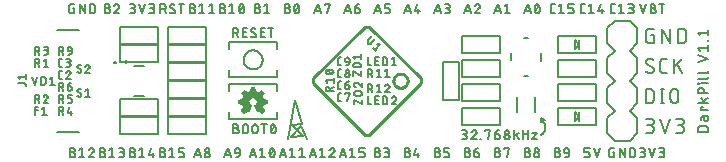
<source format=gbr>
G04 EAGLE Gerber RS-274X export*
G75*
%MOMM*%
%FSLAX34Y34*%
%LPD*%
%INSilkscreen Top*%
%IPPOS*%
%AMOC8*
5,1,8,0,0,1.08239X$1,22.5*%
G01*
%ADD10C,0.203200*%
%ADD11C,0.127000*%
%ADD12C,0.152400*%
%ADD13C,0.254000*%

G36*
X-88906Y-28073D02*
X-88906Y-28073D01*
X-88836Y-28067D01*
X-88821Y-28058D01*
X-88804Y-28055D01*
X-88698Y-27983D01*
X-88688Y-27977D01*
X-88687Y-27975D01*
X-88686Y-27974D01*
X-86386Y-25674D01*
X-86378Y-25661D01*
X-86377Y-25660D01*
X-86375Y-25658D01*
X-86373Y-25654D01*
X-86354Y-25638D01*
X-86328Y-25581D01*
X-86295Y-25527D01*
X-86292Y-25503D01*
X-86282Y-25480D01*
X-86284Y-25418D01*
X-86278Y-25355D01*
X-86287Y-25332D01*
X-86288Y-25307D01*
X-86328Y-25225D01*
X-86340Y-25194D01*
X-86346Y-25188D01*
X-86351Y-25179D01*
X-88296Y-22585D01*
X-88286Y-22574D01*
X-88267Y-22544D01*
X-88215Y-22476D01*
X-88115Y-22276D01*
X-88111Y-22260D01*
X-88102Y-22247D01*
X-88076Y-22113D01*
X-88075Y-22108D01*
X-88075Y-22107D01*
X-88075Y-22106D01*
X-88075Y-22096D01*
X-88042Y-22031D01*
X-87986Y-21974D01*
X-87967Y-21944D01*
X-87915Y-21876D01*
X-87815Y-21676D01*
X-87811Y-21660D01*
X-87802Y-21647D01*
X-87776Y-21513D01*
X-87775Y-21508D01*
X-87775Y-21507D01*
X-87775Y-21506D01*
X-87775Y-21496D01*
X-87615Y-21176D01*
X-87611Y-21160D01*
X-87602Y-21147D01*
X-87576Y-21013D01*
X-87575Y-21008D01*
X-87575Y-21007D01*
X-87575Y-21006D01*
X-87575Y-20996D01*
X-87515Y-20876D01*
X-87511Y-20860D01*
X-87502Y-20847D01*
X-87476Y-20713D01*
X-87475Y-20708D01*
X-87475Y-20707D01*
X-87475Y-20706D01*
X-87475Y-20696D01*
X-87415Y-20576D01*
X-87411Y-20560D01*
X-87402Y-20547D01*
X-87382Y-20445D01*
X-84090Y-19880D01*
X-84072Y-19873D01*
X-84053Y-19872D01*
X-83993Y-19839D01*
X-83931Y-19813D01*
X-83918Y-19798D01*
X-83901Y-19789D01*
X-83862Y-19733D01*
X-83818Y-19682D01*
X-83813Y-19663D01*
X-83802Y-19647D01*
X-83780Y-19536D01*
X-83775Y-19514D01*
X-83776Y-19510D01*
X-83775Y-19506D01*
X-83775Y-16306D01*
X-83779Y-16287D01*
X-83777Y-16266D01*
X-83788Y-16234D01*
X-83789Y-16228D01*
X-83794Y-16218D01*
X-83799Y-16203D01*
X-83814Y-16138D01*
X-83827Y-16122D01*
X-83834Y-16103D01*
X-83882Y-16056D01*
X-83924Y-16004D01*
X-83943Y-15996D01*
X-83957Y-15982D01*
X-84059Y-15944D01*
X-84082Y-15934D01*
X-84087Y-15934D01*
X-84092Y-15932D01*
X-87375Y-15385D01*
X-87375Y-15306D01*
X-87392Y-15232D01*
X-87406Y-15157D01*
X-87412Y-15147D01*
X-87414Y-15138D01*
X-87437Y-15110D01*
X-87475Y-15055D01*
X-87475Y-15006D01*
X-87492Y-14932D01*
X-87506Y-14857D01*
X-87512Y-14847D01*
X-87514Y-14838D01*
X-87537Y-14810D01*
X-87586Y-14738D01*
X-87642Y-14682D01*
X-87675Y-14617D01*
X-87675Y-14506D01*
X-87692Y-14432D01*
X-87706Y-14357D01*
X-87712Y-14347D01*
X-87714Y-14338D01*
X-87737Y-14310D01*
X-87775Y-14255D01*
X-87775Y-14206D01*
X-87792Y-14132D01*
X-87806Y-14057D01*
X-87812Y-14047D01*
X-87814Y-14038D01*
X-87837Y-14010D01*
X-87886Y-13938D01*
X-87942Y-13882D01*
X-88015Y-13737D01*
X-88038Y-13709D01*
X-88075Y-13655D01*
X-88075Y-13606D01*
X-88092Y-13532D01*
X-88106Y-13457D01*
X-88112Y-13447D01*
X-88114Y-13438D01*
X-88137Y-13410D01*
X-88186Y-13338D01*
X-88242Y-13282D01*
X-88282Y-13202D01*
X-86347Y-10529D01*
X-86337Y-10505D01*
X-86320Y-10486D01*
X-86304Y-10426D01*
X-86280Y-10369D01*
X-86282Y-10344D01*
X-86275Y-10319D01*
X-86287Y-10258D01*
X-86291Y-10196D01*
X-86304Y-10174D01*
X-86309Y-10149D01*
X-86360Y-10077D01*
X-86378Y-10047D01*
X-86385Y-10042D01*
X-86392Y-10032D01*
X-88692Y-7832D01*
X-88703Y-7826D01*
X-88711Y-7815D01*
X-88777Y-7782D01*
X-88841Y-7744D01*
X-88854Y-7743D01*
X-88865Y-7738D01*
X-88939Y-7737D01*
X-89013Y-7732D01*
X-89025Y-7737D01*
X-89038Y-7737D01*
X-89169Y-7794D01*
X-91843Y-9638D01*
X-91984Y-9567D01*
X-92000Y-9563D01*
X-92013Y-9554D01*
X-92147Y-9528D01*
X-92153Y-9527D01*
X-92154Y-9527D01*
X-92164Y-9527D01*
X-92229Y-9495D01*
X-92286Y-9438D01*
X-92316Y-9419D01*
X-92384Y-9367D01*
X-92584Y-9267D01*
X-92600Y-9263D01*
X-92613Y-9254D01*
X-92747Y-9228D01*
X-92753Y-9227D01*
X-92754Y-9227D01*
X-92764Y-9227D01*
X-92829Y-9195D01*
X-92886Y-9138D01*
X-92951Y-9098D01*
X-93013Y-9054D01*
X-93025Y-9052D01*
X-93033Y-9047D01*
X-93068Y-9044D01*
X-93154Y-9027D01*
X-93264Y-9027D01*
X-93384Y-8967D01*
X-93400Y-8963D01*
X-93413Y-8954D01*
X-93547Y-8928D01*
X-93553Y-8927D01*
X-93554Y-8927D01*
X-93564Y-8927D01*
X-93684Y-8867D01*
X-93700Y-8863D01*
X-93713Y-8854D01*
X-93847Y-8828D01*
X-93853Y-8827D01*
X-93854Y-8827D01*
X-93864Y-8827D01*
X-93984Y-8767D01*
X-94000Y-8763D01*
X-94013Y-8754D01*
X-94030Y-8751D01*
X-94580Y-5542D01*
X-94588Y-5524D01*
X-94589Y-5505D01*
X-94621Y-5446D01*
X-94648Y-5383D01*
X-94662Y-5370D01*
X-94672Y-5353D01*
X-94727Y-5314D01*
X-94779Y-5270D01*
X-94798Y-5265D01*
X-94813Y-5254D01*
X-94924Y-5233D01*
X-94946Y-5227D01*
X-94950Y-5228D01*
X-94954Y-5227D01*
X-98154Y-5227D01*
X-98173Y-5231D01*
X-98192Y-5229D01*
X-98256Y-5251D01*
X-98322Y-5267D01*
X-98337Y-5279D01*
X-98356Y-5285D01*
X-98404Y-5333D01*
X-98456Y-5377D01*
X-98464Y-5394D01*
X-98477Y-5408D01*
X-98517Y-5514D01*
X-98526Y-5535D01*
X-98526Y-5538D01*
X-98528Y-5542D01*
X-99086Y-8798D01*
X-99144Y-8827D01*
X-99254Y-8827D01*
X-99328Y-8845D01*
X-99404Y-8858D01*
X-99413Y-8864D01*
X-99422Y-8867D01*
X-99450Y-8889D01*
X-99506Y-8927D01*
X-99554Y-8927D01*
X-99570Y-8931D01*
X-99586Y-8928D01*
X-99717Y-8965D01*
X-99722Y-8967D01*
X-99723Y-8967D01*
X-99724Y-8967D01*
X-99844Y-9027D01*
X-99854Y-9027D01*
X-99870Y-9031D01*
X-99886Y-9028D01*
X-100017Y-9065D01*
X-100022Y-9067D01*
X-100023Y-9067D01*
X-100024Y-9067D01*
X-100224Y-9167D01*
X-100251Y-9190D01*
X-100306Y-9227D01*
X-100354Y-9227D01*
X-100428Y-9245D01*
X-100504Y-9258D01*
X-100513Y-9264D01*
X-100522Y-9267D01*
X-100550Y-9289D01*
X-100622Y-9338D01*
X-100679Y-9395D01*
X-100824Y-9467D01*
X-100851Y-9490D01*
X-100906Y-9527D01*
X-100954Y-9527D01*
X-101028Y-9545D01*
X-101104Y-9558D01*
X-101113Y-9564D01*
X-101122Y-9567D01*
X-101150Y-9589D01*
X-101222Y-9638D01*
X-101240Y-9656D01*
X-103939Y-7794D01*
X-103955Y-7788D01*
X-103967Y-7776D01*
X-104035Y-7757D01*
X-104100Y-7731D01*
X-104117Y-7732D01*
X-104133Y-7728D01*
X-104202Y-7740D01*
X-104272Y-7746D01*
X-104287Y-7755D01*
X-104304Y-7758D01*
X-104410Y-7830D01*
X-104420Y-7836D01*
X-104421Y-7837D01*
X-104422Y-7838D01*
X-106622Y-10038D01*
X-106631Y-10053D01*
X-106645Y-10063D01*
X-106677Y-10126D01*
X-106713Y-10185D01*
X-106715Y-10202D01*
X-106723Y-10218D01*
X-106723Y-10288D01*
X-106730Y-10357D01*
X-106724Y-10373D01*
X-106724Y-10391D01*
X-106672Y-10508D01*
X-106668Y-10519D01*
X-106667Y-10520D01*
X-106666Y-10522D01*
X-104815Y-13205D01*
X-104817Y-13220D01*
X-104833Y-13306D01*
X-104833Y-13356D01*
X-104841Y-13369D01*
X-104893Y-13437D01*
X-104966Y-13582D01*
X-105022Y-13638D01*
X-105062Y-13703D01*
X-105106Y-13766D01*
X-105108Y-13777D01*
X-105113Y-13785D01*
X-105117Y-13820D01*
X-105133Y-13906D01*
X-105133Y-13956D01*
X-105141Y-13969D01*
X-105193Y-14037D01*
X-105293Y-14237D01*
X-105297Y-14252D01*
X-105306Y-14266D01*
X-105323Y-14353D01*
X-105326Y-14361D01*
X-105326Y-14369D01*
X-105332Y-14400D01*
X-105333Y-14405D01*
X-105333Y-14406D01*
X-105333Y-14417D01*
X-105493Y-14737D01*
X-105497Y-14752D01*
X-105506Y-14766D01*
X-105532Y-14900D01*
X-105533Y-14905D01*
X-105533Y-14906D01*
X-105533Y-14917D01*
X-105593Y-15037D01*
X-105597Y-15052D01*
X-105606Y-15066D01*
X-105615Y-15111D01*
X-105619Y-15119D01*
X-105618Y-15129D01*
X-105632Y-15200D01*
X-105633Y-15205D01*
X-105633Y-15206D01*
X-105633Y-15217D01*
X-105693Y-15337D01*
X-105697Y-15352D01*
X-105706Y-15366D01*
X-105709Y-15382D01*
X-108918Y-15933D01*
X-108936Y-15940D01*
X-108955Y-15941D01*
X-109015Y-15973D01*
X-109077Y-16000D01*
X-109090Y-16015D01*
X-109107Y-16024D01*
X-109146Y-16079D01*
X-109190Y-16131D01*
X-109195Y-16150D01*
X-109206Y-16166D01*
X-109222Y-16247D01*
X-109226Y-16257D01*
X-109226Y-16269D01*
X-109228Y-16277D01*
X-109233Y-16299D01*
X-109232Y-16302D01*
X-109233Y-16306D01*
X-109233Y-19506D01*
X-109229Y-19525D01*
X-109231Y-19544D01*
X-109209Y-19609D01*
X-109194Y-19675D01*
X-109181Y-19690D01*
X-109175Y-19708D01*
X-109127Y-19756D01*
X-109084Y-19808D01*
X-109066Y-19816D01*
X-109052Y-19830D01*
X-108946Y-19870D01*
X-108926Y-19879D01*
X-108922Y-19879D01*
X-108918Y-19880D01*
X-105662Y-20438D01*
X-105633Y-20496D01*
X-105633Y-20606D01*
X-105616Y-20681D01*
X-105602Y-20756D01*
X-105596Y-20766D01*
X-105594Y-20775D01*
X-105571Y-20802D01*
X-105533Y-20858D01*
X-105533Y-20906D01*
X-105520Y-20962D01*
X-105519Y-20981D01*
X-105514Y-20991D01*
X-105502Y-21056D01*
X-105496Y-21066D01*
X-105494Y-21075D01*
X-105471Y-21102D01*
X-105422Y-21174D01*
X-105366Y-21231D01*
X-105333Y-21296D01*
X-105333Y-21406D01*
X-105316Y-21481D01*
X-105302Y-21556D01*
X-105296Y-21566D01*
X-105294Y-21575D01*
X-105271Y-21602D01*
X-105233Y-21658D01*
X-105233Y-21706D01*
X-105216Y-21781D01*
X-105202Y-21856D01*
X-105196Y-21866D01*
X-105194Y-21875D01*
X-105171Y-21902D01*
X-105122Y-21974D01*
X-105066Y-22031D01*
X-104993Y-22176D01*
X-104970Y-22204D01*
X-104927Y-22267D01*
X-104925Y-22271D01*
X-104924Y-22271D01*
X-104922Y-22274D01*
X-104866Y-22331D01*
X-104833Y-22396D01*
X-104833Y-22406D01*
X-104830Y-22422D01*
X-104832Y-22438D01*
X-104820Y-22480D01*
X-104819Y-22498D01*
X-104810Y-22515D01*
X-104795Y-22569D01*
X-104795Y-22571D01*
X-106663Y-25186D01*
X-106669Y-25201D01*
X-106680Y-25212D01*
X-106701Y-25280D01*
X-106728Y-25346D01*
X-106727Y-25362D01*
X-106732Y-25377D01*
X-106721Y-25447D01*
X-106716Y-25519D01*
X-106708Y-25532D01*
X-106706Y-25548D01*
X-106631Y-25664D01*
X-106629Y-25668D01*
X-106628Y-25668D01*
X-104428Y-27968D01*
X-104410Y-27980D01*
X-104397Y-27997D01*
X-104338Y-28027D01*
X-104283Y-28063D01*
X-104262Y-28065D01*
X-104243Y-28075D01*
X-104177Y-28075D01*
X-104111Y-28083D01*
X-104091Y-28076D01*
X-104070Y-28076D01*
X-103975Y-28034D01*
X-103948Y-28025D01*
X-103945Y-28021D01*
X-103939Y-28019D01*
X-101218Y-26142D01*
X-101195Y-26159D01*
X-101183Y-26161D01*
X-101175Y-26166D01*
X-101140Y-26169D01*
X-101125Y-26172D01*
X-101122Y-26174D01*
X-101057Y-26215D01*
X-100995Y-26259D01*
X-100983Y-26261D01*
X-100975Y-26266D01*
X-100940Y-26269D01*
X-100925Y-26272D01*
X-100922Y-26274D01*
X-100857Y-26315D01*
X-100795Y-26359D01*
X-100783Y-26361D01*
X-100775Y-26366D01*
X-100740Y-26369D01*
X-100725Y-26372D01*
X-100722Y-26374D01*
X-100657Y-26415D01*
X-100595Y-26459D01*
X-100583Y-26461D01*
X-100575Y-26466D01*
X-100540Y-26469D01*
X-100525Y-26472D01*
X-100522Y-26474D01*
X-100457Y-26515D01*
X-100395Y-26559D01*
X-100383Y-26561D01*
X-100375Y-26566D01*
X-100340Y-26569D01*
X-100325Y-26572D01*
X-100322Y-26574D01*
X-100257Y-26615D01*
X-100195Y-26659D01*
X-100183Y-26661D01*
X-100175Y-26666D01*
X-100140Y-26669D01*
X-100054Y-26686D01*
X-100004Y-26686D01*
X-99983Y-26699D01*
X-99950Y-26731D01*
X-99911Y-26744D01*
X-99875Y-26766D01*
X-99830Y-26770D01*
X-99786Y-26784D01*
X-99745Y-26778D01*
X-99703Y-26782D01*
X-99660Y-26766D01*
X-99615Y-26759D01*
X-99580Y-26735D01*
X-99541Y-26720D01*
X-99510Y-26687D01*
X-99473Y-26661D01*
X-99447Y-26618D01*
X-99424Y-26593D01*
X-99417Y-26568D01*
X-99398Y-26538D01*
X-97398Y-21138D01*
X-97391Y-21081D01*
X-97375Y-21026D01*
X-97381Y-20996D01*
X-97377Y-20966D01*
X-97396Y-20912D01*
X-97406Y-20856D01*
X-97424Y-20831D01*
X-97434Y-20803D01*
X-97475Y-20763D01*
X-97509Y-20717D01*
X-97539Y-20700D01*
X-97558Y-20682D01*
X-97590Y-20672D01*
X-97634Y-20647D01*
X-97908Y-20555D01*
X-98229Y-20395D01*
X-98386Y-20238D01*
X-98416Y-20219D01*
X-98484Y-20167D01*
X-98629Y-20095D01*
X-98742Y-19982D01*
X-98815Y-19837D01*
X-98838Y-19809D01*
X-98886Y-19738D01*
X-99042Y-19582D01*
X-99203Y-19261D01*
X-99294Y-18986D01*
X-99306Y-18967D01*
X-99315Y-18937D01*
X-99475Y-18617D01*
X-99475Y-18406D01*
X-99483Y-18371D01*
X-99494Y-18286D01*
X-99575Y-18045D01*
X-99575Y-17568D01*
X-99210Y-16474D01*
X-98859Y-15948D01*
X-98713Y-15801D01*
X-98444Y-15622D01*
X-98423Y-15599D01*
X-98386Y-15574D01*
X-98213Y-15401D01*
X-97986Y-15250D01*
X-97734Y-15166D01*
X-97716Y-15155D01*
X-97702Y-15152D01*
X-97689Y-15141D01*
X-97644Y-15122D01*
X-97439Y-14986D01*
X-97254Y-14986D01*
X-97219Y-14977D01*
X-97162Y-14974D01*
X-96807Y-14886D01*
X-96216Y-14886D01*
X-95974Y-14966D01*
X-95938Y-14969D01*
X-95854Y-14986D01*
X-95669Y-14986D01*
X-95464Y-15122D01*
X-95429Y-15135D01*
X-95380Y-15163D01*
X-95378Y-15164D01*
X-95377Y-15164D01*
X-95374Y-15166D01*
X-95122Y-15250D01*
X-94596Y-15601D01*
X-94249Y-15948D01*
X-93898Y-16474D01*
X-93814Y-16726D01*
X-93794Y-16758D01*
X-93770Y-16817D01*
X-93633Y-17021D01*
X-93633Y-17206D01*
X-93625Y-17241D01*
X-93614Y-17326D01*
X-93533Y-17568D01*
X-93533Y-18345D01*
X-93614Y-18586D01*
X-93617Y-18622D01*
X-93633Y-18706D01*
X-93633Y-18817D01*
X-93693Y-18937D01*
X-93699Y-18959D01*
X-93714Y-18986D01*
X-93805Y-19261D01*
X-93866Y-19382D01*
X-94022Y-19538D01*
X-94041Y-19569D01*
X-94093Y-19637D01*
X-94166Y-19782D01*
X-94479Y-20095D01*
X-94624Y-20167D01*
X-94651Y-20190D01*
X-94722Y-20238D01*
X-94879Y-20395D01*
X-95424Y-20667D01*
X-95447Y-20687D01*
X-95476Y-20699D01*
X-95513Y-20742D01*
X-95557Y-20778D01*
X-95569Y-20806D01*
X-95589Y-20829D01*
X-95604Y-20884D01*
X-95627Y-20936D01*
X-95625Y-20967D01*
X-95633Y-20997D01*
X-95621Y-21071D01*
X-95619Y-21109D01*
X-95613Y-21121D01*
X-95610Y-21138D01*
X-93610Y-26538D01*
X-93598Y-26555D01*
X-93594Y-26575D01*
X-93551Y-26626D01*
X-93514Y-26682D01*
X-93497Y-26693D01*
X-93484Y-26708D01*
X-93422Y-26736D01*
X-93364Y-26769D01*
X-93344Y-26770D01*
X-93326Y-26779D01*
X-93259Y-26776D01*
X-93192Y-26780D01*
X-93173Y-26773D01*
X-93153Y-26772D01*
X-93094Y-26740D01*
X-93032Y-26714D01*
X-93019Y-26699D01*
X-93001Y-26689D01*
X-92988Y-26670D01*
X-92980Y-26668D01*
X-92904Y-26655D01*
X-92895Y-26648D01*
X-92886Y-26646D01*
X-92858Y-26623D01*
X-92786Y-26574D01*
X-92779Y-26568D01*
X-92704Y-26555D01*
X-92695Y-26548D01*
X-92686Y-26546D01*
X-92658Y-26523D01*
X-92586Y-26474D01*
X-92579Y-26468D01*
X-92504Y-26455D01*
X-92495Y-26448D01*
X-92486Y-26446D01*
X-92458Y-26423D01*
X-92402Y-26386D01*
X-92354Y-26386D01*
X-92280Y-26368D01*
X-92204Y-26355D01*
X-92195Y-26348D01*
X-92186Y-26346D01*
X-92158Y-26323D01*
X-92086Y-26274D01*
X-92079Y-26268D01*
X-92004Y-26255D01*
X-91995Y-26248D01*
X-91986Y-26246D01*
X-91958Y-26223D01*
X-91886Y-26174D01*
X-91868Y-26157D01*
X-89169Y-28019D01*
X-89153Y-28025D01*
X-89141Y-28036D01*
X-89074Y-28056D01*
X-89008Y-28082D01*
X-88991Y-28080D01*
X-88975Y-28085D01*
X-88906Y-28073D01*
G37*
G36*
X-203740Y14330D02*
X-203740Y14330D01*
X-203739Y14331D01*
X-203737Y14331D01*
X-203354Y14489D01*
X-203353Y14491D01*
X-203351Y14491D01*
X-203023Y14743D01*
X-203022Y14745D01*
X-203021Y14745D01*
X-202768Y15074D01*
X-202768Y15076D01*
X-202767Y15077D01*
X-202608Y15460D01*
X-202609Y15462D01*
X-202607Y15463D01*
X-202553Y15873D01*
X-202553Y15874D01*
X-202554Y15874D01*
X-202554Y15875D01*
X-202553Y15877D01*
X-202607Y16287D01*
X-202609Y16289D01*
X-202608Y16290D01*
X-202767Y16673D01*
X-202769Y16674D01*
X-202768Y16676D01*
X-203021Y17005D01*
X-203023Y17005D01*
X-203023Y17007D01*
X-203351Y17259D01*
X-203354Y17259D01*
X-203354Y17261D01*
X-203737Y17419D01*
X-203739Y17419D01*
X-203740Y17420D01*
X-204151Y17474D01*
X-204153Y17473D01*
X-204154Y17474D01*
X-204565Y17420D01*
X-204566Y17419D01*
X-204568Y17419D01*
X-204951Y17261D01*
X-204952Y17259D01*
X-204954Y17259D01*
X-205282Y17007D01*
X-205283Y17005D01*
X-205285Y17005D01*
X-205537Y16676D01*
X-205537Y16674D01*
X-205538Y16673D01*
X-205697Y16290D01*
X-205696Y16288D01*
X-205698Y16287D01*
X-205752Y15877D01*
X-205751Y15875D01*
X-205752Y15873D01*
X-205698Y15463D01*
X-205696Y15461D01*
X-205697Y15460D01*
X-205538Y15077D01*
X-205536Y15076D01*
X-205537Y15074D01*
X-205285Y14745D01*
X-205282Y14745D01*
X-205282Y14743D01*
X-204954Y14491D01*
X-204951Y14491D01*
X-204951Y14489D01*
X-204568Y14331D01*
X-204566Y14331D01*
X-204565Y14330D01*
X-204154Y14276D01*
X-204152Y14277D01*
X-204151Y14276D01*
X-203740Y14330D01*
G37*
D10*
X240707Y38777D02*
X242739Y38777D01*
X242739Y32004D01*
X238675Y32004D01*
X238574Y32006D01*
X238473Y32012D01*
X238372Y32021D01*
X238271Y32034D01*
X238171Y32051D01*
X238072Y32072D01*
X237974Y32096D01*
X237877Y32124D01*
X237780Y32156D01*
X237685Y32191D01*
X237592Y32230D01*
X237500Y32272D01*
X237409Y32318D01*
X237321Y32367D01*
X237234Y32419D01*
X237149Y32475D01*
X237066Y32533D01*
X236986Y32595D01*
X236908Y32660D01*
X236832Y32727D01*
X236759Y32797D01*
X236689Y32870D01*
X236622Y32946D01*
X236557Y33024D01*
X236495Y33104D01*
X236437Y33187D01*
X236381Y33272D01*
X236329Y33358D01*
X236280Y33447D01*
X236234Y33538D01*
X236192Y33630D01*
X236153Y33723D01*
X236118Y33818D01*
X236086Y33915D01*
X236058Y34012D01*
X236034Y34110D01*
X236013Y34209D01*
X235996Y34309D01*
X235983Y34410D01*
X235974Y34511D01*
X235968Y34612D01*
X235966Y34713D01*
X235966Y41487D01*
X235968Y41591D01*
X235974Y41694D01*
X235984Y41798D01*
X235998Y41901D01*
X236016Y42003D01*
X236037Y42104D01*
X236063Y42205D01*
X236092Y42304D01*
X236125Y42403D01*
X236162Y42500D01*
X236203Y42595D01*
X236247Y42689D01*
X236295Y42781D01*
X236346Y42871D01*
X236401Y42960D01*
X236459Y43046D01*
X236521Y43129D01*
X236585Y43211D01*
X236653Y43289D01*
X236723Y43365D01*
X236796Y43439D01*
X236873Y43509D01*
X236951Y43577D01*
X237033Y43641D01*
X237116Y43703D01*
X237202Y43761D01*
X237291Y43816D01*
X237381Y43867D01*
X237473Y43915D01*
X237567Y43959D01*
X237662Y44000D01*
X237759Y44037D01*
X237858Y44070D01*
X237957Y44099D01*
X238058Y44125D01*
X238159Y44146D01*
X238261Y44164D01*
X238364Y44178D01*
X238468Y44188D01*
X238571Y44194D01*
X238675Y44196D01*
X242739Y44196D01*
X249621Y44196D02*
X249621Y32004D01*
X256394Y32004D02*
X249621Y44196D01*
X256394Y44196D02*
X256394Y32004D01*
X263276Y32004D02*
X263276Y44196D01*
X266663Y44196D01*
X266779Y44194D01*
X266894Y44188D01*
X267009Y44178D01*
X267124Y44164D01*
X267238Y44147D01*
X267352Y44125D01*
X267465Y44100D01*
X267577Y44070D01*
X267688Y44037D01*
X267797Y44000D01*
X267906Y43960D01*
X268012Y43916D01*
X268118Y43868D01*
X268221Y43816D01*
X268323Y43761D01*
X268423Y43703D01*
X268521Y43641D01*
X268616Y43576D01*
X268710Y43508D01*
X268801Y43436D01*
X268889Y43362D01*
X268975Y43284D01*
X269058Y43204D01*
X269138Y43121D01*
X269216Y43035D01*
X269290Y42946D01*
X269362Y42856D01*
X269430Y42762D01*
X269495Y42667D01*
X269557Y42569D01*
X269615Y42469D01*
X269670Y42367D01*
X269722Y42264D01*
X269770Y42158D01*
X269814Y42052D01*
X269854Y41943D01*
X269891Y41834D01*
X269924Y41723D01*
X269954Y41611D01*
X269979Y41498D01*
X270001Y41384D01*
X270018Y41270D01*
X270032Y41155D01*
X270042Y41040D01*
X270048Y40925D01*
X270050Y40809D01*
X270049Y40809D02*
X270049Y35391D01*
X270050Y35391D02*
X270048Y35275D01*
X270042Y35160D01*
X270032Y35045D01*
X270018Y34930D01*
X270001Y34816D01*
X269979Y34702D01*
X269954Y34589D01*
X269924Y34477D01*
X269891Y34366D01*
X269854Y34257D01*
X269814Y34148D01*
X269770Y34042D01*
X269722Y33936D01*
X269670Y33833D01*
X269615Y33731D01*
X269557Y33631D01*
X269495Y33533D01*
X269430Y33438D01*
X269362Y33344D01*
X269290Y33254D01*
X269216Y33165D01*
X269138Y33079D01*
X269058Y32996D01*
X268975Y32916D01*
X268889Y32838D01*
X268801Y32764D01*
X268710Y32692D01*
X268616Y32624D01*
X268521Y32559D01*
X268423Y32497D01*
X268323Y32439D01*
X268221Y32384D01*
X268118Y32332D01*
X268012Y32284D01*
X267906Y32240D01*
X267797Y32200D01*
X267688Y32163D01*
X267577Y32130D01*
X267465Y32100D01*
X267352Y32075D01*
X267239Y32053D01*
X267124Y32036D01*
X267009Y32022D01*
X266894Y32012D01*
X266779Y32006D01*
X266663Y32004D01*
X263276Y32004D01*
X242739Y9313D02*
X242737Y9212D01*
X242731Y9111D01*
X242722Y9010D01*
X242709Y8909D01*
X242692Y8809D01*
X242671Y8710D01*
X242647Y8612D01*
X242619Y8515D01*
X242587Y8418D01*
X242552Y8323D01*
X242513Y8230D01*
X242471Y8138D01*
X242425Y8047D01*
X242376Y7958D01*
X242324Y7872D01*
X242268Y7787D01*
X242210Y7704D01*
X242148Y7624D01*
X242083Y7546D01*
X242016Y7470D01*
X241946Y7397D01*
X241873Y7327D01*
X241797Y7260D01*
X241719Y7195D01*
X241639Y7133D01*
X241556Y7075D01*
X241471Y7019D01*
X241385Y6967D01*
X241296Y6918D01*
X241205Y6872D01*
X241113Y6830D01*
X241020Y6791D01*
X240925Y6756D01*
X240828Y6724D01*
X240731Y6696D01*
X240633Y6672D01*
X240534Y6651D01*
X240434Y6634D01*
X240333Y6621D01*
X240232Y6612D01*
X240131Y6606D01*
X240030Y6604D01*
X239879Y6606D01*
X239729Y6612D01*
X239579Y6622D01*
X239429Y6636D01*
X239279Y6653D01*
X239130Y6675D01*
X238981Y6701D01*
X238834Y6730D01*
X238687Y6764D01*
X238541Y6801D01*
X238396Y6842D01*
X238252Y6887D01*
X238110Y6936D01*
X237968Y6988D01*
X237828Y7044D01*
X237690Y7104D01*
X237554Y7167D01*
X237419Y7234D01*
X237285Y7305D01*
X237154Y7379D01*
X237025Y7456D01*
X236898Y7537D01*
X236773Y7621D01*
X236650Y7708D01*
X236530Y7799D01*
X236412Y7893D01*
X236296Y7989D01*
X236183Y8089D01*
X236073Y8192D01*
X235966Y8297D01*
X236305Y16087D02*
X236307Y16188D01*
X236313Y16289D01*
X236322Y16390D01*
X236335Y16491D01*
X236352Y16591D01*
X236373Y16690D01*
X236397Y16788D01*
X236425Y16885D01*
X236457Y16982D01*
X236492Y17077D01*
X236531Y17170D01*
X236573Y17262D01*
X236619Y17353D01*
X236668Y17442D01*
X236720Y17528D01*
X236776Y17613D01*
X236834Y17696D01*
X236896Y17776D01*
X236961Y17854D01*
X237028Y17930D01*
X237098Y18003D01*
X237171Y18073D01*
X237247Y18140D01*
X237325Y18205D01*
X237405Y18267D01*
X237488Y18325D01*
X237573Y18381D01*
X237660Y18433D01*
X237748Y18482D01*
X237839Y18528D01*
X237931Y18570D01*
X238024Y18609D01*
X238119Y18644D01*
X238216Y18676D01*
X238313Y18704D01*
X238411Y18728D01*
X238510Y18749D01*
X238610Y18766D01*
X238711Y18779D01*
X238812Y18788D01*
X238913Y18794D01*
X239014Y18796D01*
X239156Y18794D01*
X239298Y18788D01*
X239440Y18778D01*
X239581Y18764D01*
X239722Y18746D01*
X239863Y18725D01*
X240003Y18699D01*
X240142Y18669D01*
X240280Y18636D01*
X240417Y18598D01*
X240553Y18557D01*
X240688Y18512D01*
X240821Y18464D01*
X240953Y18411D01*
X241084Y18355D01*
X241213Y18295D01*
X241340Y18232D01*
X241466Y18165D01*
X241589Y18095D01*
X241711Y18021D01*
X241830Y17944D01*
X241947Y17864D01*
X242062Y17780D01*
X237659Y13716D02*
X237572Y13769D01*
X237487Y13826D01*
X237404Y13886D01*
X237324Y13949D01*
X237246Y14014D01*
X237170Y14083D01*
X237097Y14154D01*
X237027Y14228D01*
X236959Y14305D01*
X236895Y14384D01*
X236833Y14465D01*
X236774Y14548D01*
X236719Y14634D01*
X236667Y14722D01*
X236618Y14811D01*
X236572Y14902D01*
X236530Y14995D01*
X236491Y15090D01*
X236456Y15186D01*
X236424Y15283D01*
X236396Y15381D01*
X236372Y15480D01*
X236351Y15580D01*
X236334Y15680D01*
X236321Y15781D01*
X236312Y15883D01*
X236306Y15985D01*
X236304Y16087D01*
X241385Y11684D02*
X241472Y11631D01*
X241557Y11574D01*
X241640Y11514D01*
X241720Y11451D01*
X241798Y11386D01*
X241874Y11317D01*
X241947Y11246D01*
X242017Y11172D01*
X242085Y11095D01*
X242149Y11016D01*
X242211Y10935D01*
X242270Y10852D01*
X242325Y10766D01*
X242377Y10678D01*
X242426Y10589D01*
X242472Y10498D01*
X242514Y10405D01*
X242553Y10310D01*
X242588Y10214D01*
X242620Y10117D01*
X242648Y10019D01*
X242672Y9920D01*
X242693Y9820D01*
X242710Y9720D01*
X242723Y9619D01*
X242732Y9517D01*
X242738Y9415D01*
X242740Y9313D01*
X241385Y11684D02*
X237659Y13716D01*
X250998Y6604D02*
X253708Y6604D01*
X250998Y6604D02*
X250897Y6606D01*
X250796Y6612D01*
X250695Y6621D01*
X250594Y6634D01*
X250494Y6651D01*
X250395Y6672D01*
X250297Y6696D01*
X250200Y6724D01*
X250103Y6756D01*
X250008Y6791D01*
X249915Y6830D01*
X249823Y6872D01*
X249732Y6918D01*
X249644Y6967D01*
X249557Y7019D01*
X249472Y7075D01*
X249389Y7133D01*
X249309Y7195D01*
X249231Y7260D01*
X249155Y7327D01*
X249082Y7397D01*
X249012Y7470D01*
X248945Y7546D01*
X248880Y7624D01*
X248818Y7704D01*
X248760Y7787D01*
X248704Y7872D01*
X248652Y7958D01*
X248603Y8047D01*
X248557Y8138D01*
X248515Y8230D01*
X248476Y8323D01*
X248441Y8418D01*
X248409Y8515D01*
X248381Y8612D01*
X248357Y8710D01*
X248336Y8809D01*
X248319Y8909D01*
X248306Y9010D01*
X248297Y9111D01*
X248291Y9212D01*
X248289Y9313D01*
X248289Y16087D01*
X248291Y16191D01*
X248297Y16294D01*
X248307Y16398D01*
X248321Y16501D01*
X248339Y16603D01*
X248360Y16704D01*
X248386Y16805D01*
X248415Y16904D01*
X248448Y17003D01*
X248485Y17100D01*
X248526Y17195D01*
X248570Y17289D01*
X248618Y17381D01*
X248669Y17471D01*
X248724Y17560D01*
X248782Y17646D01*
X248844Y17729D01*
X248908Y17811D01*
X248976Y17889D01*
X249046Y17965D01*
X249119Y18039D01*
X249196Y18109D01*
X249274Y18177D01*
X249356Y18241D01*
X249439Y18303D01*
X249525Y18361D01*
X249614Y18416D01*
X249704Y18467D01*
X249796Y18515D01*
X249890Y18559D01*
X249985Y18600D01*
X250082Y18637D01*
X250181Y18670D01*
X250280Y18699D01*
X250381Y18725D01*
X250482Y18746D01*
X250584Y18764D01*
X250687Y18778D01*
X250791Y18788D01*
X250894Y18794D01*
X250998Y18796D01*
X253708Y18796D01*
X259700Y18796D02*
X259700Y6604D01*
X259700Y11345D02*
X266473Y18796D01*
X262409Y14055D02*
X266473Y6604D01*
X235966Y-6604D02*
X235966Y-18796D01*
X235966Y-6604D02*
X239353Y-6604D01*
X239469Y-6606D01*
X239584Y-6612D01*
X239699Y-6622D01*
X239814Y-6636D01*
X239928Y-6653D01*
X240042Y-6675D01*
X240155Y-6700D01*
X240267Y-6730D01*
X240378Y-6763D01*
X240487Y-6800D01*
X240596Y-6840D01*
X240702Y-6884D01*
X240808Y-6932D01*
X240911Y-6984D01*
X241013Y-7039D01*
X241113Y-7097D01*
X241211Y-7159D01*
X241306Y-7224D01*
X241400Y-7292D01*
X241491Y-7364D01*
X241579Y-7438D01*
X241665Y-7516D01*
X241748Y-7596D01*
X241828Y-7679D01*
X241906Y-7765D01*
X241980Y-7854D01*
X242052Y-7944D01*
X242120Y-8038D01*
X242185Y-8133D01*
X242247Y-8231D01*
X242305Y-8331D01*
X242360Y-8433D01*
X242412Y-8536D01*
X242460Y-8642D01*
X242504Y-8748D01*
X242544Y-8857D01*
X242581Y-8966D01*
X242614Y-9077D01*
X242644Y-9189D01*
X242669Y-9302D01*
X242691Y-9416D01*
X242708Y-9530D01*
X242722Y-9645D01*
X242732Y-9760D01*
X242738Y-9875D01*
X242740Y-9991D01*
X242739Y-9991D02*
X242739Y-15409D01*
X242740Y-15409D02*
X242738Y-15525D01*
X242732Y-15640D01*
X242722Y-15755D01*
X242708Y-15870D01*
X242691Y-15984D01*
X242669Y-16098D01*
X242644Y-16211D01*
X242614Y-16323D01*
X242581Y-16434D01*
X242544Y-16543D01*
X242504Y-16652D01*
X242460Y-16758D01*
X242412Y-16864D01*
X242360Y-16967D01*
X242305Y-17069D01*
X242247Y-17169D01*
X242185Y-17267D01*
X242120Y-17362D01*
X242052Y-17456D01*
X241980Y-17546D01*
X241906Y-17635D01*
X241828Y-17721D01*
X241748Y-17804D01*
X241665Y-17884D01*
X241579Y-17962D01*
X241490Y-18036D01*
X241400Y-18108D01*
X241306Y-18176D01*
X241211Y-18241D01*
X241113Y-18303D01*
X241013Y-18361D01*
X240911Y-18416D01*
X240808Y-18468D01*
X240702Y-18516D01*
X240596Y-18560D01*
X240487Y-18600D01*
X240378Y-18637D01*
X240267Y-18670D01*
X240155Y-18700D01*
X240042Y-18725D01*
X239928Y-18747D01*
X239814Y-18764D01*
X239699Y-18778D01*
X239584Y-18788D01*
X239469Y-18794D01*
X239353Y-18796D01*
X235966Y-18796D01*
X250021Y-18796D02*
X250021Y-6604D01*
X251375Y-18796D02*
X248666Y-18796D01*
X248666Y-6604D02*
X251375Y-6604D01*
X256875Y-9991D02*
X256875Y-15409D01*
X256875Y-9991D02*
X256877Y-9875D01*
X256883Y-9760D01*
X256893Y-9645D01*
X256907Y-9530D01*
X256924Y-9416D01*
X256946Y-9302D01*
X256971Y-9189D01*
X257001Y-9077D01*
X257034Y-8966D01*
X257071Y-8857D01*
X257111Y-8748D01*
X257155Y-8642D01*
X257203Y-8536D01*
X257255Y-8433D01*
X257310Y-8331D01*
X257368Y-8231D01*
X257430Y-8133D01*
X257495Y-8038D01*
X257563Y-7944D01*
X257635Y-7854D01*
X257709Y-7765D01*
X257787Y-7679D01*
X257867Y-7596D01*
X257950Y-7516D01*
X258036Y-7438D01*
X258125Y-7364D01*
X258215Y-7292D01*
X258309Y-7224D01*
X258404Y-7159D01*
X258502Y-7097D01*
X258602Y-7039D01*
X258704Y-6984D01*
X258807Y-6932D01*
X258913Y-6884D01*
X259019Y-6840D01*
X259128Y-6800D01*
X259237Y-6763D01*
X259348Y-6730D01*
X259460Y-6700D01*
X259573Y-6675D01*
X259687Y-6653D01*
X259801Y-6636D01*
X259916Y-6622D01*
X260031Y-6612D01*
X260146Y-6606D01*
X260262Y-6604D01*
X260378Y-6606D01*
X260493Y-6612D01*
X260608Y-6622D01*
X260723Y-6636D01*
X260837Y-6653D01*
X260951Y-6675D01*
X261064Y-6700D01*
X261176Y-6730D01*
X261287Y-6763D01*
X261396Y-6800D01*
X261505Y-6840D01*
X261611Y-6884D01*
X261717Y-6932D01*
X261820Y-6984D01*
X261922Y-7039D01*
X262022Y-7097D01*
X262120Y-7159D01*
X262215Y-7224D01*
X262309Y-7292D01*
X262399Y-7364D01*
X262488Y-7438D01*
X262574Y-7516D01*
X262657Y-7596D01*
X262737Y-7679D01*
X262815Y-7765D01*
X262889Y-7854D01*
X262961Y-7944D01*
X263029Y-8038D01*
X263094Y-8133D01*
X263156Y-8231D01*
X263214Y-8331D01*
X263269Y-8433D01*
X263321Y-8536D01*
X263369Y-8642D01*
X263413Y-8748D01*
X263453Y-8857D01*
X263490Y-8966D01*
X263523Y-9077D01*
X263553Y-9189D01*
X263578Y-9302D01*
X263600Y-9416D01*
X263617Y-9530D01*
X263631Y-9645D01*
X263641Y-9760D01*
X263647Y-9875D01*
X263649Y-9991D01*
X263649Y-15409D01*
X263647Y-15525D01*
X263641Y-15640D01*
X263631Y-15755D01*
X263617Y-15870D01*
X263600Y-15984D01*
X263578Y-16098D01*
X263553Y-16211D01*
X263523Y-16323D01*
X263490Y-16434D01*
X263453Y-16543D01*
X263413Y-16652D01*
X263369Y-16758D01*
X263321Y-16864D01*
X263269Y-16967D01*
X263214Y-17069D01*
X263156Y-17169D01*
X263094Y-17267D01*
X263029Y-17362D01*
X262961Y-17456D01*
X262889Y-17546D01*
X262815Y-17635D01*
X262737Y-17721D01*
X262657Y-17804D01*
X262574Y-17884D01*
X262488Y-17962D01*
X262399Y-18036D01*
X262309Y-18108D01*
X262215Y-18176D01*
X262120Y-18241D01*
X262022Y-18303D01*
X261922Y-18361D01*
X261820Y-18416D01*
X261717Y-18468D01*
X261611Y-18516D01*
X261505Y-18560D01*
X261396Y-18600D01*
X261287Y-18637D01*
X261176Y-18670D01*
X261064Y-18700D01*
X260951Y-18725D01*
X260837Y-18747D01*
X260723Y-18764D01*
X260608Y-18778D01*
X260493Y-18788D01*
X260378Y-18794D01*
X260262Y-18796D01*
X260146Y-18794D01*
X260031Y-18788D01*
X259916Y-18778D01*
X259801Y-18764D01*
X259687Y-18747D01*
X259573Y-18725D01*
X259460Y-18700D01*
X259348Y-18670D01*
X259237Y-18637D01*
X259128Y-18600D01*
X259019Y-18560D01*
X258913Y-18516D01*
X258807Y-18468D01*
X258704Y-18416D01*
X258602Y-18361D01*
X258502Y-18303D01*
X258404Y-18241D01*
X258309Y-18176D01*
X258215Y-18108D01*
X258125Y-18036D01*
X258036Y-17962D01*
X257950Y-17884D01*
X257867Y-17804D01*
X257787Y-17721D01*
X257709Y-17635D01*
X257635Y-17546D01*
X257563Y-17456D01*
X257495Y-17362D01*
X257430Y-17267D01*
X257368Y-17169D01*
X257310Y-17069D01*
X257255Y-16967D01*
X257203Y-16864D01*
X257155Y-16758D01*
X257111Y-16652D01*
X257071Y-16543D01*
X257034Y-16434D01*
X257001Y-16323D01*
X256971Y-16211D01*
X256946Y-16098D01*
X256924Y-15984D01*
X256907Y-15870D01*
X256893Y-15755D01*
X256883Y-15640D01*
X256877Y-15525D01*
X256875Y-15409D01*
X239353Y-44196D02*
X235966Y-44196D01*
X239353Y-44196D02*
X239469Y-44194D01*
X239584Y-44188D01*
X239699Y-44178D01*
X239814Y-44164D01*
X239928Y-44147D01*
X240042Y-44125D01*
X240155Y-44100D01*
X240267Y-44070D01*
X240378Y-44037D01*
X240487Y-44000D01*
X240596Y-43960D01*
X240702Y-43916D01*
X240808Y-43868D01*
X240911Y-43816D01*
X241013Y-43761D01*
X241113Y-43703D01*
X241211Y-43641D01*
X241306Y-43576D01*
X241400Y-43508D01*
X241490Y-43436D01*
X241579Y-43362D01*
X241665Y-43284D01*
X241748Y-43204D01*
X241828Y-43121D01*
X241906Y-43035D01*
X241980Y-42946D01*
X242052Y-42856D01*
X242120Y-42762D01*
X242185Y-42667D01*
X242247Y-42569D01*
X242305Y-42469D01*
X242360Y-42367D01*
X242412Y-42264D01*
X242460Y-42158D01*
X242504Y-42052D01*
X242544Y-41943D01*
X242581Y-41834D01*
X242614Y-41723D01*
X242644Y-41611D01*
X242669Y-41498D01*
X242691Y-41384D01*
X242708Y-41270D01*
X242722Y-41155D01*
X242732Y-41040D01*
X242738Y-40925D01*
X242740Y-40809D01*
X242738Y-40693D01*
X242732Y-40578D01*
X242722Y-40463D01*
X242708Y-40348D01*
X242691Y-40234D01*
X242669Y-40120D01*
X242644Y-40007D01*
X242614Y-39895D01*
X242581Y-39784D01*
X242544Y-39675D01*
X242504Y-39566D01*
X242460Y-39460D01*
X242412Y-39354D01*
X242360Y-39251D01*
X242305Y-39149D01*
X242247Y-39049D01*
X242185Y-38951D01*
X242120Y-38856D01*
X242052Y-38762D01*
X241980Y-38672D01*
X241906Y-38583D01*
X241828Y-38497D01*
X241748Y-38414D01*
X241665Y-38334D01*
X241579Y-38256D01*
X241490Y-38182D01*
X241400Y-38110D01*
X241306Y-38042D01*
X241211Y-37977D01*
X241113Y-37915D01*
X241013Y-37857D01*
X240911Y-37802D01*
X240808Y-37750D01*
X240702Y-37702D01*
X240596Y-37658D01*
X240487Y-37618D01*
X240378Y-37581D01*
X240267Y-37548D01*
X240155Y-37518D01*
X240042Y-37493D01*
X239928Y-37471D01*
X239814Y-37454D01*
X239699Y-37440D01*
X239584Y-37430D01*
X239469Y-37424D01*
X239353Y-37422D01*
X240030Y-32004D02*
X235966Y-32004D01*
X240030Y-32004D02*
X240133Y-32006D01*
X240235Y-32012D01*
X240337Y-32021D01*
X240439Y-32035D01*
X240540Y-32052D01*
X240640Y-32074D01*
X240739Y-32099D01*
X240838Y-32127D01*
X240935Y-32160D01*
X241031Y-32196D01*
X241126Y-32235D01*
X241219Y-32279D01*
X241310Y-32325D01*
X241399Y-32376D01*
X241487Y-32429D01*
X241572Y-32486D01*
X241655Y-32546D01*
X241736Y-32609D01*
X241815Y-32675D01*
X241890Y-32744D01*
X241964Y-32816D01*
X242034Y-32890D01*
X242102Y-32967D01*
X242166Y-33047D01*
X242228Y-33129D01*
X242286Y-33213D01*
X242341Y-33300D01*
X242393Y-33388D01*
X242441Y-33479D01*
X242486Y-33571D01*
X242528Y-33664D01*
X242566Y-33760D01*
X242600Y-33856D01*
X242631Y-33954D01*
X242657Y-34053D01*
X242681Y-34153D01*
X242700Y-34254D01*
X242715Y-34355D01*
X242727Y-34457D01*
X242735Y-34559D01*
X242739Y-34662D01*
X242739Y-34764D01*
X242735Y-34867D01*
X242727Y-34969D01*
X242715Y-35071D01*
X242700Y-35172D01*
X242681Y-35273D01*
X242657Y-35373D01*
X242631Y-35472D01*
X242600Y-35570D01*
X242566Y-35666D01*
X242528Y-35762D01*
X242486Y-35855D01*
X242441Y-35947D01*
X242393Y-36038D01*
X242341Y-36126D01*
X242286Y-36213D01*
X242228Y-36297D01*
X242166Y-36379D01*
X242102Y-36459D01*
X242034Y-36536D01*
X241964Y-36610D01*
X241890Y-36682D01*
X241815Y-36751D01*
X241736Y-36817D01*
X241655Y-36880D01*
X241572Y-36940D01*
X241487Y-36997D01*
X241399Y-37050D01*
X241310Y-37101D01*
X241219Y-37147D01*
X241126Y-37191D01*
X241031Y-37230D01*
X240935Y-37266D01*
X240838Y-37299D01*
X240739Y-37327D01*
X240640Y-37352D01*
X240540Y-37374D01*
X240439Y-37391D01*
X240337Y-37405D01*
X240235Y-37414D01*
X240133Y-37420D01*
X240030Y-37422D01*
X240030Y-37423D02*
X237321Y-37423D01*
X248090Y-32004D02*
X252154Y-44196D01*
X256218Y-32004D01*
X261569Y-44196D02*
X264956Y-44196D01*
X265072Y-44194D01*
X265187Y-44188D01*
X265302Y-44178D01*
X265417Y-44164D01*
X265531Y-44147D01*
X265645Y-44125D01*
X265758Y-44100D01*
X265870Y-44070D01*
X265981Y-44037D01*
X266090Y-44000D01*
X266199Y-43960D01*
X266305Y-43916D01*
X266411Y-43868D01*
X266514Y-43816D01*
X266616Y-43761D01*
X266716Y-43703D01*
X266814Y-43641D01*
X266909Y-43576D01*
X267003Y-43508D01*
X267093Y-43436D01*
X267182Y-43362D01*
X267268Y-43284D01*
X267351Y-43204D01*
X267431Y-43121D01*
X267509Y-43035D01*
X267583Y-42946D01*
X267655Y-42856D01*
X267723Y-42762D01*
X267788Y-42667D01*
X267850Y-42569D01*
X267908Y-42469D01*
X267963Y-42367D01*
X268015Y-42264D01*
X268063Y-42158D01*
X268107Y-42052D01*
X268147Y-41943D01*
X268184Y-41834D01*
X268217Y-41723D01*
X268247Y-41611D01*
X268272Y-41498D01*
X268294Y-41384D01*
X268311Y-41270D01*
X268325Y-41155D01*
X268335Y-41040D01*
X268341Y-40925D01*
X268343Y-40809D01*
X268341Y-40693D01*
X268335Y-40578D01*
X268325Y-40463D01*
X268311Y-40348D01*
X268294Y-40234D01*
X268272Y-40120D01*
X268247Y-40007D01*
X268217Y-39895D01*
X268184Y-39784D01*
X268147Y-39675D01*
X268107Y-39566D01*
X268063Y-39460D01*
X268015Y-39354D01*
X267963Y-39251D01*
X267908Y-39149D01*
X267850Y-39049D01*
X267788Y-38951D01*
X267723Y-38856D01*
X267655Y-38762D01*
X267583Y-38672D01*
X267509Y-38583D01*
X267431Y-38497D01*
X267351Y-38414D01*
X267268Y-38334D01*
X267182Y-38256D01*
X267093Y-38182D01*
X267003Y-38110D01*
X266909Y-38042D01*
X266814Y-37977D01*
X266716Y-37915D01*
X266616Y-37857D01*
X266514Y-37802D01*
X266411Y-37750D01*
X266305Y-37702D01*
X266199Y-37658D01*
X266090Y-37618D01*
X265981Y-37581D01*
X265870Y-37548D01*
X265758Y-37518D01*
X265645Y-37493D01*
X265531Y-37471D01*
X265417Y-37454D01*
X265302Y-37440D01*
X265187Y-37430D01*
X265072Y-37424D01*
X264956Y-37422D01*
X265633Y-32004D02*
X261569Y-32004D01*
X265633Y-32004D02*
X265736Y-32006D01*
X265838Y-32012D01*
X265940Y-32021D01*
X266042Y-32035D01*
X266143Y-32052D01*
X266243Y-32074D01*
X266342Y-32099D01*
X266441Y-32127D01*
X266538Y-32160D01*
X266634Y-32196D01*
X266729Y-32235D01*
X266822Y-32279D01*
X266913Y-32325D01*
X267002Y-32376D01*
X267090Y-32429D01*
X267175Y-32486D01*
X267258Y-32546D01*
X267339Y-32609D01*
X267418Y-32675D01*
X267493Y-32744D01*
X267567Y-32816D01*
X267637Y-32890D01*
X267705Y-32967D01*
X267769Y-33047D01*
X267831Y-33129D01*
X267889Y-33213D01*
X267944Y-33300D01*
X267996Y-33388D01*
X268044Y-33479D01*
X268089Y-33571D01*
X268131Y-33664D01*
X268169Y-33760D01*
X268203Y-33856D01*
X268234Y-33954D01*
X268260Y-34053D01*
X268284Y-34153D01*
X268303Y-34254D01*
X268318Y-34355D01*
X268330Y-34457D01*
X268338Y-34559D01*
X268342Y-34662D01*
X268342Y-34764D01*
X268338Y-34867D01*
X268330Y-34969D01*
X268318Y-35071D01*
X268303Y-35172D01*
X268284Y-35273D01*
X268260Y-35373D01*
X268234Y-35472D01*
X268203Y-35570D01*
X268169Y-35666D01*
X268131Y-35762D01*
X268089Y-35855D01*
X268044Y-35947D01*
X267996Y-36038D01*
X267944Y-36126D01*
X267889Y-36213D01*
X267831Y-36297D01*
X267769Y-36379D01*
X267705Y-36459D01*
X267637Y-36536D01*
X267567Y-36610D01*
X267493Y-36682D01*
X267418Y-36751D01*
X267339Y-36817D01*
X267258Y-36880D01*
X267175Y-36940D01*
X267090Y-36997D01*
X267002Y-37050D01*
X266913Y-37101D01*
X266822Y-37147D01*
X266729Y-37191D01*
X266634Y-37230D01*
X266538Y-37266D01*
X266441Y-37299D01*
X266342Y-37327D01*
X266243Y-37352D01*
X266143Y-37374D01*
X266042Y-37391D01*
X265940Y-37405D01*
X265838Y-37414D01*
X265736Y-37420D01*
X265633Y-37422D01*
X265633Y-37423D02*
X262924Y-37423D01*
D11*
X-247891Y61397D02*
X-249203Y61397D01*
X-247891Y61397D02*
X-247891Y57023D01*
X-250516Y57023D01*
X-250597Y57025D01*
X-250677Y57030D01*
X-250758Y57040D01*
X-250838Y57053D01*
X-250917Y57069D01*
X-250995Y57090D01*
X-251072Y57114D01*
X-251148Y57141D01*
X-251223Y57172D01*
X-251296Y57206D01*
X-251368Y57244D01*
X-251437Y57285D01*
X-251505Y57329D01*
X-251571Y57376D01*
X-251634Y57427D01*
X-251695Y57480D01*
X-251753Y57536D01*
X-251809Y57594D01*
X-251862Y57655D01*
X-251913Y57718D01*
X-251960Y57784D01*
X-252004Y57852D01*
X-252045Y57921D01*
X-252083Y57993D01*
X-252117Y58066D01*
X-252148Y58141D01*
X-252175Y58217D01*
X-252199Y58294D01*
X-252220Y58372D01*
X-252236Y58451D01*
X-252249Y58531D01*
X-252259Y58612D01*
X-252264Y58692D01*
X-252266Y58773D01*
X-252265Y58773D02*
X-252265Y63147D01*
X-252266Y63147D02*
X-252264Y63228D01*
X-252259Y63308D01*
X-252249Y63389D01*
X-252236Y63469D01*
X-252220Y63548D01*
X-252199Y63626D01*
X-252175Y63703D01*
X-252148Y63779D01*
X-252117Y63854D01*
X-252083Y63927D01*
X-252045Y63999D01*
X-252004Y64068D01*
X-251960Y64136D01*
X-251913Y64202D01*
X-251862Y64265D01*
X-251809Y64326D01*
X-251753Y64384D01*
X-251695Y64440D01*
X-251634Y64493D01*
X-251571Y64544D01*
X-251505Y64591D01*
X-251437Y64635D01*
X-251368Y64676D01*
X-251296Y64714D01*
X-251223Y64748D01*
X-251148Y64779D01*
X-251072Y64806D01*
X-250995Y64830D01*
X-250917Y64851D01*
X-250838Y64867D01*
X-250758Y64880D01*
X-250677Y64890D01*
X-250597Y64895D01*
X-250516Y64897D01*
X-247891Y64897D01*
X-243487Y64897D02*
X-243487Y57023D01*
X-239113Y57023D02*
X-243487Y64897D01*
X-239113Y64897D02*
X-239113Y57023D01*
X-234709Y57023D02*
X-234709Y64897D01*
X-232522Y64897D01*
X-232429Y64895D01*
X-232337Y64889D01*
X-232244Y64879D01*
X-232152Y64866D01*
X-232061Y64848D01*
X-231971Y64826D01*
X-231882Y64801D01*
X-231793Y64772D01*
X-231707Y64739D01*
X-231621Y64703D01*
X-231537Y64663D01*
X-231455Y64619D01*
X-231375Y64572D01*
X-231297Y64522D01*
X-231222Y64468D01*
X-231148Y64412D01*
X-231077Y64352D01*
X-231009Y64289D01*
X-230943Y64223D01*
X-230880Y64155D01*
X-230820Y64084D01*
X-230764Y64010D01*
X-230710Y63935D01*
X-230660Y63857D01*
X-230613Y63777D01*
X-230569Y63695D01*
X-230529Y63611D01*
X-230493Y63525D01*
X-230460Y63439D01*
X-230431Y63350D01*
X-230406Y63261D01*
X-230384Y63171D01*
X-230366Y63080D01*
X-230353Y62988D01*
X-230343Y62895D01*
X-230337Y62803D01*
X-230335Y62710D01*
X-230335Y59210D01*
X-230337Y59117D01*
X-230343Y59025D01*
X-230353Y58932D01*
X-230366Y58840D01*
X-230384Y58749D01*
X-230406Y58659D01*
X-230431Y58570D01*
X-230460Y58481D01*
X-230493Y58395D01*
X-230529Y58309D01*
X-230569Y58225D01*
X-230613Y58143D01*
X-230660Y58063D01*
X-230710Y57985D01*
X-230764Y57910D01*
X-230820Y57836D01*
X-230880Y57765D01*
X-230943Y57697D01*
X-231009Y57631D01*
X-231077Y57568D01*
X-231148Y57508D01*
X-231222Y57452D01*
X-231297Y57398D01*
X-231375Y57348D01*
X-231455Y57301D01*
X-231537Y57257D01*
X-231621Y57217D01*
X-231707Y57181D01*
X-231793Y57148D01*
X-231882Y57119D01*
X-231971Y57094D01*
X-232061Y57072D01*
X-232152Y57054D01*
X-232244Y57041D01*
X-232337Y57031D01*
X-232429Y57025D01*
X-232522Y57023D01*
X-234709Y57023D01*
X-221981Y61397D02*
X-219794Y61397D01*
X-219701Y61395D01*
X-219609Y61389D01*
X-219516Y61379D01*
X-219424Y61366D01*
X-219333Y61348D01*
X-219243Y61326D01*
X-219154Y61301D01*
X-219065Y61272D01*
X-218979Y61239D01*
X-218893Y61203D01*
X-218809Y61163D01*
X-218727Y61119D01*
X-218647Y61072D01*
X-218569Y61022D01*
X-218494Y60968D01*
X-218420Y60912D01*
X-218349Y60852D01*
X-218281Y60789D01*
X-218215Y60723D01*
X-218152Y60655D01*
X-218092Y60584D01*
X-218036Y60510D01*
X-217982Y60435D01*
X-217932Y60357D01*
X-217885Y60277D01*
X-217841Y60195D01*
X-217801Y60111D01*
X-217765Y60025D01*
X-217732Y59939D01*
X-217703Y59850D01*
X-217678Y59761D01*
X-217656Y59671D01*
X-217638Y59580D01*
X-217625Y59488D01*
X-217615Y59395D01*
X-217609Y59303D01*
X-217607Y59210D01*
X-217609Y59117D01*
X-217615Y59025D01*
X-217625Y58932D01*
X-217638Y58840D01*
X-217656Y58749D01*
X-217678Y58659D01*
X-217703Y58570D01*
X-217732Y58481D01*
X-217765Y58395D01*
X-217801Y58309D01*
X-217841Y58225D01*
X-217885Y58143D01*
X-217932Y58063D01*
X-217982Y57985D01*
X-218036Y57910D01*
X-218092Y57836D01*
X-218152Y57765D01*
X-218215Y57697D01*
X-218281Y57631D01*
X-218349Y57568D01*
X-218420Y57508D01*
X-218494Y57452D01*
X-218569Y57398D01*
X-218647Y57348D01*
X-218727Y57301D01*
X-218809Y57257D01*
X-218893Y57217D01*
X-218979Y57181D01*
X-219065Y57148D01*
X-219154Y57119D01*
X-219243Y57094D01*
X-219333Y57072D01*
X-219424Y57054D01*
X-219516Y57041D01*
X-219609Y57031D01*
X-219701Y57025D01*
X-219794Y57023D01*
X-221981Y57023D01*
X-221981Y64897D01*
X-219794Y64897D01*
X-219712Y64895D01*
X-219630Y64889D01*
X-219549Y64880D01*
X-219468Y64866D01*
X-219387Y64849D01*
X-219308Y64828D01*
X-219230Y64804D01*
X-219153Y64775D01*
X-219077Y64743D01*
X-219003Y64708D01*
X-218931Y64669D01*
X-218860Y64627D01*
X-218792Y64582D01*
X-218726Y64533D01*
X-218662Y64482D01*
X-218601Y64427D01*
X-218542Y64370D01*
X-218486Y64310D01*
X-218433Y64247D01*
X-218383Y64182D01*
X-218336Y64115D01*
X-218292Y64046D01*
X-218252Y63974D01*
X-218215Y63901D01*
X-218181Y63826D01*
X-218151Y63750D01*
X-218125Y63672D01*
X-218102Y63593D01*
X-218083Y63514D01*
X-218068Y63433D01*
X-218056Y63352D01*
X-218048Y63270D01*
X-218044Y63188D01*
X-218044Y63106D01*
X-218048Y63024D01*
X-218056Y62942D01*
X-218068Y62861D01*
X-218083Y62780D01*
X-218102Y62701D01*
X-218125Y62622D01*
X-218151Y62544D01*
X-218181Y62468D01*
X-218215Y62393D01*
X-218252Y62320D01*
X-218292Y62248D01*
X-218336Y62179D01*
X-218383Y62112D01*
X-218433Y62047D01*
X-218486Y61984D01*
X-218542Y61924D01*
X-218601Y61867D01*
X-218662Y61812D01*
X-218726Y61761D01*
X-218792Y61712D01*
X-218860Y61667D01*
X-218931Y61625D01*
X-219003Y61586D01*
X-219077Y61551D01*
X-219153Y61519D01*
X-219230Y61490D01*
X-219308Y61466D01*
X-219387Y61445D01*
X-219468Y61428D01*
X-219549Y61414D01*
X-219630Y61405D01*
X-219712Y61399D01*
X-219794Y61397D01*
X-211787Y64898D02*
X-211701Y64896D01*
X-211615Y64891D01*
X-211530Y64881D01*
X-211445Y64868D01*
X-211361Y64851D01*
X-211277Y64831D01*
X-211195Y64807D01*
X-211114Y64779D01*
X-211033Y64748D01*
X-210955Y64714D01*
X-210878Y64676D01*
X-210803Y64634D01*
X-210729Y64590D01*
X-210658Y64542D01*
X-210588Y64491D01*
X-210521Y64437D01*
X-210457Y64381D01*
X-210395Y64321D01*
X-210335Y64259D01*
X-210279Y64195D01*
X-210225Y64128D01*
X-210174Y64058D01*
X-210126Y63987D01*
X-210082Y63914D01*
X-210040Y63838D01*
X-210002Y63761D01*
X-209968Y63683D01*
X-209937Y63602D01*
X-209909Y63521D01*
X-209885Y63439D01*
X-209865Y63355D01*
X-209848Y63271D01*
X-209835Y63186D01*
X-209825Y63101D01*
X-209820Y63015D01*
X-209818Y62929D01*
X-211787Y64897D02*
X-211886Y64895D01*
X-211986Y64889D01*
X-212084Y64879D01*
X-212183Y64866D01*
X-212281Y64848D01*
X-212378Y64827D01*
X-212474Y64802D01*
X-212569Y64773D01*
X-212663Y64740D01*
X-212756Y64704D01*
X-212847Y64664D01*
X-212936Y64621D01*
X-213024Y64574D01*
X-213109Y64524D01*
X-213193Y64470D01*
X-213274Y64413D01*
X-213354Y64353D01*
X-213430Y64290D01*
X-213505Y64224D01*
X-213576Y64155D01*
X-213645Y64084D01*
X-213711Y64009D01*
X-213774Y63932D01*
X-213834Y63853D01*
X-213891Y63771D01*
X-213944Y63688D01*
X-213995Y63602D01*
X-214041Y63514D01*
X-214085Y63425D01*
X-214124Y63334D01*
X-214160Y63241D01*
X-214193Y63147D01*
X-210475Y61398D02*
X-210411Y61462D01*
X-210350Y61528D01*
X-210292Y61597D01*
X-210237Y61668D01*
X-210184Y61741D01*
X-210135Y61817D01*
X-210090Y61894D01*
X-210047Y61974D01*
X-210008Y62055D01*
X-209973Y62138D01*
X-209941Y62222D01*
X-209912Y62308D01*
X-209888Y62394D01*
X-209867Y62482D01*
X-209850Y62570D01*
X-209836Y62659D01*
X-209827Y62749D01*
X-209821Y62839D01*
X-209819Y62929D01*
X-210475Y61397D02*
X-214193Y57023D01*
X-209819Y57023D01*
X-200917Y57023D02*
X-198730Y57023D01*
X-198637Y57025D01*
X-198545Y57031D01*
X-198452Y57041D01*
X-198360Y57054D01*
X-198269Y57072D01*
X-198179Y57094D01*
X-198090Y57119D01*
X-198001Y57148D01*
X-197915Y57181D01*
X-197829Y57217D01*
X-197745Y57257D01*
X-197663Y57301D01*
X-197583Y57348D01*
X-197505Y57398D01*
X-197430Y57452D01*
X-197356Y57508D01*
X-197285Y57568D01*
X-197217Y57631D01*
X-197151Y57697D01*
X-197088Y57765D01*
X-197028Y57836D01*
X-196972Y57910D01*
X-196918Y57985D01*
X-196868Y58063D01*
X-196821Y58143D01*
X-196777Y58225D01*
X-196737Y58309D01*
X-196701Y58395D01*
X-196668Y58481D01*
X-196639Y58570D01*
X-196614Y58659D01*
X-196592Y58749D01*
X-196574Y58840D01*
X-196561Y58932D01*
X-196551Y59025D01*
X-196545Y59117D01*
X-196543Y59210D01*
X-196545Y59303D01*
X-196551Y59395D01*
X-196561Y59488D01*
X-196574Y59580D01*
X-196592Y59671D01*
X-196614Y59761D01*
X-196639Y59850D01*
X-196668Y59939D01*
X-196701Y60025D01*
X-196737Y60111D01*
X-196777Y60195D01*
X-196821Y60277D01*
X-196868Y60357D01*
X-196918Y60435D01*
X-196972Y60510D01*
X-197028Y60584D01*
X-197088Y60655D01*
X-197151Y60723D01*
X-197217Y60789D01*
X-197285Y60852D01*
X-197356Y60912D01*
X-197430Y60968D01*
X-197505Y61022D01*
X-197583Y61072D01*
X-197663Y61119D01*
X-197745Y61163D01*
X-197829Y61203D01*
X-197915Y61239D01*
X-198001Y61272D01*
X-198090Y61301D01*
X-198179Y61326D01*
X-198269Y61348D01*
X-198360Y61366D01*
X-198452Y61379D01*
X-198545Y61389D01*
X-198637Y61395D01*
X-198730Y61397D01*
X-198292Y64897D02*
X-200917Y64897D01*
X-198292Y64897D02*
X-198210Y64895D01*
X-198128Y64889D01*
X-198047Y64880D01*
X-197966Y64866D01*
X-197885Y64849D01*
X-197806Y64828D01*
X-197728Y64804D01*
X-197651Y64775D01*
X-197575Y64743D01*
X-197501Y64708D01*
X-197429Y64669D01*
X-197358Y64627D01*
X-197290Y64582D01*
X-197224Y64533D01*
X-197160Y64482D01*
X-197099Y64427D01*
X-197040Y64370D01*
X-196984Y64310D01*
X-196931Y64247D01*
X-196881Y64182D01*
X-196834Y64115D01*
X-196790Y64046D01*
X-196750Y63974D01*
X-196713Y63901D01*
X-196679Y63826D01*
X-196649Y63750D01*
X-196623Y63672D01*
X-196600Y63593D01*
X-196581Y63514D01*
X-196566Y63433D01*
X-196554Y63352D01*
X-196546Y63270D01*
X-196542Y63188D01*
X-196542Y63106D01*
X-196546Y63024D01*
X-196554Y62942D01*
X-196566Y62861D01*
X-196581Y62780D01*
X-196600Y62701D01*
X-196623Y62622D01*
X-196649Y62544D01*
X-196679Y62468D01*
X-196713Y62393D01*
X-196750Y62320D01*
X-196790Y62248D01*
X-196834Y62179D01*
X-196881Y62112D01*
X-196931Y62047D01*
X-196984Y61984D01*
X-197040Y61924D01*
X-197099Y61867D01*
X-197160Y61812D01*
X-197224Y61761D01*
X-197290Y61712D01*
X-197358Y61667D01*
X-197429Y61625D01*
X-197501Y61586D01*
X-197575Y61551D01*
X-197651Y61519D01*
X-197728Y61490D01*
X-197806Y61466D01*
X-197885Y61445D01*
X-197966Y61428D01*
X-198047Y61414D01*
X-198128Y61405D01*
X-198210Y61399D01*
X-198292Y61397D01*
X-200042Y61397D01*
X-193125Y64897D02*
X-190500Y57023D01*
X-187875Y64897D01*
X-184458Y57023D02*
X-182270Y57023D01*
X-182177Y57025D01*
X-182085Y57031D01*
X-181992Y57041D01*
X-181900Y57054D01*
X-181809Y57072D01*
X-181719Y57094D01*
X-181630Y57119D01*
X-181541Y57148D01*
X-181455Y57181D01*
X-181369Y57217D01*
X-181285Y57257D01*
X-181203Y57301D01*
X-181123Y57348D01*
X-181045Y57398D01*
X-180970Y57452D01*
X-180896Y57508D01*
X-180825Y57568D01*
X-180757Y57631D01*
X-180691Y57697D01*
X-180628Y57765D01*
X-180568Y57836D01*
X-180512Y57910D01*
X-180458Y57985D01*
X-180408Y58063D01*
X-180361Y58143D01*
X-180317Y58225D01*
X-180277Y58309D01*
X-180241Y58395D01*
X-180208Y58481D01*
X-180179Y58570D01*
X-180154Y58659D01*
X-180132Y58749D01*
X-180114Y58840D01*
X-180101Y58932D01*
X-180091Y59025D01*
X-180085Y59117D01*
X-180083Y59210D01*
X-180085Y59303D01*
X-180091Y59395D01*
X-180101Y59488D01*
X-180114Y59580D01*
X-180132Y59671D01*
X-180154Y59761D01*
X-180179Y59850D01*
X-180208Y59939D01*
X-180241Y60025D01*
X-180277Y60111D01*
X-180317Y60195D01*
X-180361Y60277D01*
X-180408Y60357D01*
X-180458Y60435D01*
X-180512Y60510D01*
X-180568Y60584D01*
X-180628Y60655D01*
X-180691Y60723D01*
X-180757Y60789D01*
X-180825Y60852D01*
X-180896Y60912D01*
X-180970Y60968D01*
X-181045Y61022D01*
X-181123Y61072D01*
X-181203Y61119D01*
X-181285Y61163D01*
X-181369Y61203D01*
X-181455Y61239D01*
X-181541Y61272D01*
X-181630Y61301D01*
X-181719Y61326D01*
X-181809Y61348D01*
X-181900Y61366D01*
X-181992Y61379D01*
X-182085Y61389D01*
X-182177Y61395D01*
X-182270Y61397D01*
X-181833Y64897D02*
X-184458Y64897D01*
X-181833Y64897D02*
X-181751Y64895D01*
X-181669Y64889D01*
X-181588Y64880D01*
X-181507Y64866D01*
X-181426Y64849D01*
X-181347Y64828D01*
X-181269Y64804D01*
X-181192Y64775D01*
X-181116Y64743D01*
X-181042Y64708D01*
X-180970Y64669D01*
X-180899Y64627D01*
X-180831Y64582D01*
X-180765Y64533D01*
X-180701Y64482D01*
X-180640Y64427D01*
X-180581Y64370D01*
X-180525Y64310D01*
X-180472Y64247D01*
X-180422Y64182D01*
X-180375Y64115D01*
X-180331Y64046D01*
X-180291Y63974D01*
X-180254Y63901D01*
X-180220Y63826D01*
X-180190Y63750D01*
X-180164Y63672D01*
X-180141Y63593D01*
X-180122Y63514D01*
X-180107Y63433D01*
X-180095Y63352D01*
X-180087Y63270D01*
X-180083Y63188D01*
X-180083Y63106D01*
X-180087Y63024D01*
X-180095Y62942D01*
X-180107Y62861D01*
X-180122Y62780D01*
X-180141Y62701D01*
X-180164Y62622D01*
X-180190Y62544D01*
X-180220Y62468D01*
X-180254Y62393D01*
X-180291Y62320D01*
X-180331Y62248D01*
X-180375Y62179D01*
X-180422Y62112D01*
X-180472Y62047D01*
X-180525Y61984D01*
X-180581Y61924D01*
X-180640Y61867D01*
X-180701Y61812D01*
X-180765Y61761D01*
X-180831Y61712D01*
X-180899Y61667D01*
X-180970Y61625D01*
X-181042Y61586D01*
X-181116Y61551D01*
X-181192Y61519D01*
X-181269Y61490D01*
X-181347Y61466D01*
X-181426Y61445D01*
X-181507Y61428D01*
X-181588Y61414D01*
X-181669Y61405D01*
X-181751Y61399D01*
X-181833Y61397D01*
X-183583Y61397D01*
X-174932Y64897D02*
X-174932Y57023D01*
X-174932Y64897D02*
X-172745Y64897D01*
X-172652Y64895D01*
X-172560Y64889D01*
X-172467Y64879D01*
X-172375Y64866D01*
X-172284Y64848D01*
X-172194Y64826D01*
X-172105Y64801D01*
X-172016Y64772D01*
X-171930Y64739D01*
X-171844Y64703D01*
X-171760Y64663D01*
X-171678Y64619D01*
X-171598Y64572D01*
X-171520Y64522D01*
X-171445Y64468D01*
X-171371Y64412D01*
X-171300Y64352D01*
X-171232Y64289D01*
X-171166Y64223D01*
X-171103Y64155D01*
X-171043Y64084D01*
X-170987Y64010D01*
X-170933Y63935D01*
X-170883Y63857D01*
X-170836Y63777D01*
X-170792Y63695D01*
X-170752Y63611D01*
X-170716Y63525D01*
X-170683Y63439D01*
X-170654Y63350D01*
X-170629Y63261D01*
X-170607Y63171D01*
X-170589Y63080D01*
X-170576Y62988D01*
X-170566Y62895D01*
X-170560Y62803D01*
X-170558Y62710D01*
X-170560Y62617D01*
X-170566Y62525D01*
X-170576Y62432D01*
X-170589Y62340D01*
X-170607Y62249D01*
X-170629Y62159D01*
X-170654Y62070D01*
X-170683Y61981D01*
X-170716Y61895D01*
X-170752Y61809D01*
X-170792Y61725D01*
X-170836Y61643D01*
X-170883Y61563D01*
X-170933Y61485D01*
X-170987Y61410D01*
X-171043Y61336D01*
X-171103Y61265D01*
X-171166Y61197D01*
X-171232Y61131D01*
X-171300Y61068D01*
X-171371Y61008D01*
X-171445Y60952D01*
X-171520Y60898D01*
X-171598Y60848D01*
X-171678Y60801D01*
X-171760Y60757D01*
X-171844Y60717D01*
X-171930Y60681D01*
X-172016Y60648D01*
X-172105Y60619D01*
X-172194Y60594D01*
X-172284Y60572D01*
X-172375Y60554D01*
X-172467Y60541D01*
X-172560Y60531D01*
X-172652Y60525D01*
X-172745Y60523D01*
X-174932Y60523D01*
X-172307Y60523D02*
X-170557Y57023D01*
X-164424Y57023D02*
X-164343Y57025D01*
X-164263Y57030D01*
X-164182Y57040D01*
X-164102Y57053D01*
X-164023Y57069D01*
X-163945Y57090D01*
X-163868Y57114D01*
X-163792Y57141D01*
X-163717Y57172D01*
X-163644Y57206D01*
X-163572Y57244D01*
X-163503Y57285D01*
X-163435Y57329D01*
X-163369Y57376D01*
X-163306Y57427D01*
X-163245Y57480D01*
X-163187Y57536D01*
X-163131Y57594D01*
X-163078Y57655D01*
X-163027Y57718D01*
X-162980Y57784D01*
X-162936Y57852D01*
X-162895Y57921D01*
X-162857Y57993D01*
X-162823Y58066D01*
X-162792Y58141D01*
X-162765Y58217D01*
X-162741Y58294D01*
X-162720Y58372D01*
X-162704Y58451D01*
X-162691Y58531D01*
X-162681Y58612D01*
X-162676Y58692D01*
X-162674Y58773D01*
X-164424Y57023D02*
X-164541Y57025D01*
X-164657Y57030D01*
X-164774Y57040D01*
X-164890Y57052D01*
X-165005Y57069D01*
X-165120Y57089D01*
X-165235Y57113D01*
X-165348Y57140D01*
X-165461Y57171D01*
X-165572Y57206D01*
X-165683Y57244D01*
X-165792Y57285D01*
X-165900Y57330D01*
X-166006Y57379D01*
X-166111Y57430D01*
X-166214Y57485D01*
X-166315Y57543D01*
X-166414Y57604D01*
X-166512Y57669D01*
X-166607Y57736D01*
X-166700Y57807D01*
X-166791Y57880D01*
X-166879Y57956D01*
X-166966Y58035D01*
X-167049Y58117D01*
X-166831Y63147D02*
X-166829Y63228D01*
X-166824Y63308D01*
X-166814Y63389D01*
X-166801Y63469D01*
X-166785Y63548D01*
X-166764Y63626D01*
X-166740Y63703D01*
X-166713Y63779D01*
X-166682Y63854D01*
X-166648Y63927D01*
X-166610Y63999D01*
X-166569Y64068D01*
X-166525Y64136D01*
X-166478Y64202D01*
X-166427Y64265D01*
X-166374Y64326D01*
X-166318Y64384D01*
X-166260Y64440D01*
X-166199Y64493D01*
X-166136Y64544D01*
X-166070Y64591D01*
X-166002Y64635D01*
X-165933Y64676D01*
X-165861Y64714D01*
X-165788Y64748D01*
X-165713Y64779D01*
X-165637Y64806D01*
X-165560Y64830D01*
X-165482Y64851D01*
X-165403Y64867D01*
X-165323Y64880D01*
X-165242Y64890D01*
X-165162Y64895D01*
X-165081Y64897D01*
X-164970Y64895D01*
X-164859Y64889D01*
X-164748Y64880D01*
X-164638Y64867D01*
X-164528Y64850D01*
X-164419Y64829D01*
X-164310Y64805D01*
X-164203Y64777D01*
X-164096Y64746D01*
X-163991Y64711D01*
X-163887Y64672D01*
X-163784Y64630D01*
X-163683Y64584D01*
X-163583Y64535D01*
X-163485Y64483D01*
X-163389Y64427D01*
X-163295Y64368D01*
X-163202Y64306D01*
X-163112Y64241D01*
X-165955Y61616D02*
X-166026Y61660D01*
X-166095Y61708D01*
X-166162Y61759D01*
X-166226Y61813D01*
X-166288Y61869D01*
X-166347Y61929D01*
X-166403Y61992D01*
X-166456Y62056D01*
X-166506Y62124D01*
X-166553Y62194D01*
X-166596Y62265D01*
X-166636Y62339D01*
X-166672Y62415D01*
X-166705Y62492D01*
X-166734Y62571D01*
X-166759Y62651D01*
X-166781Y62732D01*
X-166798Y62814D01*
X-166812Y62896D01*
X-166822Y62980D01*
X-166828Y63063D01*
X-166830Y63147D01*
X-163550Y60304D02*
X-163479Y60260D01*
X-163410Y60212D01*
X-163343Y60161D01*
X-163279Y60107D01*
X-163217Y60051D01*
X-163158Y59991D01*
X-163102Y59929D01*
X-163049Y59864D01*
X-162999Y59796D01*
X-162952Y59726D01*
X-162909Y59655D01*
X-162869Y59581D01*
X-162833Y59505D01*
X-162800Y59428D01*
X-162771Y59349D01*
X-162746Y59270D01*
X-162724Y59188D01*
X-162707Y59106D01*
X-162693Y59024D01*
X-162683Y58940D01*
X-162677Y58857D01*
X-162675Y58773D01*
X-163550Y60304D02*
X-165956Y61616D01*
X-157455Y64897D02*
X-157455Y57023D01*
X-159643Y64897D02*
X-155268Y64897D01*
X-149896Y61397D02*
X-147709Y61397D01*
X-147616Y61395D01*
X-147524Y61389D01*
X-147431Y61379D01*
X-147339Y61366D01*
X-147248Y61348D01*
X-147158Y61326D01*
X-147069Y61301D01*
X-146980Y61272D01*
X-146894Y61239D01*
X-146808Y61203D01*
X-146724Y61163D01*
X-146642Y61119D01*
X-146562Y61072D01*
X-146484Y61022D01*
X-146409Y60968D01*
X-146335Y60912D01*
X-146264Y60852D01*
X-146196Y60789D01*
X-146130Y60723D01*
X-146067Y60655D01*
X-146007Y60584D01*
X-145951Y60510D01*
X-145897Y60435D01*
X-145847Y60357D01*
X-145800Y60277D01*
X-145756Y60195D01*
X-145716Y60111D01*
X-145680Y60025D01*
X-145647Y59939D01*
X-145618Y59850D01*
X-145593Y59761D01*
X-145571Y59671D01*
X-145553Y59580D01*
X-145540Y59488D01*
X-145530Y59395D01*
X-145524Y59303D01*
X-145522Y59210D01*
X-145524Y59117D01*
X-145530Y59025D01*
X-145540Y58932D01*
X-145553Y58840D01*
X-145571Y58749D01*
X-145593Y58659D01*
X-145618Y58570D01*
X-145647Y58481D01*
X-145680Y58395D01*
X-145716Y58309D01*
X-145756Y58225D01*
X-145800Y58143D01*
X-145847Y58063D01*
X-145897Y57985D01*
X-145951Y57910D01*
X-146007Y57836D01*
X-146067Y57765D01*
X-146130Y57697D01*
X-146196Y57631D01*
X-146264Y57568D01*
X-146335Y57508D01*
X-146409Y57452D01*
X-146484Y57398D01*
X-146562Y57348D01*
X-146642Y57301D01*
X-146724Y57257D01*
X-146808Y57217D01*
X-146894Y57181D01*
X-146980Y57148D01*
X-147069Y57119D01*
X-147158Y57094D01*
X-147248Y57072D01*
X-147339Y57054D01*
X-147431Y57041D01*
X-147524Y57031D01*
X-147616Y57025D01*
X-147709Y57023D01*
X-149896Y57023D01*
X-149896Y64897D01*
X-147709Y64897D01*
X-147627Y64895D01*
X-147545Y64889D01*
X-147464Y64880D01*
X-147383Y64866D01*
X-147302Y64849D01*
X-147223Y64828D01*
X-147145Y64804D01*
X-147068Y64775D01*
X-146992Y64743D01*
X-146918Y64708D01*
X-146846Y64669D01*
X-146775Y64627D01*
X-146707Y64582D01*
X-146641Y64533D01*
X-146577Y64482D01*
X-146516Y64427D01*
X-146457Y64370D01*
X-146401Y64310D01*
X-146348Y64247D01*
X-146298Y64182D01*
X-146251Y64115D01*
X-146207Y64046D01*
X-146167Y63974D01*
X-146130Y63901D01*
X-146096Y63826D01*
X-146066Y63750D01*
X-146040Y63672D01*
X-146017Y63593D01*
X-145998Y63514D01*
X-145983Y63433D01*
X-145971Y63352D01*
X-145963Y63270D01*
X-145959Y63188D01*
X-145959Y63106D01*
X-145963Y63024D01*
X-145971Y62942D01*
X-145983Y62861D01*
X-145998Y62780D01*
X-146017Y62701D01*
X-146040Y62622D01*
X-146066Y62544D01*
X-146096Y62468D01*
X-146130Y62393D01*
X-146167Y62320D01*
X-146207Y62248D01*
X-146251Y62179D01*
X-146298Y62112D01*
X-146348Y62047D01*
X-146401Y61984D01*
X-146457Y61924D01*
X-146516Y61867D01*
X-146577Y61812D01*
X-146641Y61761D01*
X-146707Y61712D01*
X-146775Y61667D01*
X-146846Y61625D01*
X-146918Y61586D01*
X-146992Y61551D01*
X-147068Y61519D01*
X-147145Y61490D01*
X-147223Y61466D01*
X-147302Y61445D01*
X-147383Y61428D01*
X-147464Y61414D01*
X-147545Y61405D01*
X-147627Y61399D01*
X-147709Y61397D01*
X-142108Y63147D02*
X-139921Y64897D01*
X-139921Y57023D01*
X-142108Y57023D02*
X-137733Y57023D01*
X-133878Y63147D02*
X-131691Y64897D01*
X-131691Y57023D01*
X-133878Y57023D02*
X-129504Y57023D01*
X-124496Y61397D02*
X-122309Y61397D01*
X-122216Y61395D01*
X-122124Y61389D01*
X-122031Y61379D01*
X-121939Y61366D01*
X-121848Y61348D01*
X-121758Y61326D01*
X-121669Y61301D01*
X-121580Y61272D01*
X-121494Y61239D01*
X-121408Y61203D01*
X-121324Y61163D01*
X-121242Y61119D01*
X-121162Y61072D01*
X-121084Y61022D01*
X-121009Y60968D01*
X-120935Y60912D01*
X-120864Y60852D01*
X-120796Y60789D01*
X-120730Y60723D01*
X-120667Y60655D01*
X-120607Y60584D01*
X-120551Y60510D01*
X-120497Y60435D01*
X-120447Y60357D01*
X-120400Y60277D01*
X-120356Y60195D01*
X-120316Y60111D01*
X-120280Y60025D01*
X-120247Y59939D01*
X-120218Y59850D01*
X-120193Y59761D01*
X-120171Y59671D01*
X-120153Y59580D01*
X-120140Y59488D01*
X-120130Y59395D01*
X-120124Y59303D01*
X-120122Y59210D01*
X-120124Y59117D01*
X-120130Y59025D01*
X-120140Y58932D01*
X-120153Y58840D01*
X-120171Y58749D01*
X-120193Y58659D01*
X-120218Y58570D01*
X-120247Y58481D01*
X-120280Y58395D01*
X-120316Y58309D01*
X-120356Y58225D01*
X-120400Y58143D01*
X-120447Y58063D01*
X-120497Y57985D01*
X-120551Y57910D01*
X-120607Y57836D01*
X-120667Y57765D01*
X-120730Y57697D01*
X-120796Y57631D01*
X-120864Y57568D01*
X-120935Y57508D01*
X-121009Y57452D01*
X-121084Y57398D01*
X-121162Y57348D01*
X-121242Y57301D01*
X-121324Y57257D01*
X-121408Y57217D01*
X-121494Y57181D01*
X-121580Y57148D01*
X-121669Y57119D01*
X-121758Y57094D01*
X-121848Y57072D01*
X-121939Y57054D01*
X-122031Y57041D01*
X-122124Y57031D01*
X-122216Y57025D01*
X-122309Y57023D01*
X-124496Y57023D01*
X-124496Y64897D01*
X-122309Y64897D01*
X-122227Y64895D01*
X-122145Y64889D01*
X-122064Y64880D01*
X-121983Y64866D01*
X-121902Y64849D01*
X-121823Y64828D01*
X-121745Y64804D01*
X-121668Y64775D01*
X-121592Y64743D01*
X-121518Y64708D01*
X-121446Y64669D01*
X-121375Y64627D01*
X-121307Y64582D01*
X-121241Y64533D01*
X-121177Y64482D01*
X-121116Y64427D01*
X-121057Y64370D01*
X-121001Y64310D01*
X-120948Y64247D01*
X-120898Y64182D01*
X-120851Y64115D01*
X-120807Y64046D01*
X-120767Y63974D01*
X-120730Y63901D01*
X-120696Y63826D01*
X-120666Y63750D01*
X-120640Y63672D01*
X-120617Y63593D01*
X-120598Y63514D01*
X-120583Y63433D01*
X-120571Y63352D01*
X-120563Y63270D01*
X-120559Y63188D01*
X-120559Y63106D01*
X-120563Y63024D01*
X-120571Y62942D01*
X-120583Y62861D01*
X-120598Y62780D01*
X-120617Y62701D01*
X-120640Y62622D01*
X-120666Y62544D01*
X-120696Y62468D01*
X-120730Y62393D01*
X-120767Y62320D01*
X-120807Y62248D01*
X-120851Y62179D01*
X-120898Y62112D01*
X-120948Y62047D01*
X-121001Y61984D01*
X-121057Y61924D01*
X-121116Y61867D01*
X-121177Y61812D01*
X-121241Y61761D01*
X-121307Y61712D01*
X-121375Y61667D01*
X-121446Y61625D01*
X-121518Y61586D01*
X-121592Y61551D01*
X-121668Y61519D01*
X-121745Y61490D01*
X-121823Y61466D01*
X-121902Y61445D01*
X-121983Y61428D01*
X-122064Y61414D01*
X-122145Y61405D01*
X-122227Y61399D01*
X-122309Y61397D01*
X-116708Y63147D02*
X-114521Y64897D01*
X-114521Y57023D01*
X-116708Y57023D02*
X-112333Y57023D01*
X-108478Y60960D02*
X-108476Y61115D01*
X-108471Y61270D01*
X-108461Y61424D01*
X-108448Y61579D01*
X-108432Y61733D01*
X-108412Y61886D01*
X-108388Y62039D01*
X-108360Y62192D01*
X-108329Y62344D01*
X-108294Y62494D01*
X-108256Y62645D01*
X-108214Y62794D01*
X-108168Y62942D01*
X-108119Y63089D01*
X-108066Y63234D01*
X-108010Y63379D01*
X-107951Y63522D01*
X-107888Y63663D01*
X-107822Y63803D01*
X-107796Y63876D01*
X-107765Y63947D01*
X-107732Y64016D01*
X-107695Y64084D01*
X-107655Y64150D01*
X-107612Y64214D01*
X-107566Y64276D01*
X-107517Y64336D01*
X-107465Y64393D01*
X-107410Y64448D01*
X-107353Y64500D01*
X-107294Y64549D01*
X-107232Y64595D01*
X-107168Y64639D01*
X-107102Y64679D01*
X-107034Y64716D01*
X-106965Y64750D01*
X-106894Y64780D01*
X-106822Y64808D01*
X-106748Y64831D01*
X-106674Y64851D01*
X-106598Y64868D01*
X-106522Y64880D01*
X-106445Y64890D01*
X-106368Y64895D01*
X-106291Y64897D01*
X-106214Y64895D01*
X-106137Y64890D01*
X-106060Y64880D01*
X-105984Y64868D01*
X-105908Y64851D01*
X-105834Y64831D01*
X-105760Y64808D01*
X-105688Y64780D01*
X-105617Y64750D01*
X-105548Y64716D01*
X-105480Y64679D01*
X-105414Y64639D01*
X-105350Y64595D01*
X-105288Y64549D01*
X-105229Y64500D01*
X-105172Y64448D01*
X-105117Y64393D01*
X-105065Y64336D01*
X-105016Y64276D01*
X-104970Y64214D01*
X-104927Y64150D01*
X-104887Y64084D01*
X-104850Y64016D01*
X-104817Y63947D01*
X-104786Y63876D01*
X-104760Y63803D01*
X-104759Y63804D02*
X-104693Y63664D01*
X-104630Y63522D01*
X-104571Y63379D01*
X-104515Y63234D01*
X-104462Y63089D01*
X-104413Y62942D01*
X-104367Y62794D01*
X-104325Y62645D01*
X-104287Y62495D01*
X-104252Y62344D01*
X-104221Y62192D01*
X-104193Y62039D01*
X-104169Y61886D01*
X-104149Y61733D01*
X-104133Y61579D01*
X-104120Y61424D01*
X-104110Y61270D01*
X-104105Y61115D01*
X-104103Y60960D01*
X-108478Y60960D02*
X-108476Y60805D01*
X-108471Y60650D01*
X-108461Y60496D01*
X-108448Y60341D01*
X-108432Y60187D01*
X-108412Y60034D01*
X-108388Y59881D01*
X-108360Y59728D01*
X-108329Y59577D01*
X-108294Y59426D01*
X-108256Y59276D01*
X-108214Y59126D01*
X-108168Y58978D01*
X-108119Y58831D01*
X-108066Y58686D01*
X-108010Y58541D01*
X-107951Y58398D01*
X-107888Y58257D01*
X-107822Y58117D01*
X-107796Y58044D01*
X-107765Y57973D01*
X-107732Y57904D01*
X-107695Y57836D01*
X-107655Y57770D01*
X-107612Y57706D01*
X-107566Y57644D01*
X-107517Y57584D01*
X-107465Y57527D01*
X-107410Y57472D01*
X-107353Y57420D01*
X-107294Y57371D01*
X-107232Y57325D01*
X-107168Y57281D01*
X-107102Y57241D01*
X-107034Y57204D01*
X-106965Y57170D01*
X-106894Y57140D01*
X-106822Y57112D01*
X-106748Y57089D01*
X-106674Y57069D01*
X-106598Y57052D01*
X-106522Y57040D01*
X-106445Y57030D01*
X-106368Y57025D01*
X-106291Y57023D01*
X-104759Y58116D02*
X-104693Y58257D01*
X-104630Y58398D01*
X-104571Y58541D01*
X-104515Y58686D01*
X-104462Y58831D01*
X-104413Y58978D01*
X-104367Y59126D01*
X-104325Y59275D01*
X-104287Y59425D01*
X-104252Y59576D01*
X-104221Y59728D01*
X-104193Y59881D01*
X-104169Y60034D01*
X-104149Y60187D01*
X-104133Y60341D01*
X-104120Y60496D01*
X-104110Y60650D01*
X-104105Y60805D01*
X-104103Y60960D01*
X-104760Y58117D02*
X-104786Y58044D01*
X-104817Y57973D01*
X-104850Y57904D01*
X-104887Y57836D01*
X-104927Y57770D01*
X-104970Y57706D01*
X-105016Y57644D01*
X-105065Y57584D01*
X-105117Y57527D01*
X-105172Y57472D01*
X-105229Y57420D01*
X-105288Y57371D01*
X-105350Y57325D01*
X-105414Y57281D01*
X-105480Y57241D01*
X-105548Y57204D01*
X-105617Y57170D01*
X-105688Y57140D01*
X-105760Y57112D01*
X-105834Y57089D01*
X-105908Y57069D01*
X-105984Y57052D01*
X-106060Y57040D01*
X-106137Y57030D01*
X-106214Y57025D01*
X-106291Y57023D01*
X-108041Y58773D02*
X-104541Y63147D01*
X-94981Y61397D02*
X-92794Y61397D01*
X-92701Y61395D01*
X-92609Y61389D01*
X-92516Y61379D01*
X-92424Y61366D01*
X-92333Y61348D01*
X-92243Y61326D01*
X-92154Y61301D01*
X-92065Y61272D01*
X-91979Y61239D01*
X-91893Y61203D01*
X-91809Y61163D01*
X-91727Y61119D01*
X-91647Y61072D01*
X-91569Y61022D01*
X-91494Y60968D01*
X-91420Y60912D01*
X-91349Y60852D01*
X-91281Y60789D01*
X-91215Y60723D01*
X-91152Y60655D01*
X-91092Y60584D01*
X-91036Y60510D01*
X-90982Y60435D01*
X-90932Y60357D01*
X-90885Y60277D01*
X-90841Y60195D01*
X-90801Y60111D01*
X-90765Y60025D01*
X-90732Y59939D01*
X-90703Y59850D01*
X-90678Y59761D01*
X-90656Y59671D01*
X-90638Y59580D01*
X-90625Y59488D01*
X-90615Y59395D01*
X-90609Y59303D01*
X-90607Y59210D01*
X-90609Y59117D01*
X-90615Y59025D01*
X-90625Y58932D01*
X-90638Y58840D01*
X-90656Y58749D01*
X-90678Y58659D01*
X-90703Y58570D01*
X-90732Y58481D01*
X-90765Y58395D01*
X-90801Y58309D01*
X-90841Y58225D01*
X-90885Y58143D01*
X-90932Y58063D01*
X-90982Y57985D01*
X-91036Y57910D01*
X-91092Y57836D01*
X-91152Y57765D01*
X-91215Y57697D01*
X-91281Y57631D01*
X-91349Y57568D01*
X-91420Y57508D01*
X-91494Y57452D01*
X-91569Y57398D01*
X-91647Y57348D01*
X-91727Y57301D01*
X-91809Y57257D01*
X-91893Y57217D01*
X-91979Y57181D01*
X-92065Y57148D01*
X-92154Y57119D01*
X-92243Y57094D01*
X-92333Y57072D01*
X-92424Y57054D01*
X-92516Y57041D01*
X-92609Y57031D01*
X-92701Y57025D01*
X-92794Y57023D01*
X-94981Y57023D01*
X-94981Y64897D01*
X-92794Y64897D01*
X-92712Y64895D01*
X-92630Y64889D01*
X-92549Y64880D01*
X-92468Y64866D01*
X-92387Y64849D01*
X-92308Y64828D01*
X-92230Y64804D01*
X-92153Y64775D01*
X-92077Y64743D01*
X-92003Y64708D01*
X-91931Y64669D01*
X-91860Y64627D01*
X-91792Y64582D01*
X-91726Y64533D01*
X-91662Y64482D01*
X-91601Y64427D01*
X-91542Y64370D01*
X-91486Y64310D01*
X-91433Y64247D01*
X-91383Y64182D01*
X-91336Y64115D01*
X-91292Y64046D01*
X-91252Y63974D01*
X-91215Y63901D01*
X-91181Y63826D01*
X-91151Y63750D01*
X-91125Y63672D01*
X-91102Y63593D01*
X-91083Y63514D01*
X-91068Y63433D01*
X-91056Y63352D01*
X-91048Y63270D01*
X-91044Y63188D01*
X-91044Y63106D01*
X-91048Y63024D01*
X-91056Y62942D01*
X-91068Y62861D01*
X-91083Y62780D01*
X-91102Y62701D01*
X-91125Y62622D01*
X-91151Y62544D01*
X-91181Y62468D01*
X-91215Y62393D01*
X-91252Y62320D01*
X-91292Y62248D01*
X-91336Y62179D01*
X-91383Y62112D01*
X-91433Y62047D01*
X-91486Y61984D01*
X-91542Y61924D01*
X-91601Y61867D01*
X-91662Y61812D01*
X-91726Y61761D01*
X-91792Y61712D01*
X-91860Y61667D01*
X-91931Y61625D01*
X-92003Y61586D01*
X-92077Y61551D01*
X-92153Y61519D01*
X-92230Y61490D01*
X-92308Y61466D01*
X-92387Y61445D01*
X-92468Y61428D01*
X-92549Y61414D01*
X-92630Y61405D01*
X-92712Y61399D01*
X-92794Y61397D01*
X-87193Y63147D02*
X-85006Y64897D01*
X-85006Y57023D01*
X-87193Y57023D02*
X-82819Y57023D01*
X-69581Y61397D02*
X-67394Y61397D01*
X-67301Y61395D01*
X-67209Y61389D01*
X-67116Y61379D01*
X-67024Y61366D01*
X-66933Y61348D01*
X-66843Y61326D01*
X-66754Y61301D01*
X-66665Y61272D01*
X-66579Y61239D01*
X-66493Y61203D01*
X-66409Y61163D01*
X-66327Y61119D01*
X-66247Y61072D01*
X-66169Y61022D01*
X-66094Y60968D01*
X-66020Y60912D01*
X-65949Y60852D01*
X-65881Y60789D01*
X-65815Y60723D01*
X-65752Y60655D01*
X-65692Y60584D01*
X-65636Y60510D01*
X-65582Y60435D01*
X-65532Y60357D01*
X-65485Y60277D01*
X-65441Y60195D01*
X-65401Y60111D01*
X-65365Y60025D01*
X-65332Y59939D01*
X-65303Y59850D01*
X-65278Y59761D01*
X-65256Y59671D01*
X-65238Y59580D01*
X-65225Y59488D01*
X-65215Y59395D01*
X-65209Y59303D01*
X-65207Y59210D01*
X-65209Y59117D01*
X-65215Y59025D01*
X-65225Y58932D01*
X-65238Y58840D01*
X-65256Y58749D01*
X-65278Y58659D01*
X-65303Y58570D01*
X-65332Y58481D01*
X-65365Y58395D01*
X-65401Y58309D01*
X-65441Y58225D01*
X-65485Y58143D01*
X-65532Y58063D01*
X-65582Y57985D01*
X-65636Y57910D01*
X-65692Y57836D01*
X-65752Y57765D01*
X-65815Y57697D01*
X-65881Y57631D01*
X-65949Y57568D01*
X-66020Y57508D01*
X-66094Y57452D01*
X-66169Y57398D01*
X-66247Y57348D01*
X-66327Y57301D01*
X-66409Y57257D01*
X-66493Y57217D01*
X-66579Y57181D01*
X-66665Y57148D01*
X-66754Y57119D01*
X-66843Y57094D01*
X-66933Y57072D01*
X-67024Y57054D01*
X-67116Y57041D01*
X-67209Y57031D01*
X-67301Y57025D01*
X-67394Y57023D01*
X-69581Y57023D01*
X-69581Y64897D01*
X-67394Y64897D01*
X-67312Y64895D01*
X-67230Y64889D01*
X-67149Y64880D01*
X-67068Y64866D01*
X-66987Y64849D01*
X-66908Y64828D01*
X-66830Y64804D01*
X-66753Y64775D01*
X-66677Y64743D01*
X-66603Y64708D01*
X-66531Y64669D01*
X-66460Y64627D01*
X-66392Y64582D01*
X-66326Y64533D01*
X-66262Y64482D01*
X-66201Y64427D01*
X-66142Y64370D01*
X-66086Y64310D01*
X-66033Y64247D01*
X-65983Y64182D01*
X-65936Y64115D01*
X-65892Y64046D01*
X-65852Y63974D01*
X-65815Y63901D01*
X-65781Y63826D01*
X-65751Y63750D01*
X-65725Y63672D01*
X-65702Y63593D01*
X-65683Y63514D01*
X-65668Y63433D01*
X-65656Y63352D01*
X-65648Y63270D01*
X-65644Y63188D01*
X-65644Y63106D01*
X-65648Y63024D01*
X-65656Y62942D01*
X-65668Y62861D01*
X-65683Y62780D01*
X-65702Y62701D01*
X-65725Y62622D01*
X-65751Y62544D01*
X-65781Y62468D01*
X-65815Y62393D01*
X-65852Y62320D01*
X-65892Y62248D01*
X-65936Y62179D01*
X-65983Y62112D01*
X-66033Y62047D01*
X-66086Y61984D01*
X-66142Y61924D01*
X-66201Y61867D01*
X-66262Y61812D01*
X-66326Y61761D01*
X-66392Y61712D01*
X-66460Y61667D01*
X-66531Y61625D01*
X-66603Y61586D01*
X-66677Y61551D01*
X-66753Y61519D01*
X-66830Y61490D01*
X-66908Y61466D01*
X-66987Y61445D01*
X-67068Y61428D01*
X-67149Y61414D01*
X-67230Y61405D01*
X-67312Y61399D01*
X-67394Y61397D01*
X-61793Y60960D02*
X-61791Y61115D01*
X-61786Y61270D01*
X-61776Y61424D01*
X-61763Y61579D01*
X-61747Y61733D01*
X-61727Y61886D01*
X-61703Y62039D01*
X-61675Y62192D01*
X-61644Y62344D01*
X-61609Y62494D01*
X-61571Y62645D01*
X-61529Y62794D01*
X-61483Y62942D01*
X-61434Y63089D01*
X-61381Y63234D01*
X-61325Y63379D01*
X-61266Y63522D01*
X-61203Y63663D01*
X-61137Y63803D01*
X-61111Y63876D01*
X-61080Y63947D01*
X-61047Y64016D01*
X-61010Y64084D01*
X-60970Y64150D01*
X-60927Y64214D01*
X-60881Y64276D01*
X-60832Y64336D01*
X-60780Y64393D01*
X-60725Y64448D01*
X-60668Y64500D01*
X-60609Y64549D01*
X-60547Y64595D01*
X-60483Y64639D01*
X-60417Y64679D01*
X-60349Y64716D01*
X-60280Y64750D01*
X-60209Y64780D01*
X-60137Y64808D01*
X-60063Y64831D01*
X-59989Y64851D01*
X-59913Y64868D01*
X-59837Y64880D01*
X-59760Y64890D01*
X-59683Y64895D01*
X-59606Y64897D01*
X-59529Y64895D01*
X-59452Y64890D01*
X-59375Y64880D01*
X-59299Y64868D01*
X-59223Y64851D01*
X-59149Y64831D01*
X-59075Y64808D01*
X-59003Y64780D01*
X-58932Y64750D01*
X-58863Y64716D01*
X-58795Y64679D01*
X-58729Y64639D01*
X-58665Y64595D01*
X-58603Y64549D01*
X-58544Y64500D01*
X-58487Y64448D01*
X-58432Y64393D01*
X-58380Y64336D01*
X-58331Y64276D01*
X-58285Y64214D01*
X-58242Y64150D01*
X-58202Y64084D01*
X-58165Y64016D01*
X-58132Y63947D01*
X-58101Y63876D01*
X-58075Y63803D01*
X-58074Y63804D02*
X-58008Y63664D01*
X-57945Y63522D01*
X-57886Y63379D01*
X-57830Y63234D01*
X-57777Y63089D01*
X-57728Y62942D01*
X-57682Y62794D01*
X-57640Y62645D01*
X-57602Y62495D01*
X-57567Y62344D01*
X-57536Y62192D01*
X-57508Y62039D01*
X-57484Y61886D01*
X-57464Y61733D01*
X-57448Y61579D01*
X-57435Y61424D01*
X-57425Y61270D01*
X-57420Y61115D01*
X-57418Y60960D01*
X-61793Y60960D02*
X-61791Y60805D01*
X-61786Y60650D01*
X-61776Y60496D01*
X-61763Y60341D01*
X-61747Y60187D01*
X-61727Y60034D01*
X-61703Y59881D01*
X-61675Y59728D01*
X-61644Y59577D01*
X-61609Y59426D01*
X-61571Y59276D01*
X-61529Y59126D01*
X-61483Y58978D01*
X-61434Y58831D01*
X-61381Y58686D01*
X-61325Y58541D01*
X-61266Y58398D01*
X-61203Y58257D01*
X-61137Y58117D01*
X-61111Y58044D01*
X-61080Y57973D01*
X-61047Y57904D01*
X-61010Y57836D01*
X-60970Y57770D01*
X-60927Y57706D01*
X-60881Y57644D01*
X-60832Y57584D01*
X-60780Y57527D01*
X-60725Y57472D01*
X-60668Y57420D01*
X-60609Y57371D01*
X-60547Y57325D01*
X-60483Y57281D01*
X-60417Y57241D01*
X-60349Y57204D01*
X-60280Y57170D01*
X-60209Y57140D01*
X-60137Y57112D01*
X-60063Y57089D01*
X-59989Y57069D01*
X-59913Y57052D01*
X-59837Y57040D01*
X-59760Y57030D01*
X-59683Y57025D01*
X-59606Y57023D01*
X-58074Y58116D02*
X-58008Y58257D01*
X-57945Y58398D01*
X-57886Y58541D01*
X-57830Y58686D01*
X-57777Y58831D01*
X-57728Y58978D01*
X-57682Y59126D01*
X-57640Y59275D01*
X-57602Y59425D01*
X-57567Y59576D01*
X-57536Y59728D01*
X-57508Y59881D01*
X-57484Y60034D01*
X-57464Y60187D01*
X-57448Y60341D01*
X-57435Y60496D01*
X-57425Y60650D01*
X-57420Y60805D01*
X-57418Y60960D01*
X-58075Y58117D02*
X-58101Y58044D01*
X-58132Y57973D01*
X-58165Y57904D01*
X-58202Y57836D01*
X-58242Y57770D01*
X-58285Y57706D01*
X-58331Y57644D01*
X-58380Y57584D01*
X-58432Y57527D01*
X-58487Y57472D01*
X-58544Y57420D01*
X-58603Y57371D01*
X-58665Y57325D01*
X-58729Y57281D01*
X-58795Y57241D01*
X-58863Y57204D01*
X-58932Y57170D01*
X-59003Y57140D01*
X-59075Y57112D01*
X-59149Y57089D01*
X-59223Y57069D01*
X-59299Y57052D01*
X-59375Y57040D01*
X-59452Y57030D01*
X-59529Y57025D01*
X-59606Y57023D01*
X-61356Y58773D02*
X-57856Y63147D01*
X-44621Y57023D02*
X-41996Y64897D01*
X-39371Y57023D01*
X-40028Y58992D02*
X-43965Y58992D01*
X-35954Y64022D02*
X-35954Y64897D01*
X-31579Y64897D01*
X-33767Y57023D01*
X-19221Y57023D02*
X-16596Y64897D01*
X-13971Y57023D01*
X-14628Y58992D02*
X-18565Y58992D01*
X-10554Y61397D02*
X-7929Y61397D01*
X-7929Y61398D02*
X-7846Y61396D01*
X-7763Y61390D01*
X-7680Y61380D01*
X-7598Y61366D01*
X-7516Y61349D01*
X-7436Y61327D01*
X-7357Y61302D01*
X-7279Y61273D01*
X-7202Y61240D01*
X-7127Y61203D01*
X-7054Y61164D01*
X-6983Y61120D01*
X-6914Y61074D01*
X-6847Y61024D01*
X-6783Y60971D01*
X-6721Y60915D01*
X-6662Y60856D01*
X-6606Y60794D01*
X-6553Y60730D01*
X-6504Y60663D01*
X-6457Y60594D01*
X-6413Y60523D01*
X-6374Y60450D01*
X-6337Y60375D01*
X-6304Y60298D01*
X-6275Y60220D01*
X-6250Y60141D01*
X-6228Y60061D01*
X-6211Y59979D01*
X-6197Y59897D01*
X-6187Y59814D01*
X-6181Y59731D01*
X-6179Y59648D01*
X-6179Y59210D01*
X-6180Y59210D02*
X-6182Y59117D01*
X-6188Y59025D01*
X-6198Y58932D01*
X-6211Y58840D01*
X-6229Y58749D01*
X-6251Y58659D01*
X-6276Y58570D01*
X-6305Y58481D01*
X-6338Y58395D01*
X-6374Y58309D01*
X-6414Y58225D01*
X-6458Y58143D01*
X-6505Y58063D01*
X-6555Y57985D01*
X-6609Y57910D01*
X-6665Y57836D01*
X-6725Y57765D01*
X-6788Y57697D01*
X-6854Y57631D01*
X-6922Y57568D01*
X-6993Y57508D01*
X-7067Y57452D01*
X-7142Y57398D01*
X-7220Y57348D01*
X-7300Y57301D01*
X-7382Y57257D01*
X-7466Y57217D01*
X-7552Y57181D01*
X-7638Y57148D01*
X-7727Y57119D01*
X-7816Y57094D01*
X-7906Y57072D01*
X-7997Y57054D01*
X-8089Y57041D01*
X-8182Y57031D01*
X-8274Y57025D01*
X-8367Y57023D01*
X-8460Y57025D01*
X-8552Y57031D01*
X-8645Y57041D01*
X-8737Y57054D01*
X-8828Y57072D01*
X-8918Y57094D01*
X-9007Y57119D01*
X-9096Y57148D01*
X-9182Y57181D01*
X-9268Y57217D01*
X-9352Y57257D01*
X-9434Y57301D01*
X-9514Y57348D01*
X-9592Y57398D01*
X-9667Y57452D01*
X-9741Y57508D01*
X-9812Y57568D01*
X-9880Y57631D01*
X-9946Y57697D01*
X-10009Y57765D01*
X-10069Y57836D01*
X-10125Y57910D01*
X-10179Y57985D01*
X-10229Y58063D01*
X-10276Y58143D01*
X-10320Y58225D01*
X-10360Y58309D01*
X-10396Y58395D01*
X-10429Y58481D01*
X-10458Y58570D01*
X-10483Y58659D01*
X-10505Y58749D01*
X-10523Y58840D01*
X-10536Y58932D01*
X-10546Y59025D01*
X-10552Y59117D01*
X-10554Y59210D01*
X-10554Y61397D01*
X-10552Y61514D01*
X-10546Y61631D01*
X-10536Y61747D01*
X-10523Y61863D01*
X-10505Y61979D01*
X-10484Y62094D01*
X-10459Y62208D01*
X-10430Y62322D01*
X-10397Y62434D01*
X-10360Y62545D01*
X-10320Y62655D01*
X-10276Y62763D01*
X-10229Y62870D01*
X-10178Y62976D01*
X-10123Y63079D01*
X-10065Y63181D01*
X-10004Y63280D01*
X-9940Y63378D01*
X-9872Y63473D01*
X-9801Y63566D01*
X-9727Y63657D01*
X-9650Y63745D01*
X-9570Y63830D01*
X-9487Y63913D01*
X-9402Y63993D01*
X-9314Y64070D01*
X-9223Y64144D01*
X-9130Y64215D01*
X-9035Y64283D01*
X-8937Y64347D01*
X-8838Y64408D01*
X-8736Y64466D01*
X-8633Y64521D01*
X-8527Y64572D01*
X-8420Y64619D01*
X-8312Y64663D01*
X-8202Y64703D01*
X-8091Y64740D01*
X-7979Y64773D01*
X-7865Y64802D01*
X-7751Y64827D01*
X-7636Y64848D01*
X-7521Y64866D01*
X-7404Y64879D01*
X-7288Y64889D01*
X-7171Y64895D01*
X-7054Y64897D01*
X6179Y57023D02*
X8804Y64897D01*
X11429Y57023D01*
X10772Y58992D02*
X6835Y58992D01*
X14846Y57023D02*
X17471Y57023D01*
X17552Y57025D01*
X17632Y57030D01*
X17713Y57040D01*
X17793Y57053D01*
X17872Y57069D01*
X17950Y57090D01*
X18027Y57114D01*
X18103Y57141D01*
X18178Y57172D01*
X18251Y57206D01*
X18323Y57244D01*
X18392Y57285D01*
X18460Y57329D01*
X18526Y57376D01*
X18589Y57427D01*
X18650Y57480D01*
X18708Y57536D01*
X18764Y57594D01*
X18817Y57655D01*
X18868Y57718D01*
X18915Y57784D01*
X18959Y57852D01*
X19000Y57921D01*
X19038Y57993D01*
X19072Y58066D01*
X19103Y58141D01*
X19130Y58217D01*
X19154Y58294D01*
X19175Y58372D01*
X19191Y58451D01*
X19204Y58531D01*
X19214Y58612D01*
X19219Y58692D01*
X19221Y58773D01*
X19221Y59648D01*
X19219Y59729D01*
X19214Y59809D01*
X19204Y59890D01*
X19191Y59970D01*
X19175Y60049D01*
X19154Y60127D01*
X19130Y60204D01*
X19103Y60280D01*
X19072Y60355D01*
X19038Y60428D01*
X19000Y60500D01*
X18959Y60569D01*
X18915Y60637D01*
X18868Y60703D01*
X18817Y60766D01*
X18764Y60827D01*
X18708Y60885D01*
X18650Y60941D01*
X18589Y60994D01*
X18526Y61045D01*
X18460Y61092D01*
X18392Y61136D01*
X18323Y61177D01*
X18251Y61215D01*
X18178Y61249D01*
X18103Y61280D01*
X18027Y61307D01*
X17950Y61331D01*
X17872Y61352D01*
X17793Y61368D01*
X17713Y61381D01*
X17632Y61391D01*
X17552Y61396D01*
X17471Y61398D01*
X17471Y61397D02*
X14846Y61397D01*
X14846Y64897D01*
X19221Y64897D01*
X31579Y57023D02*
X34204Y64897D01*
X36829Y57023D01*
X36172Y58992D02*
X32235Y58992D01*
X40246Y58773D02*
X41996Y64897D01*
X40246Y58773D02*
X44621Y58773D01*
X43308Y60523D02*
X43308Y57023D01*
X56979Y57023D02*
X59604Y64897D01*
X62229Y57023D01*
X61572Y58992D02*
X57635Y58992D01*
X65646Y57023D02*
X67834Y57023D01*
X67927Y57025D01*
X68019Y57031D01*
X68112Y57041D01*
X68204Y57054D01*
X68295Y57072D01*
X68385Y57094D01*
X68474Y57119D01*
X68563Y57148D01*
X68649Y57181D01*
X68735Y57217D01*
X68819Y57257D01*
X68901Y57301D01*
X68981Y57348D01*
X69059Y57398D01*
X69134Y57452D01*
X69208Y57508D01*
X69279Y57568D01*
X69347Y57631D01*
X69413Y57697D01*
X69476Y57765D01*
X69536Y57836D01*
X69592Y57910D01*
X69646Y57985D01*
X69696Y58063D01*
X69743Y58143D01*
X69787Y58225D01*
X69827Y58309D01*
X69863Y58395D01*
X69896Y58481D01*
X69925Y58570D01*
X69950Y58659D01*
X69972Y58749D01*
X69990Y58840D01*
X70003Y58932D01*
X70013Y59025D01*
X70019Y59117D01*
X70021Y59210D01*
X70019Y59303D01*
X70013Y59395D01*
X70003Y59488D01*
X69990Y59580D01*
X69972Y59671D01*
X69950Y59761D01*
X69925Y59850D01*
X69896Y59939D01*
X69863Y60025D01*
X69827Y60111D01*
X69787Y60195D01*
X69743Y60277D01*
X69696Y60357D01*
X69646Y60435D01*
X69592Y60510D01*
X69536Y60584D01*
X69476Y60655D01*
X69413Y60723D01*
X69347Y60789D01*
X69279Y60852D01*
X69208Y60912D01*
X69134Y60968D01*
X69059Y61022D01*
X68981Y61072D01*
X68901Y61119D01*
X68819Y61163D01*
X68735Y61203D01*
X68649Y61239D01*
X68563Y61272D01*
X68474Y61301D01*
X68385Y61326D01*
X68295Y61348D01*
X68204Y61366D01*
X68112Y61379D01*
X68019Y61389D01*
X67927Y61395D01*
X67834Y61397D01*
X68271Y64897D02*
X65646Y64897D01*
X68271Y64897D02*
X68353Y64895D01*
X68435Y64889D01*
X68516Y64880D01*
X68597Y64866D01*
X68678Y64849D01*
X68757Y64828D01*
X68835Y64804D01*
X68912Y64775D01*
X68988Y64743D01*
X69062Y64708D01*
X69134Y64669D01*
X69205Y64627D01*
X69273Y64582D01*
X69339Y64533D01*
X69403Y64482D01*
X69464Y64427D01*
X69523Y64370D01*
X69579Y64310D01*
X69632Y64247D01*
X69682Y64182D01*
X69729Y64115D01*
X69773Y64046D01*
X69813Y63974D01*
X69850Y63901D01*
X69884Y63826D01*
X69914Y63750D01*
X69940Y63672D01*
X69963Y63593D01*
X69982Y63514D01*
X69997Y63433D01*
X70009Y63352D01*
X70017Y63270D01*
X70021Y63188D01*
X70021Y63106D01*
X70017Y63024D01*
X70009Y62942D01*
X69997Y62861D01*
X69982Y62780D01*
X69963Y62701D01*
X69940Y62622D01*
X69914Y62544D01*
X69884Y62468D01*
X69850Y62393D01*
X69813Y62320D01*
X69773Y62248D01*
X69729Y62179D01*
X69682Y62112D01*
X69632Y62047D01*
X69579Y61984D01*
X69523Y61924D01*
X69464Y61867D01*
X69403Y61812D01*
X69339Y61761D01*
X69273Y61712D01*
X69205Y61667D01*
X69134Y61625D01*
X69062Y61586D01*
X68988Y61551D01*
X68912Y61519D01*
X68835Y61490D01*
X68757Y61466D01*
X68678Y61445D01*
X68597Y61428D01*
X68516Y61414D01*
X68435Y61405D01*
X68353Y61399D01*
X68271Y61397D01*
X66521Y61397D01*
X82379Y57023D02*
X85004Y64897D01*
X87629Y57023D01*
X86972Y58992D02*
X83035Y58992D01*
X93452Y64898D02*
X93538Y64896D01*
X93624Y64891D01*
X93709Y64881D01*
X93794Y64868D01*
X93878Y64851D01*
X93962Y64831D01*
X94044Y64807D01*
X94125Y64779D01*
X94206Y64748D01*
X94284Y64714D01*
X94361Y64676D01*
X94437Y64634D01*
X94510Y64590D01*
X94581Y64542D01*
X94651Y64491D01*
X94718Y64437D01*
X94782Y64381D01*
X94844Y64321D01*
X94904Y64259D01*
X94960Y64195D01*
X95014Y64128D01*
X95065Y64058D01*
X95113Y63987D01*
X95157Y63914D01*
X95199Y63838D01*
X95237Y63761D01*
X95271Y63683D01*
X95302Y63602D01*
X95330Y63521D01*
X95354Y63439D01*
X95374Y63355D01*
X95391Y63271D01*
X95404Y63186D01*
X95414Y63101D01*
X95419Y63015D01*
X95421Y62929D01*
X93452Y64897D02*
X93353Y64895D01*
X93253Y64889D01*
X93155Y64879D01*
X93056Y64866D01*
X92958Y64848D01*
X92861Y64827D01*
X92765Y64802D01*
X92670Y64773D01*
X92576Y64740D01*
X92483Y64704D01*
X92392Y64664D01*
X92303Y64621D01*
X92215Y64574D01*
X92130Y64524D01*
X92046Y64470D01*
X91965Y64413D01*
X91885Y64353D01*
X91809Y64290D01*
X91734Y64224D01*
X91663Y64155D01*
X91594Y64084D01*
X91528Y64009D01*
X91465Y63932D01*
X91405Y63853D01*
X91348Y63771D01*
X91295Y63688D01*
X91244Y63602D01*
X91198Y63514D01*
X91154Y63425D01*
X91115Y63334D01*
X91079Y63241D01*
X91046Y63147D01*
X94764Y61398D02*
X94828Y61462D01*
X94889Y61528D01*
X94947Y61597D01*
X95002Y61668D01*
X95055Y61741D01*
X95104Y61817D01*
X95149Y61894D01*
X95192Y61974D01*
X95231Y62055D01*
X95266Y62138D01*
X95298Y62222D01*
X95327Y62308D01*
X95351Y62394D01*
X95372Y62482D01*
X95389Y62570D01*
X95403Y62659D01*
X95412Y62749D01*
X95418Y62839D01*
X95420Y62929D01*
X94765Y61397D02*
X91046Y57023D01*
X95421Y57023D01*
X107779Y57023D02*
X110404Y64897D01*
X113029Y57023D01*
X112372Y58992D02*
X108435Y58992D01*
X116446Y63147D02*
X118634Y64897D01*
X118634Y57023D01*
X120821Y57023D02*
X116446Y57023D01*
X133179Y57023D02*
X135804Y64897D01*
X138429Y57023D01*
X137772Y58992D02*
X133835Y58992D01*
X141846Y60960D02*
X141848Y61115D01*
X141853Y61270D01*
X141863Y61424D01*
X141876Y61579D01*
X141892Y61733D01*
X141912Y61886D01*
X141936Y62039D01*
X141964Y62192D01*
X141995Y62344D01*
X142030Y62494D01*
X142068Y62645D01*
X142110Y62794D01*
X142156Y62942D01*
X142205Y63089D01*
X142258Y63234D01*
X142314Y63379D01*
X142373Y63522D01*
X142436Y63663D01*
X142502Y63803D01*
X142503Y63803D02*
X142529Y63876D01*
X142560Y63947D01*
X142593Y64016D01*
X142630Y64084D01*
X142670Y64150D01*
X142713Y64214D01*
X142759Y64276D01*
X142808Y64336D01*
X142860Y64393D01*
X142915Y64448D01*
X142972Y64500D01*
X143031Y64549D01*
X143093Y64595D01*
X143157Y64639D01*
X143223Y64679D01*
X143291Y64716D01*
X143360Y64750D01*
X143431Y64780D01*
X143503Y64808D01*
X143577Y64831D01*
X143651Y64851D01*
X143727Y64868D01*
X143803Y64880D01*
X143880Y64890D01*
X143957Y64895D01*
X144034Y64897D01*
X144111Y64895D01*
X144188Y64890D01*
X144265Y64880D01*
X144341Y64868D01*
X144416Y64851D01*
X144491Y64831D01*
X144564Y64808D01*
X144637Y64781D01*
X144708Y64750D01*
X144777Y64716D01*
X144845Y64679D01*
X144911Y64639D01*
X144974Y64596D01*
X145036Y64549D01*
X145096Y64500D01*
X145153Y64448D01*
X145207Y64393D01*
X145259Y64336D01*
X145308Y64276D01*
X145354Y64215D01*
X145397Y64151D01*
X145437Y64085D01*
X145474Y64017D01*
X145508Y63947D01*
X145538Y63876D01*
X145565Y63804D01*
X145631Y63664D01*
X145694Y63522D01*
X145753Y63379D01*
X145809Y63234D01*
X145862Y63089D01*
X145911Y62942D01*
X145957Y62794D01*
X145999Y62645D01*
X146037Y62495D01*
X146072Y62344D01*
X146103Y62192D01*
X146131Y62039D01*
X146155Y61886D01*
X146175Y61733D01*
X146191Y61579D01*
X146204Y61424D01*
X146214Y61270D01*
X146219Y61115D01*
X146221Y60960D01*
X141846Y60960D02*
X141848Y60805D01*
X141853Y60650D01*
X141863Y60496D01*
X141876Y60341D01*
X141892Y60187D01*
X141912Y60034D01*
X141936Y59881D01*
X141964Y59728D01*
X141995Y59577D01*
X142030Y59426D01*
X142068Y59275D01*
X142110Y59126D01*
X142156Y58978D01*
X142205Y58831D01*
X142258Y58686D01*
X142314Y58541D01*
X142373Y58398D01*
X142436Y58257D01*
X142502Y58117D01*
X142503Y58117D02*
X142529Y58044D01*
X142560Y57973D01*
X142593Y57904D01*
X142630Y57836D01*
X142670Y57770D01*
X142713Y57706D01*
X142759Y57644D01*
X142808Y57584D01*
X142860Y57527D01*
X142915Y57472D01*
X142972Y57420D01*
X143031Y57371D01*
X143093Y57325D01*
X143157Y57281D01*
X143223Y57241D01*
X143291Y57204D01*
X143360Y57170D01*
X143431Y57140D01*
X143503Y57112D01*
X143577Y57089D01*
X143651Y57069D01*
X143727Y57052D01*
X143803Y57040D01*
X143880Y57030D01*
X143957Y57025D01*
X144034Y57023D01*
X145565Y58116D02*
X145631Y58257D01*
X145694Y58398D01*
X145753Y58541D01*
X145809Y58686D01*
X145862Y58831D01*
X145911Y58978D01*
X145957Y59126D01*
X145999Y59275D01*
X146037Y59425D01*
X146072Y59576D01*
X146103Y59728D01*
X146131Y59881D01*
X146155Y60034D01*
X146175Y60187D01*
X146191Y60341D01*
X146204Y60496D01*
X146214Y60650D01*
X146219Y60805D01*
X146221Y60960D01*
X145565Y58116D02*
X145538Y58044D01*
X145508Y57973D01*
X145474Y57903D01*
X145437Y57835D01*
X145397Y57769D01*
X145354Y57705D01*
X145308Y57644D01*
X145259Y57584D01*
X145207Y57527D01*
X145153Y57472D01*
X145096Y57420D01*
X145036Y57371D01*
X144974Y57324D01*
X144911Y57281D01*
X144845Y57241D01*
X144777Y57204D01*
X144708Y57170D01*
X144637Y57139D01*
X144564Y57112D01*
X144491Y57089D01*
X144416Y57069D01*
X144341Y57052D01*
X144265Y57040D01*
X144188Y57030D01*
X144111Y57025D01*
X144034Y57023D01*
X142284Y58773D02*
X145783Y63147D01*
X157102Y57023D02*
X158852Y57023D01*
X157102Y57023D02*
X157021Y57025D01*
X156941Y57030D01*
X156860Y57040D01*
X156780Y57053D01*
X156701Y57069D01*
X156623Y57090D01*
X156546Y57114D01*
X156470Y57141D01*
X156395Y57172D01*
X156322Y57206D01*
X156250Y57244D01*
X156181Y57285D01*
X156113Y57329D01*
X156047Y57376D01*
X155984Y57427D01*
X155923Y57480D01*
X155865Y57536D01*
X155809Y57594D01*
X155756Y57655D01*
X155705Y57718D01*
X155658Y57784D01*
X155614Y57852D01*
X155573Y57921D01*
X155535Y57993D01*
X155501Y58066D01*
X155470Y58141D01*
X155443Y58217D01*
X155419Y58294D01*
X155398Y58372D01*
X155382Y58451D01*
X155369Y58531D01*
X155359Y58612D01*
X155354Y58692D01*
X155352Y58773D01*
X155353Y58773D02*
X155353Y63147D01*
X155352Y63147D02*
X155354Y63230D01*
X155360Y63313D01*
X155370Y63396D01*
X155384Y63478D01*
X155401Y63560D01*
X155423Y63640D01*
X155448Y63719D01*
X155477Y63797D01*
X155510Y63874D01*
X155547Y63949D01*
X155586Y64022D01*
X155630Y64093D01*
X155676Y64162D01*
X155726Y64229D01*
X155779Y64293D01*
X155835Y64355D01*
X155894Y64414D01*
X155956Y64470D01*
X156020Y64523D01*
X156087Y64572D01*
X156156Y64619D01*
X156227Y64663D01*
X156300Y64702D01*
X156375Y64739D01*
X156452Y64772D01*
X156530Y64801D01*
X156609Y64826D01*
X156689Y64848D01*
X156771Y64865D01*
X156853Y64879D01*
X156936Y64889D01*
X157019Y64895D01*
X157102Y64897D01*
X158852Y64897D01*
X162243Y63147D02*
X164431Y64897D01*
X164431Y57023D01*
X166618Y57023D02*
X162243Y57023D01*
X170473Y57023D02*
X173098Y57023D01*
X173179Y57025D01*
X173259Y57030D01*
X173340Y57040D01*
X173420Y57053D01*
X173499Y57069D01*
X173577Y57090D01*
X173654Y57114D01*
X173730Y57141D01*
X173805Y57172D01*
X173878Y57206D01*
X173950Y57244D01*
X174019Y57285D01*
X174087Y57329D01*
X174153Y57376D01*
X174216Y57427D01*
X174277Y57480D01*
X174335Y57536D01*
X174391Y57594D01*
X174444Y57655D01*
X174495Y57718D01*
X174542Y57784D01*
X174586Y57852D01*
X174627Y57921D01*
X174665Y57993D01*
X174699Y58066D01*
X174730Y58141D01*
X174757Y58217D01*
X174781Y58294D01*
X174802Y58372D01*
X174818Y58451D01*
X174831Y58531D01*
X174841Y58612D01*
X174846Y58692D01*
X174848Y58773D01*
X174847Y58773D02*
X174847Y59648D01*
X174848Y59648D02*
X174846Y59729D01*
X174841Y59809D01*
X174831Y59890D01*
X174818Y59970D01*
X174802Y60049D01*
X174781Y60127D01*
X174757Y60204D01*
X174730Y60280D01*
X174699Y60355D01*
X174665Y60428D01*
X174627Y60500D01*
X174586Y60569D01*
X174542Y60637D01*
X174495Y60703D01*
X174444Y60766D01*
X174391Y60827D01*
X174335Y60885D01*
X174277Y60941D01*
X174216Y60994D01*
X174153Y61045D01*
X174087Y61092D01*
X174019Y61136D01*
X173950Y61177D01*
X173878Y61215D01*
X173805Y61249D01*
X173730Y61280D01*
X173654Y61307D01*
X173577Y61331D01*
X173499Y61352D01*
X173420Y61368D01*
X173340Y61381D01*
X173259Y61391D01*
X173179Y61396D01*
X173098Y61398D01*
X173098Y61397D02*
X170473Y61397D01*
X170473Y64897D01*
X174847Y64897D01*
X182502Y57023D02*
X184252Y57023D01*
X182502Y57023D02*
X182421Y57025D01*
X182341Y57030D01*
X182260Y57040D01*
X182180Y57053D01*
X182101Y57069D01*
X182023Y57090D01*
X181946Y57114D01*
X181870Y57141D01*
X181795Y57172D01*
X181722Y57206D01*
X181650Y57244D01*
X181581Y57285D01*
X181513Y57329D01*
X181447Y57376D01*
X181384Y57427D01*
X181323Y57480D01*
X181265Y57536D01*
X181209Y57594D01*
X181156Y57655D01*
X181105Y57718D01*
X181058Y57784D01*
X181014Y57852D01*
X180973Y57921D01*
X180935Y57993D01*
X180901Y58066D01*
X180870Y58141D01*
X180843Y58217D01*
X180819Y58294D01*
X180798Y58372D01*
X180782Y58451D01*
X180769Y58531D01*
X180759Y58612D01*
X180754Y58692D01*
X180752Y58773D01*
X180753Y58773D02*
X180753Y63147D01*
X180752Y63147D02*
X180754Y63230D01*
X180760Y63313D01*
X180770Y63396D01*
X180784Y63478D01*
X180801Y63560D01*
X180823Y63640D01*
X180848Y63719D01*
X180877Y63797D01*
X180910Y63874D01*
X180947Y63949D01*
X180986Y64022D01*
X181030Y64093D01*
X181076Y64162D01*
X181126Y64229D01*
X181179Y64293D01*
X181235Y64355D01*
X181294Y64414D01*
X181356Y64470D01*
X181420Y64523D01*
X181487Y64572D01*
X181556Y64619D01*
X181627Y64663D01*
X181700Y64702D01*
X181775Y64739D01*
X181852Y64772D01*
X181930Y64801D01*
X182009Y64826D01*
X182089Y64848D01*
X182171Y64865D01*
X182253Y64879D01*
X182336Y64889D01*
X182419Y64895D01*
X182502Y64897D01*
X184252Y64897D01*
X187643Y63147D02*
X189831Y64897D01*
X189831Y57023D01*
X192018Y57023D02*
X187643Y57023D01*
X195873Y58773D02*
X197623Y64897D01*
X195873Y58773D02*
X200247Y58773D01*
X198935Y60523D02*
X198935Y57023D01*
X207902Y57023D02*
X209652Y57023D01*
X207902Y57023D02*
X207821Y57025D01*
X207741Y57030D01*
X207660Y57040D01*
X207580Y57053D01*
X207501Y57069D01*
X207423Y57090D01*
X207346Y57114D01*
X207270Y57141D01*
X207195Y57172D01*
X207122Y57206D01*
X207050Y57244D01*
X206981Y57285D01*
X206913Y57329D01*
X206847Y57376D01*
X206784Y57427D01*
X206723Y57480D01*
X206665Y57536D01*
X206609Y57594D01*
X206556Y57655D01*
X206505Y57718D01*
X206458Y57784D01*
X206414Y57852D01*
X206373Y57921D01*
X206335Y57993D01*
X206301Y58066D01*
X206270Y58141D01*
X206243Y58217D01*
X206219Y58294D01*
X206198Y58372D01*
X206182Y58451D01*
X206169Y58531D01*
X206159Y58612D01*
X206154Y58692D01*
X206152Y58773D01*
X206153Y58773D02*
X206153Y63147D01*
X206152Y63147D02*
X206154Y63230D01*
X206160Y63313D01*
X206170Y63396D01*
X206184Y63478D01*
X206201Y63560D01*
X206223Y63640D01*
X206248Y63719D01*
X206277Y63797D01*
X206310Y63874D01*
X206347Y63949D01*
X206386Y64022D01*
X206430Y64093D01*
X206476Y64162D01*
X206526Y64229D01*
X206579Y64293D01*
X206635Y64355D01*
X206694Y64414D01*
X206756Y64470D01*
X206820Y64523D01*
X206887Y64572D01*
X206956Y64619D01*
X207027Y64663D01*
X207100Y64702D01*
X207175Y64739D01*
X207252Y64772D01*
X207330Y64801D01*
X207409Y64826D01*
X207489Y64848D01*
X207571Y64865D01*
X207653Y64879D01*
X207736Y64889D01*
X207819Y64895D01*
X207902Y64897D01*
X209652Y64897D01*
X213043Y63147D02*
X215231Y64897D01*
X215231Y57023D01*
X217418Y57023D02*
X213043Y57023D01*
X221273Y57023D02*
X223460Y57023D01*
X223553Y57025D01*
X223645Y57031D01*
X223738Y57041D01*
X223830Y57054D01*
X223921Y57072D01*
X224011Y57094D01*
X224100Y57119D01*
X224189Y57148D01*
X224275Y57181D01*
X224361Y57217D01*
X224445Y57257D01*
X224527Y57301D01*
X224607Y57348D01*
X224685Y57398D01*
X224760Y57452D01*
X224834Y57508D01*
X224905Y57568D01*
X224973Y57631D01*
X225039Y57697D01*
X225102Y57765D01*
X225162Y57836D01*
X225218Y57910D01*
X225272Y57985D01*
X225322Y58063D01*
X225369Y58143D01*
X225413Y58225D01*
X225453Y58309D01*
X225489Y58395D01*
X225522Y58481D01*
X225551Y58570D01*
X225576Y58659D01*
X225598Y58749D01*
X225616Y58840D01*
X225629Y58932D01*
X225639Y59025D01*
X225645Y59117D01*
X225647Y59210D01*
X225645Y59303D01*
X225639Y59395D01*
X225629Y59488D01*
X225616Y59580D01*
X225598Y59671D01*
X225576Y59761D01*
X225551Y59850D01*
X225522Y59939D01*
X225489Y60025D01*
X225453Y60111D01*
X225413Y60195D01*
X225369Y60277D01*
X225322Y60357D01*
X225272Y60435D01*
X225218Y60510D01*
X225162Y60584D01*
X225102Y60655D01*
X225039Y60723D01*
X224973Y60789D01*
X224905Y60852D01*
X224834Y60912D01*
X224760Y60968D01*
X224685Y61022D01*
X224607Y61072D01*
X224527Y61119D01*
X224445Y61163D01*
X224361Y61203D01*
X224275Y61239D01*
X224189Y61272D01*
X224100Y61301D01*
X224011Y61326D01*
X223921Y61348D01*
X223830Y61366D01*
X223738Y61379D01*
X223645Y61389D01*
X223553Y61395D01*
X223460Y61397D01*
X223898Y64897D02*
X221273Y64897D01*
X223898Y64897D02*
X223980Y64895D01*
X224062Y64889D01*
X224143Y64880D01*
X224224Y64866D01*
X224305Y64849D01*
X224384Y64828D01*
X224462Y64804D01*
X224539Y64775D01*
X224615Y64743D01*
X224689Y64708D01*
X224761Y64669D01*
X224832Y64627D01*
X224900Y64582D01*
X224966Y64533D01*
X225030Y64482D01*
X225091Y64427D01*
X225150Y64370D01*
X225206Y64310D01*
X225259Y64247D01*
X225309Y64182D01*
X225356Y64115D01*
X225400Y64046D01*
X225440Y63974D01*
X225477Y63901D01*
X225511Y63826D01*
X225541Y63750D01*
X225567Y63672D01*
X225590Y63593D01*
X225609Y63514D01*
X225624Y63433D01*
X225636Y63352D01*
X225644Y63270D01*
X225648Y63188D01*
X225648Y63106D01*
X225644Y63024D01*
X225636Y62942D01*
X225624Y62861D01*
X225609Y62780D01*
X225590Y62701D01*
X225567Y62622D01*
X225541Y62544D01*
X225511Y62468D01*
X225477Y62393D01*
X225440Y62320D01*
X225400Y62248D01*
X225356Y62179D01*
X225309Y62112D01*
X225259Y62047D01*
X225206Y61984D01*
X225150Y61924D01*
X225091Y61867D01*
X225030Y61812D01*
X224966Y61761D01*
X224900Y61712D01*
X224832Y61667D01*
X224761Y61625D01*
X224689Y61586D01*
X224615Y61551D01*
X224539Y61519D01*
X224462Y61490D01*
X224384Y61466D01*
X224305Y61445D01*
X224224Y61428D01*
X224143Y61414D01*
X224062Y61405D01*
X223980Y61399D01*
X223898Y61397D01*
X222148Y61397D01*
X230939Y64897D02*
X233563Y57023D01*
X236188Y64897D01*
X240047Y61397D02*
X242234Y61397D01*
X242327Y61395D01*
X242419Y61389D01*
X242512Y61379D01*
X242604Y61366D01*
X242695Y61348D01*
X242785Y61326D01*
X242874Y61301D01*
X242963Y61272D01*
X243049Y61239D01*
X243135Y61203D01*
X243219Y61163D01*
X243301Y61119D01*
X243381Y61072D01*
X243459Y61022D01*
X243534Y60968D01*
X243608Y60912D01*
X243679Y60852D01*
X243747Y60789D01*
X243813Y60723D01*
X243876Y60655D01*
X243936Y60584D01*
X243992Y60510D01*
X244046Y60435D01*
X244096Y60357D01*
X244143Y60277D01*
X244187Y60195D01*
X244227Y60111D01*
X244263Y60025D01*
X244296Y59939D01*
X244325Y59850D01*
X244350Y59761D01*
X244372Y59671D01*
X244390Y59580D01*
X244403Y59488D01*
X244413Y59395D01*
X244419Y59303D01*
X244421Y59210D01*
X244419Y59117D01*
X244413Y59025D01*
X244403Y58932D01*
X244390Y58840D01*
X244372Y58749D01*
X244350Y58659D01*
X244325Y58570D01*
X244296Y58481D01*
X244263Y58395D01*
X244227Y58309D01*
X244187Y58225D01*
X244143Y58143D01*
X244096Y58063D01*
X244046Y57985D01*
X243992Y57910D01*
X243936Y57836D01*
X243876Y57765D01*
X243813Y57697D01*
X243747Y57631D01*
X243679Y57568D01*
X243608Y57508D01*
X243534Y57452D01*
X243459Y57398D01*
X243381Y57348D01*
X243301Y57301D01*
X243219Y57257D01*
X243135Y57217D01*
X243049Y57181D01*
X242963Y57148D01*
X242874Y57119D01*
X242785Y57094D01*
X242695Y57072D01*
X242604Y57054D01*
X242512Y57041D01*
X242419Y57031D01*
X242327Y57025D01*
X242234Y57023D01*
X240047Y57023D01*
X240047Y64897D01*
X242234Y64897D01*
X242316Y64895D01*
X242398Y64889D01*
X242479Y64880D01*
X242560Y64866D01*
X242641Y64849D01*
X242720Y64828D01*
X242798Y64804D01*
X242875Y64775D01*
X242951Y64743D01*
X243025Y64708D01*
X243097Y64669D01*
X243168Y64627D01*
X243236Y64582D01*
X243302Y64533D01*
X243366Y64482D01*
X243427Y64427D01*
X243486Y64370D01*
X243542Y64310D01*
X243595Y64247D01*
X243645Y64182D01*
X243692Y64115D01*
X243736Y64046D01*
X243776Y63974D01*
X243813Y63901D01*
X243847Y63826D01*
X243877Y63750D01*
X243903Y63672D01*
X243926Y63593D01*
X243945Y63514D01*
X243960Y63433D01*
X243972Y63352D01*
X243980Y63270D01*
X243984Y63188D01*
X243984Y63106D01*
X243980Y63024D01*
X243972Y62942D01*
X243960Y62861D01*
X243945Y62780D01*
X243926Y62701D01*
X243903Y62622D01*
X243877Y62544D01*
X243847Y62468D01*
X243813Y62393D01*
X243776Y62320D01*
X243736Y62248D01*
X243692Y62179D01*
X243645Y62112D01*
X243595Y62047D01*
X243542Y61984D01*
X243486Y61924D01*
X243427Y61867D01*
X243366Y61812D01*
X243302Y61761D01*
X243236Y61712D01*
X243168Y61667D01*
X243097Y61625D01*
X243025Y61586D01*
X242951Y61551D01*
X242875Y61519D01*
X242798Y61490D01*
X242720Y61466D01*
X242641Y61445D01*
X242560Y61428D01*
X242479Y61414D01*
X242398Y61405D01*
X242316Y61399D01*
X242234Y61397D01*
X249474Y64897D02*
X249474Y57023D01*
X247287Y64897D02*
X251661Y64897D01*
X-249309Y-60523D02*
X-251496Y-60523D01*
X-249309Y-60523D02*
X-249216Y-60525D01*
X-249124Y-60531D01*
X-249031Y-60541D01*
X-248939Y-60554D01*
X-248848Y-60572D01*
X-248758Y-60594D01*
X-248669Y-60619D01*
X-248580Y-60648D01*
X-248494Y-60681D01*
X-248408Y-60717D01*
X-248324Y-60757D01*
X-248242Y-60801D01*
X-248162Y-60848D01*
X-248084Y-60898D01*
X-248009Y-60952D01*
X-247935Y-61008D01*
X-247864Y-61068D01*
X-247796Y-61131D01*
X-247730Y-61197D01*
X-247667Y-61265D01*
X-247607Y-61336D01*
X-247551Y-61410D01*
X-247497Y-61485D01*
X-247447Y-61563D01*
X-247400Y-61643D01*
X-247356Y-61725D01*
X-247316Y-61809D01*
X-247280Y-61895D01*
X-247247Y-61981D01*
X-247218Y-62070D01*
X-247193Y-62159D01*
X-247171Y-62249D01*
X-247153Y-62340D01*
X-247140Y-62432D01*
X-247130Y-62525D01*
X-247124Y-62617D01*
X-247122Y-62710D01*
X-247124Y-62803D01*
X-247130Y-62895D01*
X-247140Y-62988D01*
X-247153Y-63080D01*
X-247171Y-63171D01*
X-247193Y-63261D01*
X-247218Y-63350D01*
X-247247Y-63439D01*
X-247280Y-63525D01*
X-247316Y-63611D01*
X-247356Y-63695D01*
X-247400Y-63777D01*
X-247447Y-63857D01*
X-247497Y-63935D01*
X-247551Y-64010D01*
X-247607Y-64084D01*
X-247667Y-64155D01*
X-247730Y-64223D01*
X-247796Y-64289D01*
X-247864Y-64352D01*
X-247935Y-64412D01*
X-248009Y-64468D01*
X-248084Y-64522D01*
X-248162Y-64572D01*
X-248242Y-64619D01*
X-248324Y-64663D01*
X-248408Y-64703D01*
X-248494Y-64739D01*
X-248580Y-64772D01*
X-248669Y-64801D01*
X-248758Y-64826D01*
X-248848Y-64848D01*
X-248939Y-64866D01*
X-249031Y-64879D01*
X-249124Y-64889D01*
X-249216Y-64895D01*
X-249309Y-64897D01*
X-251496Y-64897D01*
X-251496Y-57023D01*
X-249309Y-57023D01*
X-249227Y-57025D01*
X-249145Y-57031D01*
X-249064Y-57040D01*
X-248983Y-57054D01*
X-248902Y-57071D01*
X-248823Y-57092D01*
X-248745Y-57116D01*
X-248668Y-57145D01*
X-248592Y-57177D01*
X-248518Y-57212D01*
X-248446Y-57251D01*
X-248375Y-57293D01*
X-248307Y-57338D01*
X-248241Y-57387D01*
X-248177Y-57438D01*
X-248116Y-57493D01*
X-248057Y-57550D01*
X-248001Y-57610D01*
X-247948Y-57673D01*
X-247898Y-57738D01*
X-247851Y-57805D01*
X-247807Y-57874D01*
X-247767Y-57946D01*
X-247730Y-58019D01*
X-247696Y-58094D01*
X-247666Y-58170D01*
X-247640Y-58248D01*
X-247617Y-58327D01*
X-247598Y-58406D01*
X-247583Y-58487D01*
X-247571Y-58568D01*
X-247563Y-58650D01*
X-247559Y-58732D01*
X-247559Y-58814D01*
X-247563Y-58896D01*
X-247571Y-58978D01*
X-247583Y-59059D01*
X-247598Y-59140D01*
X-247617Y-59219D01*
X-247640Y-59298D01*
X-247666Y-59376D01*
X-247696Y-59452D01*
X-247730Y-59527D01*
X-247767Y-59600D01*
X-247807Y-59672D01*
X-247851Y-59741D01*
X-247898Y-59808D01*
X-247948Y-59873D01*
X-248001Y-59936D01*
X-248057Y-59996D01*
X-248116Y-60053D01*
X-248177Y-60108D01*
X-248241Y-60159D01*
X-248307Y-60208D01*
X-248375Y-60253D01*
X-248446Y-60295D01*
X-248518Y-60334D01*
X-248592Y-60369D01*
X-248668Y-60401D01*
X-248745Y-60430D01*
X-248823Y-60454D01*
X-248902Y-60475D01*
X-248983Y-60492D01*
X-249064Y-60506D01*
X-249145Y-60515D01*
X-249227Y-60521D01*
X-249309Y-60523D01*
X-243708Y-58773D02*
X-241521Y-57023D01*
X-241521Y-64897D01*
X-243708Y-64897D02*
X-239333Y-64897D01*
X-233072Y-57023D02*
X-232986Y-57025D01*
X-232900Y-57030D01*
X-232815Y-57040D01*
X-232730Y-57053D01*
X-232646Y-57070D01*
X-232562Y-57090D01*
X-232480Y-57114D01*
X-232399Y-57142D01*
X-232318Y-57173D01*
X-232240Y-57207D01*
X-232163Y-57245D01*
X-232088Y-57287D01*
X-232014Y-57331D01*
X-231943Y-57379D01*
X-231873Y-57430D01*
X-231806Y-57484D01*
X-231742Y-57540D01*
X-231680Y-57600D01*
X-231620Y-57662D01*
X-231564Y-57726D01*
X-231510Y-57793D01*
X-231459Y-57863D01*
X-231411Y-57934D01*
X-231367Y-58008D01*
X-231325Y-58083D01*
X-231287Y-58160D01*
X-231253Y-58238D01*
X-231222Y-58319D01*
X-231194Y-58400D01*
X-231170Y-58482D01*
X-231150Y-58566D01*
X-231133Y-58650D01*
X-231120Y-58735D01*
X-231110Y-58820D01*
X-231105Y-58906D01*
X-231103Y-58992D01*
X-233072Y-57023D02*
X-233171Y-57025D01*
X-233271Y-57031D01*
X-233369Y-57041D01*
X-233468Y-57054D01*
X-233566Y-57072D01*
X-233663Y-57093D01*
X-233759Y-57118D01*
X-233854Y-57147D01*
X-233948Y-57180D01*
X-234041Y-57216D01*
X-234132Y-57256D01*
X-234221Y-57299D01*
X-234309Y-57346D01*
X-234394Y-57396D01*
X-234478Y-57450D01*
X-234560Y-57507D01*
X-234639Y-57567D01*
X-234716Y-57630D01*
X-234790Y-57696D01*
X-234861Y-57765D01*
X-234930Y-57836D01*
X-234996Y-57911D01*
X-235059Y-57988D01*
X-235119Y-58067D01*
X-235176Y-58149D01*
X-235229Y-58232D01*
X-235280Y-58318D01*
X-235326Y-58406D01*
X-235370Y-58495D01*
X-235409Y-58586D01*
X-235446Y-58679D01*
X-235478Y-58773D01*
X-231760Y-60523D02*
X-231696Y-60459D01*
X-231635Y-60393D01*
X-231577Y-60324D01*
X-231522Y-60253D01*
X-231469Y-60180D01*
X-231420Y-60104D01*
X-231375Y-60027D01*
X-231332Y-59947D01*
X-231293Y-59866D01*
X-231258Y-59783D01*
X-231226Y-59699D01*
X-231197Y-59613D01*
X-231173Y-59527D01*
X-231152Y-59439D01*
X-231135Y-59351D01*
X-231121Y-59262D01*
X-231112Y-59172D01*
X-231106Y-59082D01*
X-231104Y-58992D01*
X-231760Y-60523D02*
X-235478Y-64897D01*
X-231104Y-64897D01*
X-226096Y-60523D02*
X-223909Y-60523D01*
X-223816Y-60525D01*
X-223724Y-60531D01*
X-223631Y-60541D01*
X-223539Y-60554D01*
X-223448Y-60572D01*
X-223358Y-60594D01*
X-223269Y-60619D01*
X-223180Y-60648D01*
X-223094Y-60681D01*
X-223008Y-60717D01*
X-222924Y-60757D01*
X-222842Y-60801D01*
X-222762Y-60848D01*
X-222684Y-60898D01*
X-222609Y-60952D01*
X-222535Y-61008D01*
X-222464Y-61068D01*
X-222396Y-61131D01*
X-222330Y-61197D01*
X-222267Y-61265D01*
X-222207Y-61336D01*
X-222151Y-61410D01*
X-222097Y-61485D01*
X-222047Y-61563D01*
X-222000Y-61643D01*
X-221956Y-61725D01*
X-221916Y-61809D01*
X-221880Y-61895D01*
X-221847Y-61981D01*
X-221818Y-62070D01*
X-221793Y-62159D01*
X-221771Y-62249D01*
X-221753Y-62340D01*
X-221740Y-62432D01*
X-221730Y-62525D01*
X-221724Y-62617D01*
X-221722Y-62710D01*
X-221724Y-62803D01*
X-221730Y-62895D01*
X-221740Y-62988D01*
X-221753Y-63080D01*
X-221771Y-63171D01*
X-221793Y-63261D01*
X-221818Y-63350D01*
X-221847Y-63439D01*
X-221880Y-63525D01*
X-221916Y-63611D01*
X-221956Y-63695D01*
X-222000Y-63777D01*
X-222047Y-63857D01*
X-222097Y-63935D01*
X-222151Y-64010D01*
X-222207Y-64084D01*
X-222267Y-64155D01*
X-222330Y-64223D01*
X-222396Y-64289D01*
X-222464Y-64352D01*
X-222535Y-64412D01*
X-222609Y-64468D01*
X-222684Y-64522D01*
X-222762Y-64572D01*
X-222842Y-64619D01*
X-222924Y-64663D01*
X-223008Y-64703D01*
X-223094Y-64739D01*
X-223180Y-64772D01*
X-223269Y-64801D01*
X-223358Y-64826D01*
X-223448Y-64848D01*
X-223539Y-64866D01*
X-223631Y-64879D01*
X-223724Y-64889D01*
X-223816Y-64895D01*
X-223909Y-64897D01*
X-226096Y-64897D01*
X-226096Y-57023D01*
X-223909Y-57023D01*
X-223827Y-57025D01*
X-223745Y-57031D01*
X-223664Y-57040D01*
X-223583Y-57054D01*
X-223502Y-57071D01*
X-223423Y-57092D01*
X-223345Y-57116D01*
X-223268Y-57145D01*
X-223192Y-57177D01*
X-223118Y-57212D01*
X-223046Y-57251D01*
X-222975Y-57293D01*
X-222907Y-57338D01*
X-222841Y-57387D01*
X-222777Y-57438D01*
X-222716Y-57493D01*
X-222657Y-57550D01*
X-222601Y-57610D01*
X-222548Y-57673D01*
X-222498Y-57738D01*
X-222451Y-57805D01*
X-222407Y-57874D01*
X-222367Y-57946D01*
X-222330Y-58019D01*
X-222296Y-58094D01*
X-222266Y-58170D01*
X-222240Y-58248D01*
X-222217Y-58327D01*
X-222198Y-58406D01*
X-222183Y-58487D01*
X-222171Y-58568D01*
X-222163Y-58650D01*
X-222159Y-58732D01*
X-222159Y-58814D01*
X-222163Y-58896D01*
X-222171Y-58978D01*
X-222183Y-59059D01*
X-222198Y-59140D01*
X-222217Y-59219D01*
X-222240Y-59298D01*
X-222266Y-59376D01*
X-222296Y-59452D01*
X-222330Y-59527D01*
X-222367Y-59600D01*
X-222407Y-59672D01*
X-222451Y-59741D01*
X-222498Y-59808D01*
X-222548Y-59873D01*
X-222601Y-59936D01*
X-222657Y-59996D01*
X-222716Y-60053D01*
X-222777Y-60108D01*
X-222841Y-60159D01*
X-222907Y-60208D01*
X-222975Y-60253D01*
X-223046Y-60295D01*
X-223118Y-60334D01*
X-223192Y-60369D01*
X-223268Y-60401D01*
X-223345Y-60430D01*
X-223423Y-60454D01*
X-223502Y-60475D01*
X-223583Y-60492D01*
X-223664Y-60506D01*
X-223745Y-60515D01*
X-223827Y-60521D01*
X-223909Y-60523D01*
X-218308Y-58773D02*
X-216121Y-57023D01*
X-216121Y-64897D01*
X-218308Y-64897D02*
X-213933Y-64897D01*
X-210078Y-64897D02*
X-207891Y-64897D01*
X-207798Y-64895D01*
X-207706Y-64889D01*
X-207613Y-64879D01*
X-207521Y-64866D01*
X-207430Y-64848D01*
X-207340Y-64826D01*
X-207251Y-64801D01*
X-207162Y-64772D01*
X-207076Y-64739D01*
X-206990Y-64703D01*
X-206906Y-64663D01*
X-206824Y-64619D01*
X-206744Y-64572D01*
X-206666Y-64522D01*
X-206591Y-64468D01*
X-206517Y-64412D01*
X-206446Y-64352D01*
X-206378Y-64289D01*
X-206312Y-64223D01*
X-206249Y-64155D01*
X-206189Y-64084D01*
X-206133Y-64010D01*
X-206079Y-63935D01*
X-206029Y-63857D01*
X-205982Y-63777D01*
X-205938Y-63695D01*
X-205898Y-63611D01*
X-205862Y-63525D01*
X-205829Y-63439D01*
X-205800Y-63350D01*
X-205775Y-63261D01*
X-205753Y-63171D01*
X-205735Y-63080D01*
X-205722Y-62988D01*
X-205712Y-62895D01*
X-205706Y-62803D01*
X-205704Y-62710D01*
X-205706Y-62617D01*
X-205712Y-62525D01*
X-205722Y-62432D01*
X-205735Y-62340D01*
X-205753Y-62249D01*
X-205775Y-62159D01*
X-205800Y-62070D01*
X-205829Y-61981D01*
X-205862Y-61895D01*
X-205898Y-61809D01*
X-205938Y-61725D01*
X-205982Y-61643D01*
X-206029Y-61563D01*
X-206079Y-61485D01*
X-206133Y-61410D01*
X-206189Y-61336D01*
X-206249Y-61265D01*
X-206312Y-61197D01*
X-206378Y-61131D01*
X-206446Y-61068D01*
X-206517Y-61008D01*
X-206591Y-60952D01*
X-206666Y-60898D01*
X-206744Y-60848D01*
X-206824Y-60801D01*
X-206906Y-60757D01*
X-206990Y-60717D01*
X-207076Y-60681D01*
X-207162Y-60648D01*
X-207251Y-60619D01*
X-207340Y-60594D01*
X-207430Y-60572D01*
X-207521Y-60554D01*
X-207613Y-60541D01*
X-207706Y-60531D01*
X-207798Y-60525D01*
X-207891Y-60523D01*
X-207454Y-57023D02*
X-210078Y-57023D01*
X-207454Y-57023D02*
X-207372Y-57025D01*
X-207290Y-57031D01*
X-207209Y-57040D01*
X-207128Y-57054D01*
X-207047Y-57071D01*
X-206968Y-57092D01*
X-206890Y-57116D01*
X-206813Y-57145D01*
X-206737Y-57177D01*
X-206663Y-57212D01*
X-206591Y-57251D01*
X-206520Y-57293D01*
X-206452Y-57338D01*
X-206386Y-57387D01*
X-206322Y-57438D01*
X-206261Y-57493D01*
X-206202Y-57550D01*
X-206146Y-57610D01*
X-206093Y-57673D01*
X-206043Y-57738D01*
X-205996Y-57805D01*
X-205952Y-57874D01*
X-205912Y-57946D01*
X-205875Y-58019D01*
X-205841Y-58094D01*
X-205811Y-58170D01*
X-205785Y-58248D01*
X-205762Y-58327D01*
X-205743Y-58406D01*
X-205728Y-58487D01*
X-205716Y-58568D01*
X-205708Y-58650D01*
X-205704Y-58732D01*
X-205704Y-58814D01*
X-205708Y-58896D01*
X-205716Y-58978D01*
X-205728Y-59059D01*
X-205743Y-59140D01*
X-205762Y-59219D01*
X-205785Y-59298D01*
X-205811Y-59376D01*
X-205841Y-59452D01*
X-205875Y-59527D01*
X-205912Y-59600D01*
X-205952Y-59672D01*
X-205996Y-59741D01*
X-206043Y-59808D01*
X-206093Y-59873D01*
X-206146Y-59936D01*
X-206202Y-59996D01*
X-206261Y-60053D01*
X-206322Y-60108D01*
X-206386Y-60159D01*
X-206452Y-60208D01*
X-206520Y-60253D01*
X-206591Y-60295D01*
X-206663Y-60334D01*
X-206737Y-60369D01*
X-206813Y-60401D01*
X-206890Y-60430D01*
X-206968Y-60454D01*
X-207047Y-60475D01*
X-207128Y-60492D01*
X-207209Y-60506D01*
X-207290Y-60515D01*
X-207372Y-60521D01*
X-207454Y-60523D01*
X-209203Y-60523D01*
X-200696Y-60523D02*
X-198509Y-60523D01*
X-198416Y-60525D01*
X-198324Y-60531D01*
X-198231Y-60541D01*
X-198139Y-60554D01*
X-198048Y-60572D01*
X-197958Y-60594D01*
X-197869Y-60619D01*
X-197780Y-60648D01*
X-197694Y-60681D01*
X-197608Y-60717D01*
X-197524Y-60757D01*
X-197442Y-60801D01*
X-197362Y-60848D01*
X-197284Y-60898D01*
X-197209Y-60952D01*
X-197135Y-61008D01*
X-197064Y-61068D01*
X-196996Y-61131D01*
X-196930Y-61197D01*
X-196867Y-61265D01*
X-196807Y-61336D01*
X-196751Y-61410D01*
X-196697Y-61485D01*
X-196647Y-61563D01*
X-196600Y-61643D01*
X-196556Y-61725D01*
X-196516Y-61809D01*
X-196480Y-61895D01*
X-196447Y-61981D01*
X-196418Y-62070D01*
X-196393Y-62159D01*
X-196371Y-62249D01*
X-196353Y-62340D01*
X-196340Y-62432D01*
X-196330Y-62525D01*
X-196324Y-62617D01*
X-196322Y-62710D01*
X-196324Y-62803D01*
X-196330Y-62895D01*
X-196340Y-62988D01*
X-196353Y-63080D01*
X-196371Y-63171D01*
X-196393Y-63261D01*
X-196418Y-63350D01*
X-196447Y-63439D01*
X-196480Y-63525D01*
X-196516Y-63611D01*
X-196556Y-63695D01*
X-196600Y-63777D01*
X-196647Y-63857D01*
X-196697Y-63935D01*
X-196751Y-64010D01*
X-196807Y-64084D01*
X-196867Y-64155D01*
X-196930Y-64223D01*
X-196996Y-64289D01*
X-197064Y-64352D01*
X-197135Y-64412D01*
X-197209Y-64468D01*
X-197284Y-64522D01*
X-197362Y-64572D01*
X-197442Y-64619D01*
X-197524Y-64663D01*
X-197608Y-64703D01*
X-197694Y-64739D01*
X-197780Y-64772D01*
X-197869Y-64801D01*
X-197958Y-64826D01*
X-198048Y-64848D01*
X-198139Y-64866D01*
X-198231Y-64879D01*
X-198324Y-64889D01*
X-198416Y-64895D01*
X-198509Y-64897D01*
X-200696Y-64897D01*
X-200696Y-57023D01*
X-198509Y-57023D01*
X-198427Y-57025D01*
X-198345Y-57031D01*
X-198264Y-57040D01*
X-198183Y-57054D01*
X-198102Y-57071D01*
X-198023Y-57092D01*
X-197945Y-57116D01*
X-197868Y-57145D01*
X-197792Y-57177D01*
X-197718Y-57212D01*
X-197646Y-57251D01*
X-197575Y-57293D01*
X-197507Y-57338D01*
X-197441Y-57387D01*
X-197377Y-57438D01*
X-197316Y-57493D01*
X-197257Y-57550D01*
X-197201Y-57610D01*
X-197148Y-57673D01*
X-197098Y-57738D01*
X-197051Y-57805D01*
X-197007Y-57874D01*
X-196967Y-57946D01*
X-196930Y-58019D01*
X-196896Y-58094D01*
X-196866Y-58170D01*
X-196840Y-58248D01*
X-196817Y-58327D01*
X-196798Y-58406D01*
X-196783Y-58487D01*
X-196771Y-58568D01*
X-196763Y-58650D01*
X-196759Y-58732D01*
X-196759Y-58814D01*
X-196763Y-58896D01*
X-196771Y-58978D01*
X-196783Y-59059D01*
X-196798Y-59140D01*
X-196817Y-59219D01*
X-196840Y-59298D01*
X-196866Y-59376D01*
X-196896Y-59452D01*
X-196930Y-59527D01*
X-196967Y-59600D01*
X-197007Y-59672D01*
X-197051Y-59741D01*
X-197098Y-59808D01*
X-197148Y-59873D01*
X-197201Y-59936D01*
X-197257Y-59996D01*
X-197316Y-60053D01*
X-197377Y-60108D01*
X-197441Y-60159D01*
X-197507Y-60208D01*
X-197575Y-60253D01*
X-197646Y-60295D01*
X-197718Y-60334D01*
X-197792Y-60369D01*
X-197868Y-60401D01*
X-197945Y-60430D01*
X-198023Y-60454D01*
X-198102Y-60475D01*
X-198183Y-60492D01*
X-198264Y-60506D01*
X-198345Y-60515D01*
X-198427Y-60521D01*
X-198509Y-60523D01*
X-192908Y-58773D02*
X-190721Y-57023D01*
X-190721Y-64897D01*
X-192908Y-64897D02*
X-188533Y-64897D01*
X-184678Y-63147D02*
X-182928Y-57023D01*
X-184678Y-63147D02*
X-180304Y-63147D01*
X-181616Y-61397D02*
X-181616Y-64897D01*
X-175296Y-60523D02*
X-173109Y-60523D01*
X-173016Y-60525D01*
X-172924Y-60531D01*
X-172831Y-60541D01*
X-172739Y-60554D01*
X-172648Y-60572D01*
X-172558Y-60594D01*
X-172469Y-60619D01*
X-172380Y-60648D01*
X-172294Y-60681D01*
X-172208Y-60717D01*
X-172124Y-60757D01*
X-172042Y-60801D01*
X-171962Y-60848D01*
X-171884Y-60898D01*
X-171809Y-60952D01*
X-171735Y-61008D01*
X-171664Y-61068D01*
X-171596Y-61131D01*
X-171530Y-61197D01*
X-171467Y-61265D01*
X-171407Y-61336D01*
X-171351Y-61410D01*
X-171297Y-61485D01*
X-171247Y-61563D01*
X-171200Y-61643D01*
X-171156Y-61725D01*
X-171116Y-61809D01*
X-171080Y-61895D01*
X-171047Y-61981D01*
X-171018Y-62070D01*
X-170993Y-62159D01*
X-170971Y-62249D01*
X-170953Y-62340D01*
X-170940Y-62432D01*
X-170930Y-62525D01*
X-170924Y-62617D01*
X-170922Y-62710D01*
X-170924Y-62803D01*
X-170930Y-62895D01*
X-170940Y-62988D01*
X-170953Y-63080D01*
X-170971Y-63171D01*
X-170993Y-63261D01*
X-171018Y-63350D01*
X-171047Y-63439D01*
X-171080Y-63525D01*
X-171116Y-63611D01*
X-171156Y-63695D01*
X-171200Y-63777D01*
X-171247Y-63857D01*
X-171297Y-63935D01*
X-171351Y-64010D01*
X-171407Y-64084D01*
X-171467Y-64155D01*
X-171530Y-64223D01*
X-171596Y-64289D01*
X-171664Y-64352D01*
X-171735Y-64412D01*
X-171809Y-64468D01*
X-171884Y-64522D01*
X-171962Y-64572D01*
X-172042Y-64619D01*
X-172124Y-64663D01*
X-172208Y-64703D01*
X-172294Y-64739D01*
X-172380Y-64772D01*
X-172469Y-64801D01*
X-172558Y-64826D01*
X-172648Y-64848D01*
X-172739Y-64866D01*
X-172831Y-64879D01*
X-172924Y-64889D01*
X-173016Y-64895D01*
X-173109Y-64897D01*
X-175296Y-64897D01*
X-175296Y-57023D01*
X-173109Y-57023D01*
X-173027Y-57025D01*
X-172945Y-57031D01*
X-172864Y-57040D01*
X-172783Y-57054D01*
X-172702Y-57071D01*
X-172623Y-57092D01*
X-172545Y-57116D01*
X-172468Y-57145D01*
X-172392Y-57177D01*
X-172318Y-57212D01*
X-172246Y-57251D01*
X-172175Y-57293D01*
X-172107Y-57338D01*
X-172041Y-57387D01*
X-171977Y-57438D01*
X-171916Y-57493D01*
X-171857Y-57550D01*
X-171801Y-57610D01*
X-171748Y-57673D01*
X-171698Y-57738D01*
X-171651Y-57805D01*
X-171607Y-57874D01*
X-171567Y-57946D01*
X-171530Y-58019D01*
X-171496Y-58094D01*
X-171466Y-58170D01*
X-171440Y-58248D01*
X-171417Y-58327D01*
X-171398Y-58406D01*
X-171383Y-58487D01*
X-171371Y-58568D01*
X-171363Y-58650D01*
X-171359Y-58732D01*
X-171359Y-58814D01*
X-171363Y-58896D01*
X-171371Y-58978D01*
X-171383Y-59059D01*
X-171398Y-59140D01*
X-171417Y-59219D01*
X-171440Y-59298D01*
X-171466Y-59376D01*
X-171496Y-59452D01*
X-171530Y-59527D01*
X-171567Y-59600D01*
X-171607Y-59672D01*
X-171651Y-59741D01*
X-171698Y-59808D01*
X-171748Y-59873D01*
X-171801Y-59936D01*
X-171857Y-59996D01*
X-171916Y-60053D01*
X-171977Y-60108D01*
X-172041Y-60159D01*
X-172107Y-60208D01*
X-172175Y-60253D01*
X-172246Y-60295D01*
X-172318Y-60334D01*
X-172392Y-60369D01*
X-172468Y-60401D01*
X-172545Y-60430D01*
X-172623Y-60454D01*
X-172702Y-60475D01*
X-172783Y-60492D01*
X-172864Y-60506D01*
X-172945Y-60515D01*
X-173027Y-60521D01*
X-173109Y-60523D01*
X-167508Y-58773D02*
X-165321Y-57023D01*
X-165321Y-64897D01*
X-167508Y-64897D02*
X-163133Y-64897D01*
X-159278Y-64897D02*
X-156654Y-64897D01*
X-156571Y-64895D01*
X-156488Y-64889D01*
X-156405Y-64879D01*
X-156323Y-64865D01*
X-156241Y-64848D01*
X-156161Y-64826D01*
X-156082Y-64801D01*
X-156004Y-64772D01*
X-155927Y-64739D01*
X-155852Y-64702D01*
X-155779Y-64663D01*
X-155708Y-64619D01*
X-155639Y-64573D01*
X-155572Y-64523D01*
X-155508Y-64470D01*
X-155446Y-64414D01*
X-155387Y-64355D01*
X-155331Y-64293D01*
X-155278Y-64229D01*
X-155229Y-64162D01*
X-155182Y-64093D01*
X-155138Y-64022D01*
X-155099Y-63949D01*
X-155062Y-63874D01*
X-155029Y-63797D01*
X-155000Y-63719D01*
X-154975Y-63640D01*
X-154953Y-63560D01*
X-154936Y-63478D01*
X-154922Y-63396D01*
X-154912Y-63313D01*
X-154906Y-63230D01*
X-154904Y-63147D01*
X-154904Y-62272D01*
X-154906Y-62191D01*
X-154911Y-62111D01*
X-154921Y-62030D01*
X-154934Y-61950D01*
X-154950Y-61871D01*
X-154971Y-61793D01*
X-154995Y-61716D01*
X-155022Y-61640D01*
X-155053Y-61565D01*
X-155087Y-61492D01*
X-155125Y-61420D01*
X-155166Y-61351D01*
X-155210Y-61283D01*
X-155257Y-61217D01*
X-155308Y-61154D01*
X-155361Y-61093D01*
X-155417Y-61035D01*
X-155475Y-60979D01*
X-155536Y-60926D01*
X-155599Y-60875D01*
X-155665Y-60828D01*
X-155733Y-60784D01*
X-155802Y-60743D01*
X-155874Y-60705D01*
X-155947Y-60671D01*
X-156022Y-60640D01*
X-156098Y-60613D01*
X-156175Y-60589D01*
X-156253Y-60568D01*
X-156332Y-60552D01*
X-156412Y-60539D01*
X-156493Y-60529D01*
X-156573Y-60524D01*
X-156654Y-60522D01*
X-156654Y-60523D02*
X-159278Y-60523D01*
X-159278Y-57023D01*
X-154904Y-57023D01*
X-143596Y-57023D02*
X-146221Y-64897D01*
X-140971Y-64897D02*
X-143596Y-57023D01*
X-141628Y-62929D02*
X-145565Y-62929D01*
X-137554Y-62710D02*
X-137552Y-62617D01*
X-137546Y-62525D01*
X-137536Y-62432D01*
X-137523Y-62340D01*
X-137505Y-62249D01*
X-137483Y-62159D01*
X-137458Y-62070D01*
X-137429Y-61981D01*
X-137396Y-61895D01*
X-137360Y-61809D01*
X-137320Y-61725D01*
X-137276Y-61643D01*
X-137229Y-61563D01*
X-137179Y-61485D01*
X-137125Y-61410D01*
X-137069Y-61336D01*
X-137009Y-61265D01*
X-136946Y-61197D01*
X-136880Y-61131D01*
X-136812Y-61068D01*
X-136741Y-61008D01*
X-136667Y-60952D01*
X-136592Y-60898D01*
X-136514Y-60848D01*
X-136434Y-60801D01*
X-136352Y-60757D01*
X-136268Y-60717D01*
X-136182Y-60681D01*
X-136096Y-60648D01*
X-136007Y-60619D01*
X-135918Y-60594D01*
X-135828Y-60572D01*
X-135737Y-60554D01*
X-135645Y-60541D01*
X-135552Y-60531D01*
X-135460Y-60525D01*
X-135367Y-60523D01*
X-135274Y-60525D01*
X-135182Y-60531D01*
X-135089Y-60541D01*
X-134997Y-60554D01*
X-134906Y-60572D01*
X-134816Y-60594D01*
X-134727Y-60619D01*
X-134638Y-60648D01*
X-134552Y-60681D01*
X-134466Y-60717D01*
X-134382Y-60757D01*
X-134300Y-60801D01*
X-134220Y-60848D01*
X-134142Y-60898D01*
X-134067Y-60952D01*
X-133993Y-61008D01*
X-133922Y-61068D01*
X-133854Y-61131D01*
X-133788Y-61197D01*
X-133725Y-61265D01*
X-133665Y-61336D01*
X-133609Y-61410D01*
X-133555Y-61485D01*
X-133505Y-61563D01*
X-133458Y-61643D01*
X-133414Y-61725D01*
X-133374Y-61809D01*
X-133338Y-61895D01*
X-133305Y-61981D01*
X-133276Y-62070D01*
X-133251Y-62159D01*
X-133229Y-62249D01*
X-133211Y-62340D01*
X-133198Y-62432D01*
X-133188Y-62525D01*
X-133182Y-62617D01*
X-133180Y-62710D01*
X-133182Y-62803D01*
X-133188Y-62895D01*
X-133198Y-62988D01*
X-133211Y-63080D01*
X-133229Y-63171D01*
X-133251Y-63261D01*
X-133276Y-63350D01*
X-133305Y-63439D01*
X-133338Y-63525D01*
X-133374Y-63611D01*
X-133414Y-63695D01*
X-133458Y-63777D01*
X-133505Y-63857D01*
X-133555Y-63935D01*
X-133609Y-64010D01*
X-133665Y-64084D01*
X-133725Y-64155D01*
X-133788Y-64223D01*
X-133854Y-64289D01*
X-133922Y-64352D01*
X-133993Y-64412D01*
X-134067Y-64468D01*
X-134142Y-64522D01*
X-134220Y-64572D01*
X-134300Y-64619D01*
X-134382Y-64663D01*
X-134466Y-64703D01*
X-134552Y-64739D01*
X-134638Y-64772D01*
X-134727Y-64801D01*
X-134816Y-64826D01*
X-134906Y-64848D01*
X-134997Y-64866D01*
X-135089Y-64879D01*
X-135182Y-64889D01*
X-135274Y-64895D01*
X-135367Y-64897D01*
X-135460Y-64895D01*
X-135552Y-64889D01*
X-135645Y-64879D01*
X-135737Y-64866D01*
X-135828Y-64848D01*
X-135918Y-64826D01*
X-136007Y-64801D01*
X-136096Y-64772D01*
X-136182Y-64739D01*
X-136268Y-64703D01*
X-136352Y-64663D01*
X-136434Y-64619D01*
X-136514Y-64572D01*
X-136592Y-64522D01*
X-136667Y-64468D01*
X-136741Y-64412D01*
X-136812Y-64352D01*
X-136880Y-64289D01*
X-136946Y-64223D01*
X-137009Y-64155D01*
X-137069Y-64084D01*
X-137125Y-64010D01*
X-137179Y-63935D01*
X-137229Y-63857D01*
X-137276Y-63777D01*
X-137320Y-63695D01*
X-137360Y-63611D01*
X-137396Y-63525D01*
X-137429Y-63439D01*
X-137458Y-63350D01*
X-137483Y-63261D01*
X-137505Y-63171D01*
X-137523Y-63080D01*
X-137536Y-62988D01*
X-137546Y-62895D01*
X-137552Y-62803D01*
X-137554Y-62710D01*
X-137117Y-58773D02*
X-137115Y-58691D01*
X-137109Y-58609D01*
X-137100Y-58528D01*
X-137086Y-58447D01*
X-137069Y-58366D01*
X-137048Y-58287D01*
X-137024Y-58209D01*
X-136995Y-58132D01*
X-136963Y-58056D01*
X-136928Y-57982D01*
X-136889Y-57910D01*
X-136847Y-57839D01*
X-136802Y-57771D01*
X-136753Y-57705D01*
X-136702Y-57641D01*
X-136647Y-57580D01*
X-136590Y-57521D01*
X-136530Y-57465D01*
X-136467Y-57412D01*
X-136402Y-57362D01*
X-136335Y-57315D01*
X-136266Y-57271D01*
X-136194Y-57231D01*
X-136121Y-57194D01*
X-136046Y-57160D01*
X-135970Y-57130D01*
X-135892Y-57104D01*
X-135813Y-57081D01*
X-135734Y-57062D01*
X-135653Y-57047D01*
X-135572Y-57035D01*
X-135490Y-57027D01*
X-135408Y-57023D01*
X-135326Y-57023D01*
X-135244Y-57027D01*
X-135162Y-57035D01*
X-135081Y-57047D01*
X-135000Y-57062D01*
X-134921Y-57081D01*
X-134842Y-57104D01*
X-134764Y-57130D01*
X-134688Y-57160D01*
X-134613Y-57194D01*
X-134540Y-57231D01*
X-134468Y-57271D01*
X-134399Y-57315D01*
X-134332Y-57362D01*
X-134267Y-57412D01*
X-134204Y-57465D01*
X-134144Y-57521D01*
X-134087Y-57580D01*
X-134032Y-57641D01*
X-133981Y-57705D01*
X-133932Y-57771D01*
X-133887Y-57839D01*
X-133845Y-57910D01*
X-133806Y-57982D01*
X-133771Y-58056D01*
X-133739Y-58132D01*
X-133710Y-58209D01*
X-133686Y-58287D01*
X-133665Y-58366D01*
X-133648Y-58447D01*
X-133634Y-58528D01*
X-133625Y-58609D01*
X-133619Y-58691D01*
X-133617Y-58773D01*
X-133619Y-58855D01*
X-133625Y-58937D01*
X-133634Y-59018D01*
X-133648Y-59099D01*
X-133665Y-59180D01*
X-133686Y-59259D01*
X-133710Y-59337D01*
X-133739Y-59414D01*
X-133771Y-59490D01*
X-133806Y-59564D01*
X-133845Y-59636D01*
X-133887Y-59707D01*
X-133932Y-59775D01*
X-133981Y-59841D01*
X-134032Y-59905D01*
X-134087Y-59966D01*
X-134144Y-60025D01*
X-134204Y-60081D01*
X-134267Y-60134D01*
X-134332Y-60184D01*
X-134399Y-60231D01*
X-134468Y-60275D01*
X-134540Y-60315D01*
X-134613Y-60352D01*
X-134688Y-60386D01*
X-134764Y-60416D01*
X-134842Y-60442D01*
X-134921Y-60465D01*
X-135000Y-60484D01*
X-135081Y-60499D01*
X-135162Y-60511D01*
X-135244Y-60519D01*
X-135326Y-60523D01*
X-135408Y-60523D01*
X-135490Y-60519D01*
X-135572Y-60511D01*
X-135653Y-60499D01*
X-135734Y-60484D01*
X-135813Y-60465D01*
X-135892Y-60442D01*
X-135970Y-60416D01*
X-136046Y-60386D01*
X-136121Y-60352D01*
X-136194Y-60315D01*
X-136266Y-60275D01*
X-136335Y-60231D01*
X-136402Y-60184D01*
X-136467Y-60134D01*
X-136530Y-60081D01*
X-136590Y-60025D01*
X-136647Y-59966D01*
X-136702Y-59905D01*
X-136753Y-59841D01*
X-136802Y-59775D01*
X-136847Y-59707D01*
X-136889Y-59636D01*
X-136928Y-59564D01*
X-136963Y-59490D01*
X-136995Y-59414D01*
X-137024Y-59337D01*
X-137048Y-59259D01*
X-137069Y-59180D01*
X-137086Y-59099D01*
X-137100Y-59018D01*
X-137109Y-58937D01*
X-137115Y-58855D01*
X-137117Y-58773D01*
X-120821Y-64897D02*
X-118196Y-57023D01*
X-115571Y-64897D01*
X-116228Y-62929D02*
X-120165Y-62929D01*
X-110404Y-61397D02*
X-107779Y-61397D01*
X-110404Y-61398D02*
X-110485Y-61396D01*
X-110565Y-61391D01*
X-110646Y-61381D01*
X-110726Y-61368D01*
X-110805Y-61352D01*
X-110883Y-61331D01*
X-110960Y-61307D01*
X-111036Y-61280D01*
X-111111Y-61249D01*
X-111184Y-61215D01*
X-111256Y-61177D01*
X-111325Y-61136D01*
X-111393Y-61092D01*
X-111459Y-61045D01*
X-111522Y-60994D01*
X-111583Y-60941D01*
X-111641Y-60885D01*
X-111697Y-60827D01*
X-111750Y-60766D01*
X-111801Y-60703D01*
X-111848Y-60637D01*
X-111892Y-60569D01*
X-111933Y-60500D01*
X-111971Y-60428D01*
X-112005Y-60355D01*
X-112036Y-60280D01*
X-112063Y-60204D01*
X-112087Y-60127D01*
X-112108Y-60049D01*
X-112124Y-59970D01*
X-112137Y-59890D01*
X-112147Y-59809D01*
X-112152Y-59729D01*
X-112154Y-59648D01*
X-112154Y-59210D01*
X-112152Y-59117D01*
X-112146Y-59025D01*
X-112136Y-58932D01*
X-112123Y-58840D01*
X-112105Y-58749D01*
X-112083Y-58659D01*
X-112058Y-58570D01*
X-112029Y-58481D01*
X-111996Y-58395D01*
X-111960Y-58309D01*
X-111920Y-58225D01*
X-111876Y-58143D01*
X-111829Y-58063D01*
X-111779Y-57985D01*
X-111725Y-57910D01*
X-111669Y-57836D01*
X-111609Y-57765D01*
X-111546Y-57697D01*
X-111480Y-57631D01*
X-111412Y-57568D01*
X-111341Y-57508D01*
X-111267Y-57452D01*
X-111192Y-57398D01*
X-111114Y-57348D01*
X-111034Y-57301D01*
X-110952Y-57257D01*
X-110868Y-57217D01*
X-110782Y-57181D01*
X-110696Y-57148D01*
X-110607Y-57119D01*
X-110518Y-57094D01*
X-110428Y-57072D01*
X-110337Y-57054D01*
X-110245Y-57041D01*
X-110152Y-57031D01*
X-110060Y-57025D01*
X-109967Y-57023D01*
X-109874Y-57025D01*
X-109782Y-57031D01*
X-109689Y-57041D01*
X-109597Y-57054D01*
X-109506Y-57072D01*
X-109416Y-57094D01*
X-109327Y-57119D01*
X-109238Y-57148D01*
X-109152Y-57181D01*
X-109066Y-57217D01*
X-108982Y-57257D01*
X-108900Y-57301D01*
X-108820Y-57348D01*
X-108742Y-57398D01*
X-108667Y-57452D01*
X-108593Y-57508D01*
X-108522Y-57568D01*
X-108454Y-57631D01*
X-108388Y-57697D01*
X-108325Y-57765D01*
X-108265Y-57836D01*
X-108209Y-57910D01*
X-108155Y-57985D01*
X-108105Y-58063D01*
X-108058Y-58143D01*
X-108014Y-58225D01*
X-107974Y-58309D01*
X-107938Y-58395D01*
X-107905Y-58481D01*
X-107876Y-58570D01*
X-107851Y-58659D01*
X-107829Y-58749D01*
X-107811Y-58840D01*
X-107798Y-58932D01*
X-107788Y-59025D01*
X-107782Y-59117D01*
X-107780Y-59210D01*
X-107779Y-59210D02*
X-107779Y-61397D01*
X-107781Y-61514D01*
X-107787Y-61631D01*
X-107797Y-61747D01*
X-107810Y-61864D01*
X-107828Y-61979D01*
X-107849Y-62094D01*
X-107874Y-62208D01*
X-107903Y-62322D01*
X-107936Y-62434D01*
X-107973Y-62545D01*
X-108013Y-62655D01*
X-108057Y-62763D01*
X-108104Y-62870D01*
X-108155Y-62976D01*
X-108210Y-63079D01*
X-108268Y-63181D01*
X-108329Y-63280D01*
X-108393Y-63378D01*
X-108461Y-63473D01*
X-108532Y-63566D01*
X-108606Y-63657D01*
X-108683Y-63745D01*
X-108763Y-63830D01*
X-108846Y-63913D01*
X-108931Y-63993D01*
X-109019Y-64070D01*
X-109110Y-64144D01*
X-109203Y-64215D01*
X-109298Y-64283D01*
X-109396Y-64347D01*
X-109495Y-64408D01*
X-109597Y-64466D01*
X-109700Y-64521D01*
X-109806Y-64572D01*
X-109913Y-64619D01*
X-110021Y-64663D01*
X-110131Y-64703D01*
X-110242Y-64740D01*
X-110354Y-64773D01*
X-110468Y-64802D01*
X-110582Y-64827D01*
X-110697Y-64848D01*
X-110813Y-64866D01*
X-110929Y-64879D01*
X-111045Y-64889D01*
X-111162Y-64895D01*
X-111279Y-64897D01*
X-99536Y-64897D02*
X-96911Y-57023D01*
X-94286Y-64897D01*
X-94942Y-62929D02*
X-98879Y-62929D01*
X-90869Y-58773D02*
X-88681Y-57023D01*
X-88681Y-64897D01*
X-86494Y-64897D02*
X-90869Y-64897D01*
X-82639Y-60960D02*
X-82637Y-60805D01*
X-82632Y-60650D01*
X-82622Y-60496D01*
X-82609Y-60341D01*
X-82593Y-60187D01*
X-82573Y-60034D01*
X-82549Y-59881D01*
X-82521Y-59728D01*
X-82490Y-59576D01*
X-82455Y-59426D01*
X-82417Y-59275D01*
X-82375Y-59126D01*
X-82329Y-58978D01*
X-82280Y-58831D01*
X-82227Y-58686D01*
X-82171Y-58541D01*
X-82112Y-58398D01*
X-82049Y-58257D01*
X-81983Y-58117D01*
X-81957Y-58044D01*
X-81926Y-57973D01*
X-81893Y-57904D01*
X-81856Y-57836D01*
X-81816Y-57770D01*
X-81773Y-57706D01*
X-81727Y-57644D01*
X-81678Y-57584D01*
X-81626Y-57527D01*
X-81571Y-57472D01*
X-81514Y-57420D01*
X-81455Y-57371D01*
X-81393Y-57325D01*
X-81329Y-57281D01*
X-81263Y-57241D01*
X-81195Y-57204D01*
X-81126Y-57170D01*
X-81055Y-57140D01*
X-80983Y-57112D01*
X-80909Y-57089D01*
X-80835Y-57069D01*
X-80759Y-57052D01*
X-80683Y-57040D01*
X-80606Y-57030D01*
X-80529Y-57025D01*
X-80452Y-57023D01*
X-80375Y-57025D01*
X-80298Y-57030D01*
X-80221Y-57040D01*
X-80145Y-57052D01*
X-80069Y-57069D01*
X-79995Y-57089D01*
X-79921Y-57112D01*
X-79849Y-57140D01*
X-79778Y-57170D01*
X-79709Y-57204D01*
X-79641Y-57241D01*
X-79575Y-57281D01*
X-79511Y-57325D01*
X-79449Y-57371D01*
X-79390Y-57420D01*
X-79333Y-57472D01*
X-79278Y-57527D01*
X-79226Y-57584D01*
X-79177Y-57644D01*
X-79131Y-57706D01*
X-79088Y-57770D01*
X-79048Y-57836D01*
X-79011Y-57904D01*
X-78978Y-57973D01*
X-78947Y-58044D01*
X-78921Y-58117D01*
X-78920Y-58116D02*
X-78854Y-58256D01*
X-78791Y-58398D01*
X-78732Y-58541D01*
X-78676Y-58686D01*
X-78623Y-58831D01*
X-78574Y-58978D01*
X-78528Y-59126D01*
X-78486Y-59275D01*
X-78448Y-59425D01*
X-78413Y-59576D01*
X-78382Y-59728D01*
X-78354Y-59881D01*
X-78330Y-60034D01*
X-78310Y-60187D01*
X-78294Y-60341D01*
X-78281Y-60496D01*
X-78271Y-60650D01*
X-78266Y-60805D01*
X-78264Y-60960D01*
X-82639Y-60960D02*
X-82637Y-61115D01*
X-82632Y-61270D01*
X-82622Y-61424D01*
X-82609Y-61579D01*
X-82593Y-61733D01*
X-82573Y-61886D01*
X-82549Y-62039D01*
X-82521Y-62192D01*
X-82490Y-62344D01*
X-82455Y-62494D01*
X-82417Y-62645D01*
X-82375Y-62794D01*
X-82329Y-62942D01*
X-82280Y-63089D01*
X-82227Y-63234D01*
X-82171Y-63379D01*
X-82112Y-63522D01*
X-82049Y-63663D01*
X-81983Y-63803D01*
X-81957Y-63876D01*
X-81926Y-63947D01*
X-81893Y-64016D01*
X-81856Y-64084D01*
X-81816Y-64150D01*
X-81773Y-64214D01*
X-81727Y-64276D01*
X-81678Y-64336D01*
X-81626Y-64393D01*
X-81571Y-64448D01*
X-81514Y-64500D01*
X-81455Y-64549D01*
X-81393Y-64595D01*
X-81329Y-64639D01*
X-81263Y-64679D01*
X-81195Y-64716D01*
X-81126Y-64750D01*
X-81055Y-64780D01*
X-80983Y-64808D01*
X-80909Y-64831D01*
X-80835Y-64851D01*
X-80759Y-64868D01*
X-80683Y-64880D01*
X-80606Y-64890D01*
X-80529Y-64895D01*
X-80452Y-64897D01*
X-78920Y-63804D02*
X-78854Y-63664D01*
X-78791Y-63522D01*
X-78732Y-63379D01*
X-78676Y-63234D01*
X-78623Y-63089D01*
X-78574Y-62942D01*
X-78528Y-62794D01*
X-78486Y-62645D01*
X-78448Y-62495D01*
X-78413Y-62344D01*
X-78382Y-62192D01*
X-78354Y-62039D01*
X-78330Y-61886D01*
X-78310Y-61733D01*
X-78294Y-61579D01*
X-78281Y-61424D01*
X-78271Y-61270D01*
X-78266Y-61115D01*
X-78264Y-60960D01*
X-78921Y-63803D02*
X-78947Y-63876D01*
X-78978Y-63947D01*
X-79011Y-64016D01*
X-79048Y-64084D01*
X-79088Y-64150D01*
X-79131Y-64214D01*
X-79177Y-64276D01*
X-79226Y-64336D01*
X-79278Y-64393D01*
X-79333Y-64448D01*
X-79390Y-64500D01*
X-79449Y-64549D01*
X-79511Y-64595D01*
X-79575Y-64639D01*
X-79641Y-64679D01*
X-79709Y-64716D01*
X-79778Y-64750D01*
X-79849Y-64780D01*
X-79921Y-64808D01*
X-79995Y-64831D01*
X-80069Y-64851D01*
X-80145Y-64868D01*
X-80221Y-64880D01*
X-80298Y-64890D01*
X-80375Y-64895D01*
X-80452Y-64897D01*
X-82202Y-63147D02*
X-78702Y-58773D01*
X-71511Y-57023D02*
X-74136Y-64897D01*
X-68886Y-64897D02*
X-71511Y-57023D01*
X-69542Y-62929D02*
X-73479Y-62929D01*
X-65469Y-58773D02*
X-63281Y-57023D01*
X-63281Y-64897D01*
X-61094Y-64897D02*
X-65469Y-64897D01*
X-57239Y-58773D02*
X-55052Y-57023D01*
X-55052Y-64897D01*
X-57239Y-64897D02*
X-52865Y-64897D01*
X-48736Y-64897D02*
X-46111Y-57023D01*
X-43486Y-64897D01*
X-44142Y-62929D02*
X-48079Y-62929D01*
X-40069Y-58773D02*
X-37881Y-57023D01*
X-37881Y-64897D01*
X-35694Y-64897D02*
X-40069Y-64897D01*
X-29433Y-57023D02*
X-29347Y-57025D01*
X-29261Y-57030D01*
X-29176Y-57040D01*
X-29091Y-57053D01*
X-29007Y-57070D01*
X-28923Y-57090D01*
X-28841Y-57114D01*
X-28760Y-57142D01*
X-28679Y-57173D01*
X-28601Y-57207D01*
X-28524Y-57245D01*
X-28449Y-57287D01*
X-28375Y-57331D01*
X-28304Y-57379D01*
X-28234Y-57430D01*
X-28167Y-57484D01*
X-28103Y-57540D01*
X-28041Y-57600D01*
X-27981Y-57662D01*
X-27925Y-57726D01*
X-27871Y-57793D01*
X-27820Y-57863D01*
X-27772Y-57934D01*
X-27728Y-58008D01*
X-27686Y-58083D01*
X-27648Y-58160D01*
X-27614Y-58238D01*
X-27583Y-58319D01*
X-27555Y-58400D01*
X-27531Y-58482D01*
X-27511Y-58566D01*
X-27494Y-58650D01*
X-27481Y-58735D01*
X-27471Y-58820D01*
X-27466Y-58906D01*
X-27464Y-58992D01*
X-29433Y-57023D02*
X-29532Y-57025D01*
X-29632Y-57031D01*
X-29730Y-57041D01*
X-29829Y-57054D01*
X-29927Y-57072D01*
X-30024Y-57093D01*
X-30120Y-57118D01*
X-30215Y-57147D01*
X-30309Y-57180D01*
X-30402Y-57216D01*
X-30493Y-57256D01*
X-30582Y-57299D01*
X-30670Y-57346D01*
X-30755Y-57396D01*
X-30839Y-57450D01*
X-30921Y-57507D01*
X-31000Y-57567D01*
X-31077Y-57630D01*
X-31151Y-57696D01*
X-31222Y-57765D01*
X-31291Y-57836D01*
X-31357Y-57911D01*
X-31420Y-57988D01*
X-31480Y-58067D01*
X-31537Y-58149D01*
X-31590Y-58232D01*
X-31641Y-58318D01*
X-31687Y-58406D01*
X-31731Y-58495D01*
X-31770Y-58586D01*
X-31807Y-58679D01*
X-31839Y-58773D01*
X-28121Y-60523D02*
X-28057Y-60459D01*
X-27996Y-60393D01*
X-27938Y-60324D01*
X-27883Y-60253D01*
X-27830Y-60180D01*
X-27781Y-60104D01*
X-27736Y-60027D01*
X-27693Y-59947D01*
X-27654Y-59866D01*
X-27619Y-59783D01*
X-27587Y-59699D01*
X-27558Y-59613D01*
X-27534Y-59527D01*
X-27513Y-59439D01*
X-27496Y-59351D01*
X-27482Y-59262D01*
X-27473Y-59172D01*
X-27467Y-59082D01*
X-27465Y-58992D01*
X-28121Y-60523D02*
X-31839Y-64897D01*
X-27465Y-64897D01*
X-23336Y-64897D02*
X-20711Y-57023D01*
X-18086Y-64897D01*
X-18742Y-62929D02*
X-22679Y-62929D01*
X-14669Y-58773D02*
X-12481Y-57023D01*
X-12481Y-64897D01*
X-10294Y-64897D02*
X-14669Y-64897D01*
X-6439Y-64897D02*
X-3814Y-64897D01*
X-3731Y-64895D01*
X-3648Y-64889D01*
X-3565Y-64879D01*
X-3483Y-64865D01*
X-3401Y-64848D01*
X-3321Y-64826D01*
X-3242Y-64801D01*
X-3164Y-64772D01*
X-3087Y-64739D01*
X-3012Y-64702D01*
X-2939Y-64663D01*
X-2868Y-64619D01*
X-2799Y-64573D01*
X-2732Y-64523D01*
X-2668Y-64470D01*
X-2606Y-64414D01*
X-2547Y-64355D01*
X-2491Y-64293D01*
X-2438Y-64229D01*
X-2389Y-64162D01*
X-2342Y-64093D01*
X-2298Y-64022D01*
X-2259Y-63949D01*
X-2222Y-63874D01*
X-2189Y-63797D01*
X-2160Y-63719D01*
X-2135Y-63640D01*
X-2113Y-63560D01*
X-2096Y-63478D01*
X-2082Y-63396D01*
X-2072Y-63313D01*
X-2066Y-63230D01*
X-2064Y-63147D01*
X-2065Y-63147D02*
X-2065Y-62272D01*
X-2064Y-62272D02*
X-2066Y-62191D01*
X-2071Y-62111D01*
X-2081Y-62030D01*
X-2094Y-61950D01*
X-2110Y-61871D01*
X-2131Y-61793D01*
X-2155Y-61716D01*
X-2182Y-61640D01*
X-2213Y-61565D01*
X-2247Y-61492D01*
X-2285Y-61420D01*
X-2326Y-61351D01*
X-2370Y-61283D01*
X-2417Y-61217D01*
X-2468Y-61154D01*
X-2521Y-61093D01*
X-2577Y-61035D01*
X-2635Y-60979D01*
X-2696Y-60926D01*
X-2759Y-60875D01*
X-2825Y-60828D01*
X-2893Y-60784D01*
X-2962Y-60743D01*
X-3034Y-60705D01*
X-3107Y-60671D01*
X-3182Y-60640D01*
X-3258Y-60613D01*
X-3335Y-60589D01*
X-3413Y-60568D01*
X-3492Y-60552D01*
X-3572Y-60539D01*
X-3653Y-60529D01*
X-3733Y-60524D01*
X-3814Y-60522D01*
X-3814Y-60523D02*
X-6439Y-60523D01*
X-6439Y-57023D01*
X-2065Y-57023D01*
X6619Y-60523D02*
X8806Y-60523D01*
X8899Y-60525D01*
X8991Y-60531D01*
X9084Y-60541D01*
X9176Y-60554D01*
X9267Y-60572D01*
X9357Y-60594D01*
X9446Y-60619D01*
X9535Y-60648D01*
X9621Y-60681D01*
X9707Y-60717D01*
X9791Y-60757D01*
X9873Y-60801D01*
X9953Y-60848D01*
X10031Y-60898D01*
X10106Y-60952D01*
X10180Y-61008D01*
X10251Y-61068D01*
X10319Y-61131D01*
X10385Y-61197D01*
X10448Y-61265D01*
X10508Y-61336D01*
X10564Y-61410D01*
X10618Y-61485D01*
X10668Y-61563D01*
X10715Y-61643D01*
X10759Y-61725D01*
X10799Y-61809D01*
X10835Y-61895D01*
X10868Y-61981D01*
X10897Y-62070D01*
X10922Y-62159D01*
X10944Y-62249D01*
X10962Y-62340D01*
X10975Y-62432D01*
X10985Y-62525D01*
X10991Y-62617D01*
X10993Y-62710D01*
X10991Y-62803D01*
X10985Y-62895D01*
X10975Y-62988D01*
X10962Y-63080D01*
X10944Y-63171D01*
X10922Y-63261D01*
X10897Y-63350D01*
X10868Y-63439D01*
X10835Y-63525D01*
X10799Y-63611D01*
X10759Y-63695D01*
X10715Y-63777D01*
X10668Y-63857D01*
X10618Y-63935D01*
X10564Y-64010D01*
X10508Y-64084D01*
X10448Y-64155D01*
X10385Y-64223D01*
X10319Y-64289D01*
X10251Y-64352D01*
X10180Y-64412D01*
X10106Y-64468D01*
X10031Y-64522D01*
X9953Y-64572D01*
X9873Y-64619D01*
X9791Y-64663D01*
X9707Y-64703D01*
X9621Y-64739D01*
X9535Y-64772D01*
X9446Y-64801D01*
X9357Y-64826D01*
X9267Y-64848D01*
X9176Y-64866D01*
X9084Y-64879D01*
X8991Y-64889D01*
X8899Y-64895D01*
X8806Y-64897D01*
X6619Y-64897D01*
X6619Y-57023D01*
X8806Y-57023D01*
X8888Y-57025D01*
X8970Y-57031D01*
X9051Y-57040D01*
X9132Y-57054D01*
X9213Y-57071D01*
X9292Y-57092D01*
X9370Y-57116D01*
X9447Y-57145D01*
X9523Y-57177D01*
X9597Y-57212D01*
X9669Y-57251D01*
X9740Y-57293D01*
X9808Y-57338D01*
X9874Y-57387D01*
X9938Y-57438D01*
X9999Y-57493D01*
X10058Y-57550D01*
X10114Y-57610D01*
X10167Y-57673D01*
X10217Y-57738D01*
X10264Y-57805D01*
X10308Y-57874D01*
X10348Y-57946D01*
X10385Y-58019D01*
X10419Y-58094D01*
X10449Y-58170D01*
X10475Y-58248D01*
X10498Y-58327D01*
X10517Y-58406D01*
X10532Y-58487D01*
X10544Y-58568D01*
X10552Y-58650D01*
X10556Y-58732D01*
X10556Y-58814D01*
X10552Y-58896D01*
X10544Y-58978D01*
X10532Y-59059D01*
X10517Y-59140D01*
X10498Y-59219D01*
X10475Y-59298D01*
X10449Y-59376D01*
X10419Y-59452D01*
X10385Y-59527D01*
X10348Y-59600D01*
X10308Y-59672D01*
X10264Y-59741D01*
X10217Y-59808D01*
X10167Y-59873D01*
X10114Y-59936D01*
X10058Y-59996D01*
X9999Y-60053D01*
X9938Y-60108D01*
X9874Y-60159D01*
X9808Y-60208D01*
X9740Y-60253D01*
X9669Y-60295D01*
X9597Y-60334D01*
X9523Y-60369D01*
X9447Y-60401D01*
X9370Y-60430D01*
X9292Y-60454D01*
X9213Y-60475D01*
X9132Y-60492D01*
X9051Y-60506D01*
X8970Y-60515D01*
X8888Y-60521D01*
X8806Y-60523D01*
X14407Y-64897D02*
X16594Y-64897D01*
X16687Y-64895D01*
X16779Y-64889D01*
X16872Y-64879D01*
X16964Y-64866D01*
X17055Y-64848D01*
X17145Y-64826D01*
X17234Y-64801D01*
X17323Y-64772D01*
X17409Y-64739D01*
X17495Y-64703D01*
X17579Y-64663D01*
X17661Y-64619D01*
X17741Y-64572D01*
X17819Y-64522D01*
X17894Y-64468D01*
X17968Y-64412D01*
X18039Y-64352D01*
X18107Y-64289D01*
X18173Y-64223D01*
X18236Y-64155D01*
X18296Y-64084D01*
X18352Y-64010D01*
X18406Y-63935D01*
X18456Y-63857D01*
X18503Y-63777D01*
X18547Y-63695D01*
X18587Y-63611D01*
X18623Y-63525D01*
X18656Y-63439D01*
X18685Y-63350D01*
X18710Y-63261D01*
X18732Y-63171D01*
X18750Y-63080D01*
X18763Y-62988D01*
X18773Y-62895D01*
X18779Y-62803D01*
X18781Y-62710D01*
X18779Y-62617D01*
X18773Y-62525D01*
X18763Y-62432D01*
X18750Y-62340D01*
X18732Y-62249D01*
X18710Y-62159D01*
X18685Y-62070D01*
X18656Y-61981D01*
X18623Y-61895D01*
X18587Y-61809D01*
X18547Y-61725D01*
X18503Y-61643D01*
X18456Y-61563D01*
X18406Y-61485D01*
X18352Y-61410D01*
X18296Y-61336D01*
X18236Y-61265D01*
X18173Y-61197D01*
X18107Y-61131D01*
X18039Y-61068D01*
X17968Y-61008D01*
X17894Y-60952D01*
X17819Y-60898D01*
X17741Y-60848D01*
X17661Y-60801D01*
X17579Y-60757D01*
X17495Y-60717D01*
X17409Y-60681D01*
X17323Y-60648D01*
X17234Y-60619D01*
X17145Y-60594D01*
X17055Y-60572D01*
X16964Y-60554D01*
X16872Y-60541D01*
X16779Y-60531D01*
X16687Y-60525D01*
X16594Y-60523D01*
X17032Y-57023D02*
X14407Y-57023D01*
X17032Y-57023D02*
X17114Y-57025D01*
X17196Y-57031D01*
X17277Y-57040D01*
X17358Y-57054D01*
X17439Y-57071D01*
X17518Y-57092D01*
X17596Y-57116D01*
X17673Y-57145D01*
X17749Y-57177D01*
X17823Y-57212D01*
X17895Y-57251D01*
X17966Y-57293D01*
X18034Y-57338D01*
X18100Y-57387D01*
X18164Y-57438D01*
X18225Y-57493D01*
X18284Y-57550D01*
X18340Y-57610D01*
X18393Y-57673D01*
X18443Y-57738D01*
X18490Y-57805D01*
X18534Y-57874D01*
X18574Y-57946D01*
X18611Y-58019D01*
X18645Y-58094D01*
X18675Y-58170D01*
X18701Y-58248D01*
X18724Y-58327D01*
X18743Y-58406D01*
X18758Y-58487D01*
X18770Y-58568D01*
X18778Y-58650D01*
X18782Y-58732D01*
X18782Y-58814D01*
X18778Y-58896D01*
X18770Y-58978D01*
X18758Y-59059D01*
X18743Y-59140D01*
X18724Y-59219D01*
X18701Y-59298D01*
X18675Y-59376D01*
X18645Y-59452D01*
X18611Y-59527D01*
X18574Y-59600D01*
X18534Y-59672D01*
X18490Y-59741D01*
X18443Y-59808D01*
X18393Y-59873D01*
X18340Y-59936D01*
X18284Y-59996D01*
X18225Y-60053D01*
X18164Y-60108D01*
X18100Y-60159D01*
X18034Y-60208D01*
X17966Y-60253D01*
X17895Y-60295D01*
X17823Y-60334D01*
X17749Y-60369D01*
X17673Y-60401D01*
X17596Y-60430D01*
X17518Y-60454D01*
X17439Y-60475D01*
X17358Y-60492D01*
X17277Y-60506D01*
X17196Y-60515D01*
X17114Y-60521D01*
X17032Y-60523D01*
X15282Y-60523D01*
X32019Y-60523D02*
X34206Y-60523D01*
X34299Y-60525D01*
X34391Y-60531D01*
X34484Y-60541D01*
X34576Y-60554D01*
X34667Y-60572D01*
X34757Y-60594D01*
X34846Y-60619D01*
X34935Y-60648D01*
X35021Y-60681D01*
X35107Y-60717D01*
X35191Y-60757D01*
X35273Y-60801D01*
X35353Y-60848D01*
X35431Y-60898D01*
X35506Y-60952D01*
X35580Y-61008D01*
X35651Y-61068D01*
X35719Y-61131D01*
X35785Y-61197D01*
X35848Y-61265D01*
X35908Y-61336D01*
X35964Y-61410D01*
X36018Y-61485D01*
X36068Y-61563D01*
X36115Y-61643D01*
X36159Y-61725D01*
X36199Y-61809D01*
X36235Y-61895D01*
X36268Y-61981D01*
X36297Y-62070D01*
X36322Y-62159D01*
X36344Y-62249D01*
X36362Y-62340D01*
X36375Y-62432D01*
X36385Y-62525D01*
X36391Y-62617D01*
X36393Y-62710D01*
X36391Y-62803D01*
X36385Y-62895D01*
X36375Y-62988D01*
X36362Y-63080D01*
X36344Y-63171D01*
X36322Y-63261D01*
X36297Y-63350D01*
X36268Y-63439D01*
X36235Y-63525D01*
X36199Y-63611D01*
X36159Y-63695D01*
X36115Y-63777D01*
X36068Y-63857D01*
X36018Y-63935D01*
X35964Y-64010D01*
X35908Y-64084D01*
X35848Y-64155D01*
X35785Y-64223D01*
X35719Y-64289D01*
X35651Y-64352D01*
X35580Y-64412D01*
X35506Y-64468D01*
X35431Y-64522D01*
X35353Y-64572D01*
X35273Y-64619D01*
X35191Y-64663D01*
X35107Y-64703D01*
X35021Y-64739D01*
X34935Y-64772D01*
X34846Y-64801D01*
X34757Y-64826D01*
X34667Y-64848D01*
X34576Y-64866D01*
X34484Y-64879D01*
X34391Y-64889D01*
X34299Y-64895D01*
X34206Y-64897D01*
X32019Y-64897D01*
X32019Y-57023D01*
X34206Y-57023D01*
X34288Y-57025D01*
X34370Y-57031D01*
X34451Y-57040D01*
X34532Y-57054D01*
X34613Y-57071D01*
X34692Y-57092D01*
X34770Y-57116D01*
X34847Y-57145D01*
X34923Y-57177D01*
X34997Y-57212D01*
X35069Y-57251D01*
X35140Y-57293D01*
X35208Y-57338D01*
X35274Y-57387D01*
X35338Y-57438D01*
X35399Y-57493D01*
X35458Y-57550D01*
X35514Y-57610D01*
X35567Y-57673D01*
X35617Y-57738D01*
X35664Y-57805D01*
X35708Y-57874D01*
X35748Y-57946D01*
X35785Y-58019D01*
X35819Y-58094D01*
X35849Y-58170D01*
X35875Y-58248D01*
X35898Y-58327D01*
X35917Y-58406D01*
X35932Y-58487D01*
X35944Y-58568D01*
X35952Y-58650D01*
X35956Y-58732D01*
X35956Y-58814D01*
X35952Y-58896D01*
X35944Y-58978D01*
X35932Y-59059D01*
X35917Y-59140D01*
X35898Y-59219D01*
X35875Y-59298D01*
X35849Y-59376D01*
X35819Y-59452D01*
X35785Y-59527D01*
X35748Y-59600D01*
X35708Y-59672D01*
X35664Y-59741D01*
X35617Y-59808D01*
X35567Y-59873D01*
X35514Y-59936D01*
X35458Y-59996D01*
X35399Y-60053D01*
X35338Y-60108D01*
X35274Y-60159D01*
X35208Y-60208D01*
X35140Y-60253D01*
X35069Y-60295D01*
X34997Y-60334D01*
X34923Y-60369D01*
X34847Y-60401D01*
X34770Y-60430D01*
X34692Y-60454D01*
X34613Y-60475D01*
X34532Y-60492D01*
X34451Y-60506D01*
X34370Y-60515D01*
X34288Y-60521D01*
X34206Y-60523D01*
X39807Y-63147D02*
X41557Y-57023D01*
X39807Y-63147D02*
X44181Y-63147D01*
X42869Y-61397D02*
X42869Y-64897D01*
X57419Y-60523D02*
X59606Y-60523D01*
X59699Y-60525D01*
X59791Y-60531D01*
X59884Y-60541D01*
X59976Y-60554D01*
X60067Y-60572D01*
X60157Y-60594D01*
X60246Y-60619D01*
X60335Y-60648D01*
X60421Y-60681D01*
X60507Y-60717D01*
X60591Y-60757D01*
X60673Y-60801D01*
X60753Y-60848D01*
X60831Y-60898D01*
X60906Y-60952D01*
X60980Y-61008D01*
X61051Y-61068D01*
X61119Y-61131D01*
X61185Y-61197D01*
X61248Y-61265D01*
X61308Y-61336D01*
X61364Y-61410D01*
X61418Y-61485D01*
X61468Y-61563D01*
X61515Y-61643D01*
X61559Y-61725D01*
X61599Y-61809D01*
X61635Y-61895D01*
X61668Y-61981D01*
X61697Y-62070D01*
X61722Y-62159D01*
X61744Y-62249D01*
X61762Y-62340D01*
X61775Y-62432D01*
X61785Y-62525D01*
X61791Y-62617D01*
X61793Y-62710D01*
X61791Y-62803D01*
X61785Y-62895D01*
X61775Y-62988D01*
X61762Y-63080D01*
X61744Y-63171D01*
X61722Y-63261D01*
X61697Y-63350D01*
X61668Y-63439D01*
X61635Y-63525D01*
X61599Y-63611D01*
X61559Y-63695D01*
X61515Y-63777D01*
X61468Y-63857D01*
X61418Y-63935D01*
X61364Y-64010D01*
X61308Y-64084D01*
X61248Y-64155D01*
X61185Y-64223D01*
X61119Y-64289D01*
X61051Y-64352D01*
X60980Y-64412D01*
X60906Y-64468D01*
X60831Y-64522D01*
X60753Y-64572D01*
X60673Y-64619D01*
X60591Y-64663D01*
X60507Y-64703D01*
X60421Y-64739D01*
X60335Y-64772D01*
X60246Y-64801D01*
X60157Y-64826D01*
X60067Y-64848D01*
X59976Y-64866D01*
X59884Y-64879D01*
X59791Y-64889D01*
X59699Y-64895D01*
X59606Y-64897D01*
X57419Y-64897D01*
X57419Y-57023D01*
X59606Y-57023D01*
X59688Y-57025D01*
X59770Y-57031D01*
X59851Y-57040D01*
X59932Y-57054D01*
X60013Y-57071D01*
X60092Y-57092D01*
X60170Y-57116D01*
X60247Y-57145D01*
X60323Y-57177D01*
X60397Y-57212D01*
X60469Y-57251D01*
X60540Y-57293D01*
X60608Y-57338D01*
X60674Y-57387D01*
X60738Y-57438D01*
X60799Y-57493D01*
X60858Y-57550D01*
X60914Y-57610D01*
X60967Y-57673D01*
X61017Y-57738D01*
X61064Y-57805D01*
X61108Y-57874D01*
X61148Y-57946D01*
X61185Y-58019D01*
X61219Y-58094D01*
X61249Y-58170D01*
X61275Y-58248D01*
X61298Y-58327D01*
X61317Y-58406D01*
X61332Y-58487D01*
X61344Y-58568D01*
X61352Y-58650D01*
X61356Y-58732D01*
X61356Y-58814D01*
X61352Y-58896D01*
X61344Y-58978D01*
X61332Y-59059D01*
X61317Y-59140D01*
X61298Y-59219D01*
X61275Y-59298D01*
X61249Y-59376D01*
X61219Y-59452D01*
X61185Y-59527D01*
X61148Y-59600D01*
X61108Y-59672D01*
X61064Y-59741D01*
X61017Y-59808D01*
X60967Y-59873D01*
X60914Y-59936D01*
X60858Y-59996D01*
X60799Y-60053D01*
X60738Y-60108D01*
X60674Y-60159D01*
X60608Y-60208D01*
X60540Y-60253D01*
X60469Y-60295D01*
X60397Y-60334D01*
X60323Y-60369D01*
X60247Y-60401D01*
X60170Y-60430D01*
X60092Y-60454D01*
X60013Y-60475D01*
X59932Y-60492D01*
X59851Y-60506D01*
X59770Y-60515D01*
X59688Y-60521D01*
X59606Y-60523D01*
X65207Y-64897D02*
X67832Y-64897D01*
X67913Y-64895D01*
X67993Y-64890D01*
X68074Y-64880D01*
X68154Y-64867D01*
X68233Y-64851D01*
X68311Y-64830D01*
X68388Y-64806D01*
X68464Y-64779D01*
X68539Y-64748D01*
X68612Y-64714D01*
X68684Y-64676D01*
X68753Y-64635D01*
X68821Y-64591D01*
X68887Y-64544D01*
X68950Y-64493D01*
X69011Y-64440D01*
X69069Y-64384D01*
X69125Y-64326D01*
X69178Y-64265D01*
X69229Y-64202D01*
X69276Y-64136D01*
X69320Y-64068D01*
X69361Y-63999D01*
X69399Y-63927D01*
X69433Y-63854D01*
X69464Y-63779D01*
X69491Y-63703D01*
X69515Y-63626D01*
X69536Y-63548D01*
X69552Y-63469D01*
X69565Y-63389D01*
X69575Y-63308D01*
X69580Y-63228D01*
X69582Y-63147D01*
X69581Y-63147D02*
X69581Y-62272D01*
X69582Y-62272D02*
X69580Y-62189D01*
X69574Y-62106D01*
X69564Y-62023D01*
X69550Y-61941D01*
X69533Y-61859D01*
X69511Y-61779D01*
X69486Y-61700D01*
X69457Y-61622D01*
X69424Y-61545D01*
X69387Y-61470D01*
X69348Y-61397D01*
X69304Y-61326D01*
X69258Y-61257D01*
X69208Y-61190D01*
X69155Y-61126D01*
X69099Y-61064D01*
X69040Y-61005D01*
X68978Y-60949D01*
X68914Y-60896D01*
X68847Y-60847D01*
X68778Y-60800D01*
X68707Y-60756D01*
X68634Y-60717D01*
X68559Y-60680D01*
X68482Y-60647D01*
X68404Y-60618D01*
X68325Y-60593D01*
X68245Y-60571D01*
X68163Y-60554D01*
X68081Y-60540D01*
X67998Y-60530D01*
X67915Y-60524D01*
X67832Y-60522D01*
X67832Y-60523D02*
X65207Y-60523D01*
X65207Y-57023D01*
X69581Y-57023D01*
X82819Y-60523D02*
X85006Y-60523D01*
X85099Y-60525D01*
X85191Y-60531D01*
X85284Y-60541D01*
X85376Y-60554D01*
X85467Y-60572D01*
X85557Y-60594D01*
X85646Y-60619D01*
X85735Y-60648D01*
X85821Y-60681D01*
X85907Y-60717D01*
X85991Y-60757D01*
X86073Y-60801D01*
X86153Y-60848D01*
X86231Y-60898D01*
X86306Y-60952D01*
X86380Y-61008D01*
X86451Y-61068D01*
X86519Y-61131D01*
X86585Y-61197D01*
X86648Y-61265D01*
X86708Y-61336D01*
X86764Y-61410D01*
X86818Y-61485D01*
X86868Y-61563D01*
X86915Y-61643D01*
X86959Y-61725D01*
X86999Y-61809D01*
X87035Y-61895D01*
X87068Y-61981D01*
X87097Y-62070D01*
X87122Y-62159D01*
X87144Y-62249D01*
X87162Y-62340D01*
X87175Y-62432D01*
X87185Y-62525D01*
X87191Y-62617D01*
X87193Y-62710D01*
X87191Y-62803D01*
X87185Y-62895D01*
X87175Y-62988D01*
X87162Y-63080D01*
X87144Y-63171D01*
X87122Y-63261D01*
X87097Y-63350D01*
X87068Y-63439D01*
X87035Y-63525D01*
X86999Y-63611D01*
X86959Y-63695D01*
X86915Y-63777D01*
X86868Y-63857D01*
X86818Y-63935D01*
X86764Y-64010D01*
X86708Y-64084D01*
X86648Y-64155D01*
X86585Y-64223D01*
X86519Y-64289D01*
X86451Y-64352D01*
X86380Y-64412D01*
X86306Y-64468D01*
X86231Y-64522D01*
X86153Y-64572D01*
X86073Y-64619D01*
X85991Y-64663D01*
X85907Y-64703D01*
X85821Y-64739D01*
X85735Y-64772D01*
X85646Y-64801D01*
X85557Y-64826D01*
X85467Y-64848D01*
X85376Y-64866D01*
X85284Y-64879D01*
X85191Y-64889D01*
X85099Y-64895D01*
X85006Y-64897D01*
X82819Y-64897D01*
X82819Y-57023D01*
X85006Y-57023D01*
X85088Y-57025D01*
X85170Y-57031D01*
X85251Y-57040D01*
X85332Y-57054D01*
X85413Y-57071D01*
X85492Y-57092D01*
X85570Y-57116D01*
X85647Y-57145D01*
X85723Y-57177D01*
X85797Y-57212D01*
X85869Y-57251D01*
X85940Y-57293D01*
X86008Y-57338D01*
X86074Y-57387D01*
X86138Y-57438D01*
X86199Y-57493D01*
X86258Y-57550D01*
X86314Y-57610D01*
X86367Y-57673D01*
X86417Y-57738D01*
X86464Y-57805D01*
X86508Y-57874D01*
X86548Y-57946D01*
X86585Y-58019D01*
X86619Y-58094D01*
X86649Y-58170D01*
X86675Y-58248D01*
X86698Y-58327D01*
X86717Y-58406D01*
X86732Y-58487D01*
X86744Y-58568D01*
X86752Y-58650D01*
X86756Y-58732D01*
X86756Y-58814D01*
X86752Y-58896D01*
X86744Y-58978D01*
X86732Y-59059D01*
X86717Y-59140D01*
X86698Y-59219D01*
X86675Y-59298D01*
X86649Y-59376D01*
X86619Y-59452D01*
X86585Y-59527D01*
X86548Y-59600D01*
X86508Y-59672D01*
X86464Y-59741D01*
X86417Y-59808D01*
X86367Y-59873D01*
X86314Y-59936D01*
X86258Y-59996D01*
X86199Y-60053D01*
X86138Y-60108D01*
X86074Y-60159D01*
X86008Y-60208D01*
X85940Y-60253D01*
X85869Y-60295D01*
X85797Y-60334D01*
X85723Y-60369D01*
X85647Y-60401D01*
X85570Y-60430D01*
X85492Y-60454D01*
X85413Y-60475D01*
X85332Y-60492D01*
X85251Y-60506D01*
X85170Y-60515D01*
X85088Y-60521D01*
X85006Y-60523D01*
X90607Y-60523D02*
X93232Y-60523D01*
X93232Y-60522D02*
X93313Y-60524D01*
X93393Y-60529D01*
X93474Y-60539D01*
X93554Y-60552D01*
X93633Y-60568D01*
X93711Y-60589D01*
X93788Y-60613D01*
X93864Y-60640D01*
X93939Y-60671D01*
X94012Y-60705D01*
X94084Y-60743D01*
X94153Y-60784D01*
X94221Y-60828D01*
X94287Y-60875D01*
X94350Y-60926D01*
X94411Y-60979D01*
X94469Y-61035D01*
X94525Y-61093D01*
X94578Y-61154D01*
X94629Y-61217D01*
X94676Y-61283D01*
X94720Y-61351D01*
X94761Y-61420D01*
X94799Y-61492D01*
X94833Y-61565D01*
X94864Y-61640D01*
X94891Y-61716D01*
X94915Y-61793D01*
X94936Y-61871D01*
X94952Y-61950D01*
X94965Y-62030D01*
X94975Y-62111D01*
X94980Y-62191D01*
X94982Y-62272D01*
X94981Y-62272D02*
X94981Y-62710D01*
X94979Y-62803D01*
X94973Y-62895D01*
X94963Y-62988D01*
X94950Y-63080D01*
X94932Y-63171D01*
X94910Y-63261D01*
X94885Y-63350D01*
X94856Y-63439D01*
X94823Y-63525D01*
X94787Y-63611D01*
X94747Y-63695D01*
X94703Y-63777D01*
X94656Y-63857D01*
X94606Y-63935D01*
X94552Y-64010D01*
X94496Y-64084D01*
X94436Y-64155D01*
X94373Y-64223D01*
X94307Y-64289D01*
X94239Y-64352D01*
X94168Y-64412D01*
X94094Y-64468D01*
X94019Y-64522D01*
X93941Y-64572D01*
X93861Y-64619D01*
X93779Y-64663D01*
X93695Y-64703D01*
X93609Y-64739D01*
X93523Y-64772D01*
X93434Y-64801D01*
X93345Y-64826D01*
X93255Y-64848D01*
X93164Y-64866D01*
X93072Y-64879D01*
X92979Y-64889D01*
X92887Y-64895D01*
X92794Y-64897D01*
X92701Y-64895D01*
X92609Y-64889D01*
X92516Y-64879D01*
X92424Y-64866D01*
X92333Y-64848D01*
X92243Y-64826D01*
X92154Y-64801D01*
X92065Y-64772D01*
X91979Y-64739D01*
X91893Y-64703D01*
X91809Y-64663D01*
X91727Y-64619D01*
X91647Y-64572D01*
X91569Y-64522D01*
X91494Y-64468D01*
X91420Y-64412D01*
X91349Y-64352D01*
X91281Y-64289D01*
X91215Y-64223D01*
X91152Y-64155D01*
X91092Y-64084D01*
X91036Y-64010D01*
X90982Y-63935D01*
X90932Y-63857D01*
X90885Y-63777D01*
X90841Y-63695D01*
X90801Y-63611D01*
X90765Y-63525D01*
X90732Y-63439D01*
X90703Y-63350D01*
X90678Y-63261D01*
X90656Y-63171D01*
X90638Y-63080D01*
X90625Y-62988D01*
X90615Y-62895D01*
X90609Y-62803D01*
X90607Y-62710D01*
X90607Y-60523D01*
X90609Y-60406D01*
X90615Y-60289D01*
X90625Y-60173D01*
X90638Y-60056D01*
X90656Y-59941D01*
X90677Y-59826D01*
X90702Y-59712D01*
X90731Y-59598D01*
X90764Y-59486D01*
X90801Y-59375D01*
X90841Y-59265D01*
X90885Y-59157D01*
X90932Y-59050D01*
X90983Y-58944D01*
X91038Y-58841D01*
X91096Y-58739D01*
X91157Y-58640D01*
X91221Y-58542D01*
X91289Y-58447D01*
X91360Y-58354D01*
X91434Y-58263D01*
X91511Y-58175D01*
X91591Y-58090D01*
X91674Y-58007D01*
X91759Y-57927D01*
X91847Y-57850D01*
X91938Y-57776D01*
X92031Y-57705D01*
X92126Y-57637D01*
X92224Y-57573D01*
X92323Y-57512D01*
X92425Y-57454D01*
X92528Y-57399D01*
X92634Y-57348D01*
X92741Y-57301D01*
X92849Y-57257D01*
X92959Y-57217D01*
X93070Y-57180D01*
X93182Y-57147D01*
X93296Y-57118D01*
X93410Y-57093D01*
X93525Y-57072D01*
X93640Y-57054D01*
X93757Y-57041D01*
X93873Y-57031D01*
X93990Y-57025D01*
X94107Y-57023D01*
X108219Y-60523D02*
X110406Y-60523D01*
X110499Y-60525D01*
X110591Y-60531D01*
X110684Y-60541D01*
X110776Y-60554D01*
X110867Y-60572D01*
X110957Y-60594D01*
X111046Y-60619D01*
X111135Y-60648D01*
X111221Y-60681D01*
X111307Y-60717D01*
X111391Y-60757D01*
X111473Y-60801D01*
X111553Y-60848D01*
X111631Y-60898D01*
X111706Y-60952D01*
X111780Y-61008D01*
X111851Y-61068D01*
X111919Y-61131D01*
X111985Y-61197D01*
X112048Y-61265D01*
X112108Y-61336D01*
X112164Y-61410D01*
X112218Y-61485D01*
X112268Y-61563D01*
X112315Y-61643D01*
X112359Y-61725D01*
X112399Y-61809D01*
X112435Y-61895D01*
X112468Y-61981D01*
X112497Y-62070D01*
X112522Y-62159D01*
X112544Y-62249D01*
X112562Y-62340D01*
X112575Y-62432D01*
X112585Y-62525D01*
X112591Y-62617D01*
X112593Y-62710D01*
X112591Y-62803D01*
X112585Y-62895D01*
X112575Y-62988D01*
X112562Y-63080D01*
X112544Y-63171D01*
X112522Y-63261D01*
X112497Y-63350D01*
X112468Y-63439D01*
X112435Y-63525D01*
X112399Y-63611D01*
X112359Y-63695D01*
X112315Y-63777D01*
X112268Y-63857D01*
X112218Y-63935D01*
X112164Y-64010D01*
X112108Y-64084D01*
X112048Y-64155D01*
X111985Y-64223D01*
X111919Y-64289D01*
X111851Y-64352D01*
X111780Y-64412D01*
X111706Y-64468D01*
X111631Y-64522D01*
X111553Y-64572D01*
X111473Y-64619D01*
X111391Y-64663D01*
X111307Y-64703D01*
X111221Y-64739D01*
X111135Y-64772D01*
X111046Y-64801D01*
X110957Y-64826D01*
X110867Y-64848D01*
X110776Y-64866D01*
X110684Y-64879D01*
X110591Y-64889D01*
X110499Y-64895D01*
X110406Y-64897D01*
X108219Y-64897D01*
X108219Y-57023D01*
X110406Y-57023D01*
X110488Y-57025D01*
X110570Y-57031D01*
X110651Y-57040D01*
X110732Y-57054D01*
X110813Y-57071D01*
X110892Y-57092D01*
X110970Y-57116D01*
X111047Y-57145D01*
X111123Y-57177D01*
X111197Y-57212D01*
X111269Y-57251D01*
X111340Y-57293D01*
X111408Y-57338D01*
X111474Y-57387D01*
X111538Y-57438D01*
X111599Y-57493D01*
X111658Y-57550D01*
X111714Y-57610D01*
X111767Y-57673D01*
X111817Y-57738D01*
X111864Y-57805D01*
X111908Y-57874D01*
X111948Y-57946D01*
X111985Y-58019D01*
X112019Y-58094D01*
X112049Y-58170D01*
X112075Y-58248D01*
X112098Y-58327D01*
X112117Y-58406D01*
X112132Y-58487D01*
X112144Y-58568D01*
X112152Y-58650D01*
X112156Y-58732D01*
X112156Y-58814D01*
X112152Y-58896D01*
X112144Y-58978D01*
X112132Y-59059D01*
X112117Y-59140D01*
X112098Y-59219D01*
X112075Y-59298D01*
X112049Y-59376D01*
X112019Y-59452D01*
X111985Y-59527D01*
X111948Y-59600D01*
X111908Y-59672D01*
X111864Y-59741D01*
X111817Y-59808D01*
X111767Y-59873D01*
X111714Y-59936D01*
X111658Y-59996D01*
X111599Y-60053D01*
X111538Y-60108D01*
X111474Y-60159D01*
X111408Y-60208D01*
X111340Y-60253D01*
X111269Y-60295D01*
X111197Y-60334D01*
X111123Y-60369D01*
X111047Y-60401D01*
X110970Y-60430D01*
X110892Y-60454D01*
X110813Y-60475D01*
X110732Y-60492D01*
X110651Y-60506D01*
X110570Y-60515D01*
X110488Y-60521D01*
X110406Y-60523D01*
X116007Y-57898D02*
X116007Y-57023D01*
X120381Y-57023D01*
X118194Y-64897D01*
X133619Y-60523D02*
X135806Y-60523D01*
X135899Y-60525D01*
X135991Y-60531D01*
X136084Y-60541D01*
X136176Y-60554D01*
X136267Y-60572D01*
X136357Y-60594D01*
X136446Y-60619D01*
X136535Y-60648D01*
X136621Y-60681D01*
X136707Y-60717D01*
X136791Y-60757D01*
X136873Y-60801D01*
X136953Y-60848D01*
X137031Y-60898D01*
X137106Y-60952D01*
X137180Y-61008D01*
X137251Y-61068D01*
X137319Y-61131D01*
X137385Y-61197D01*
X137448Y-61265D01*
X137508Y-61336D01*
X137564Y-61410D01*
X137618Y-61485D01*
X137668Y-61563D01*
X137715Y-61643D01*
X137759Y-61725D01*
X137799Y-61809D01*
X137835Y-61895D01*
X137868Y-61981D01*
X137897Y-62070D01*
X137922Y-62159D01*
X137944Y-62249D01*
X137962Y-62340D01*
X137975Y-62432D01*
X137985Y-62525D01*
X137991Y-62617D01*
X137993Y-62710D01*
X137991Y-62803D01*
X137985Y-62895D01*
X137975Y-62988D01*
X137962Y-63080D01*
X137944Y-63171D01*
X137922Y-63261D01*
X137897Y-63350D01*
X137868Y-63439D01*
X137835Y-63525D01*
X137799Y-63611D01*
X137759Y-63695D01*
X137715Y-63777D01*
X137668Y-63857D01*
X137618Y-63935D01*
X137564Y-64010D01*
X137508Y-64084D01*
X137448Y-64155D01*
X137385Y-64223D01*
X137319Y-64289D01*
X137251Y-64352D01*
X137180Y-64412D01*
X137106Y-64468D01*
X137031Y-64522D01*
X136953Y-64572D01*
X136873Y-64619D01*
X136791Y-64663D01*
X136707Y-64703D01*
X136621Y-64739D01*
X136535Y-64772D01*
X136446Y-64801D01*
X136357Y-64826D01*
X136267Y-64848D01*
X136176Y-64866D01*
X136084Y-64879D01*
X135991Y-64889D01*
X135899Y-64895D01*
X135806Y-64897D01*
X133619Y-64897D01*
X133619Y-57023D01*
X135806Y-57023D01*
X135888Y-57025D01*
X135970Y-57031D01*
X136051Y-57040D01*
X136132Y-57054D01*
X136213Y-57071D01*
X136292Y-57092D01*
X136370Y-57116D01*
X136447Y-57145D01*
X136523Y-57177D01*
X136597Y-57212D01*
X136669Y-57251D01*
X136740Y-57293D01*
X136808Y-57338D01*
X136874Y-57387D01*
X136938Y-57438D01*
X136999Y-57493D01*
X137058Y-57550D01*
X137114Y-57610D01*
X137167Y-57673D01*
X137217Y-57738D01*
X137264Y-57805D01*
X137308Y-57874D01*
X137348Y-57946D01*
X137385Y-58019D01*
X137419Y-58094D01*
X137449Y-58170D01*
X137475Y-58248D01*
X137498Y-58327D01*
X137517Y-58406D01*
X137532Y-58487D01*
X137544Y-58568D01*
X137552Y-58650D01*
X137556Y-58732D01*
X137556Y-58814D01*
X137552Y-58896D01*
X137544Y-58978D01*
X137532Y-59059D01*
X137517Y-59140D01*
X137498Y-59219D01*
X137475Y-59298D01*
X137449Y-59376D01*
X137419Y-59452D01*
X137385Y-59527D01*
X137348Y-59600D01*
X137308Y-59672D01*
X137264Y-59741D01*
X137217Y-59808D01*
X137167Y-59873D01*
X137114Y-59936D01*
X137058Y-59996D01*
X136999Y-60053D01*
X136938Y-60108D01*
X136874Y-60159D01*
X136808Y-60208D01*
X136740Y-60253D01*
X136669Y-60295D01*
X136597Y-60334D01*
X136523Y-60369D01*
X136447Y-60401D01*
X136370Y-60430D01*
X136292Y-60454D01*
X136213Y-60475D01*
X136132Y-60492D01*
X136051Y-60506D01*
X135970Y-60515D01*
X135888Y-60521D01*
X135806Y-60523D01*
X141407Y-62710D02*
X141409Y-62617D01*
X141415Y-62525D01*
X141425Y-62432D01*
X141438Y-62340D01*
X141456Y-62249D01*
X141478Y-62159D01*
X141503Y-62070D01*
X141532Y-61981D01*
X141565Y-61895D01*
X141601Y-61809D01*
X141641Y-61725D01*
X141685Y-61643D01*
X141732Y-61563D01*
X141782Y-61485D01*
X141836Y-61410D01*
X141892Y-61336D01*
X141952Y-61265D01*
X142015Y-61197D01*
X142081Y-61131D01*
X142149Y-61068D01*
X142220Y-61008D01*
X142294Y-60952D01*
X142369Y-60898D01*
X142447Y-60848D01*
X142527Y-60801D01*
X142609Y-60757D01*
X142693Y-60717D01*
X142779Y-60681D01*
X142865Y-60648D01*
X142954Y-60619D01*
X143043Y-60594D01*
X143133Y-60572D01*
X143224Y-60554D01*
X143316Y-60541D01*
X143409Y-60531D01*
X143501Y-60525D01*
X143594Y-60523D01*
X143687Y-60525D01*
X143779Y-60531D01*
X143872Y-60541D01*
X143964Y-60554D01*
X144055Y-60572D01*
X144145Y-60594D01*
X144234Y-60619D01*
X144323Y-60648D01*
X144409Y-60681D01*
X144495Y-60717D01*
X144579Y-60757D01*
X144661Y-60801D01*
X144741Y-60848D01*
X144819Y-60898D01*
X144894Y-60952D01*
X144968Y-61008D01*
X145039Y-61068D01*
X145107Y-61131D01*
X145173Y-61197D01*
X145236Y-61265D01*
X145296Y-61336D01*
X145352Y-61410D01*
X145406Y-61485D01*
X145456Y-61563D01*
X145503Y-61643D01*
X145547Y-61725D01*
X145587Y-61809D01*
X145623Y-61895D01*
X145656Y-61981D01*
X145685Y-62070D01*
X145710Y-62159D01*
X145732Y-62249D01*
X145750Y-62340D01*
X145763Y-62432D01*
X145773Y-62525D01*
X145779Y-62617D01*
X145781Y-62710D01*
X145779Y-62803D01*
X145773Y-62895D01*
X145763Y-62988D01*
X145750Y-63080D01*
X145732Y-63171D01*
X145710Y-63261D01*
X145685Y-63350D01*
X145656Y-63439D01*
X145623Y-63525D01*
X145587Y-63611D01*
X145547Y-63695D01*
X145503Y-63777D01*
X145456Y-63857D01*
X145406Y-63935D01*
X145352Y-64010D01*
X145296Y-64084D01*
X145236Y-64155D01*
X145173Y-64223D01*
X145107Y-64289D01*
X145039Y-64352D01*
X144968Y-64412D01*
X144894Y-64468D01*
X144819Y-64522D01*
X144741Y-64572D01*
X144661Y-64619D01*
X144579Y-64663D01*
X144495Y-64703D01*
X144409Y-64739D01*
X144323Y-64772D01*
X144234Y-64801D01*
X144145Y-64826D01*
X144055Y-64848D01*
X143964Y-64866D01*
X143872Y-64879D01*
X143779Y-64889D01*
X143687Y-64895D01*
X143594Y-64897D01*
X143501Y-64895D01*
X143409Y-64889D01*
X143316Y-64879D01*
X143224Y-64866D01*
X143133Y-64848D01*
X143043Y-64826D01*
X142954Y-64801D01*
X142865Y-64772D01*
X142779Y-64739D01*
X142693Y-64703D01*
X142609Y-64663D01*
X142527Y-64619D01*
X142447Y-64572D01*
X142369Y-64522D01*
X142294Y-64468D01*
X142220Y-64412D01*
X142149Y-64352D01*
X142081Y-64289D01*
X142015Y-64223D01*
X141952Y-64155D01*
X141892Y-64084D01*
X141836Y-64010D01*
X141782Y-63935D01*
X141732Y-63857D01*
X141685Y-63777D01*
X141641Y-63695D01*
X141601Y-63611D01*
X141565Y-63525D01*
X141532Y-63439D01*
X141503Y-63350D01*
X141478Y-63261D01*
X141456Y-63171D01*
X141438Y-63080D01*
X141425Y-62988D01*
X141415Y-62895D01*
X141409Y-62803D01*
X141407Y-62710D01*
X141844Y-58773D02*
X141846Y-58691D01*
X141852Y-58609D01*
X141861Y-58528D01*
X141875Y-58447D01*
X141892Y-58366D01*
X141913Y-58287D01*
X141937Y-58209D01*
X141966Y-58132D01*
X141998Y-58056D01*
X142033Y-57982D01*
X142072Y-57910D01*
X142114Y-57839D01*
X142159Y-57771D01*
X142208Y-57705D01*
X142259Y-57641D01*
X142314Y-57580D01*
X142371Y-57521D01*
X142431Y-57465D01*
X142494Y-57412D01*
X142559Y-57362D01*
X142626Y-57315D01*
X142695Y-57271D01*
X142767Y-57231D01*
X142840Y-57194D01*
X142915Y-57160D01*
X142991Y-57130D01*
X143069Y-57104D01*
X143148Y-57081D01*
X143227Y-57062D01*
X143308Y-57047D01*
X143389Y-57035D01*
X143471Y-57027D01*
X143553Y-57023D01*
X143635Y-57023D01*
X143717Y-57027D01*
X143799Y-57035D01*
X143880Y-57047D01*
X143961Y-57062D01*
X144040Y-57081D01*
X144119Y-57104D01*
X144197Y-57130D01*
X144273Y-57160D01*
X144348Y-57194D01*
X144421Y-57231D01*
X144493Y-57271D01*
X144562Y-57315D01*
X144629Y-57362D01*
X144694Y-57412D01*
X144757Y-57465D01*
X144817Y-57521D01*
X144874Y-57580D01*
X144929Y-57641D01*
X144980Y-57705D01*
X145029Y-57771D01*
X145074Y-57839D01*
X145116Y-57910D01*
X145155Y-57982D01*
X145190Y-58056D01*
X145222Y-58132D01*
X145251Y-58209D01*
X145275Y-58287D01*
X145296Y-58366D01*
X145313Y-58447D01*
X145327Y-58528D01*
X145336Y-58609D01*
X145342Y-58691D01*
X145344Y-58773D01*
X145342Y-58855D01*
X145336Y-58937D01*
X145327Y-59018D01*
X145313Y-59099D01*
X145296Y-59180D01*
X145275Y-59259D01*
X145251Y-59337D01*
X145222Y-59414D01*
X145190Y-59490D01*
X145155Y-59564D01*
X145116Y-59636D01*
X145074Y-59707D01*
X145029Y-59775D01*
X144980Y-59841D01*
X144929Y-59905D01*
X144874Y-59966D01*
X144817Y-60025D01*
X144757Y-60081D01*
X144694Y-60134D01*
X144629Y-60184D01*
X144562Y-60231D01*
X144493Y-60275D01*
X144421Y-60315D01*
X144348Y-60352D01*
X144273Y-60386D01*
X144197Y-60416D01*
X144119Y-60442D01*
X144040Y-60465D01*
X143961Y-60484D01*
X143880Y-60499D01*
X143799Y-60511D01*
X143717Y-60519D01*
X143635Y-60523D01*
X143553Y-60523D01*
X143471Y-60519D01*
X143389Y-60511D01*
X143308Y-60499D01*
X143227Y-60484D01*
X143148Y-60465D01*
X143069Y-60442D01*
X142991Y-60416D01*
X142915Y-60386D01*
X142840Y-60352D01*
X142767Y-60315D01*
X142695Y-60275D01*
X142626Y-60231D01*
X142559Y-60184D01*
X142494Y-60134D01*
X142431Y-60081D01*
X142371Y-60025D01*
X142314Y-59966D01*
X142259Y-59905D01*
X142208Y-59841D01*
X142159Y-59775D01*
X142114Y-59707D01*
X142072Y-59636D01*
X142033Y-59564D01*
X141998Y-59490D01*
X141966Y-59414D01*
X141937Y-59337D01*
X141913Y-59259D01*
X141892Y-59180D01*
X141875Y-59099D01*
X141861Y-59018D01*
X141852Y-58937D01*
X141846Y-58855D01*
X141844Y-58773D01*
X159019Y-60523D02*
X161206Y-60523D01*
X161299Y-60525D01*
X161391Y-60531D01*
X161484Y-60541D01*
X161576Y-60554D01*
X161667Y-60572D01*
X161757Y-60594D01*
X161846Y-60619D01*
X161935Y-60648D01*
X162021Y-60681D01*
X162107Y-60717D01*
X162191Y-60757D01*
X162273Y-60801D01*
X162353Y-60848D01*
X162431Y-60898D01*
X162506Y-60952D01*
X162580Y-61008D01*
X162651Y-61068D01*
X162719Y-61131D01*
X162785Y-61197D01*
X162848Y-61265D01*
X162908Y-61336D01*
X162964Y-61410D01*
X163018Y-61485D01*
X163068Y-61563D01*
X163115Y-61643D01*
X163159Y-61725D01*
X163199Y-61809D01*
X163235Y-61895D01*
X163268Y-61981D01*
X163297Y-62070D01*
X163322Y-62159D01*
X163344Y-62249D01*
X163362Y-62340D01*
X163375Y-62432D01*
X163385Y-62525D01*
X163391Y-62617D01*
X163393Y-62710D01*
X163391Y-62803D01*
X163385Y-62895D01*
X163375Y-62988D01*
X163362Y-63080D01*
X163344Y-63171D01*
X163322Y-63261D01*
X163297Y-63350D01*
X163268Y-63439D01*
X163235Y-63525D01*
X163199Y-63611D01*
X163159Y-63695D01*
X163115Y-63777D01*
X163068Y-63857D01*
X163018Y-63935D01*
X162964Y-64010D01*
X162908Y-64084D01*
X162848Y-64155D01*
X162785Y-64223D01*
X162719Y-64289D01*
X162651Y-64352D01*
X162580Y-64412D01*
X162506Y-64468D01*
X162431Y-64522D01*
X162353Y-64572D01*
X162273Y-64619D01*
X162191Y-64663D01*
X162107Y-64703D01*
X162021Y-64739D01*
X161935Y-64772D01*
X161846Y-64801D01*
X161757Y-64826D01*
X161667Y-64848D01*
X161576Y-64866D01*
X161484Y-64879D01*
X161391Y-64889D01*
X161299Y-64895D01*
X161206Y-64897D01*
X159019Y-64897D01*
X159019Y-57023D01*
X161206Y-57023D01*
X161288Y-57025D01*
X161370Y-57031D01*
X161451Y-57040D01*
X161532Y-57054D01*
X161613Y-57071D01*
X161692Y-57092D01*
X161770Y-57116D01*
X161847Y-57145D01*
X161923Y-57177D01*
X161997Y-57212D01*
X162069Y-57251D01*
X162140Y-57293D01*
X162208Y-57338D01*
X162274Y-57387D01*
X162338Y-57438D01*
X162399Y-57493D01*
X162458Y-57550D01*
X162514Y-57610D01*
X162567Y-57673D01*
X162617Y-57738D01*
X162664Y-57805D01*
X162708Y-57874D01*
X162748Y-57946D01*
X162785Y-58019D01*
X162819Y-58094D01*
X162849Y-58170D01*
X162875Y-58248D01*
X162898Y-58327D01*
X162917Y-58406D01*
X162932Y-58487D01*
X162944Y-58568D01*
X162952Y-58650D01*
X162956Y-58732D01*
X162956Y-58814D01*
X162952Y-58896D01*
X162944Y-58978D01*
X162932Y-59059D01*
X162917Y-59140D01*
X162898Y-59219D01*
X162875Y-59298D01*
X162849Y-59376D01*
X162819Y-59452D01*
X162785Y-59527D01*
X162748Y-59600D01*
X162708Y-59672D01*
X162664Y-59741D01*
X162617Y-59808D01*
X162567Y-59873D01*
X162514Y-59936D01*
X162458Y-59996D01*
X162399Y-60053D01*
X162338Y-60108D01*
X162274Y-60159D01*
X162208Y-60208D01*
X162140Y-60253D01*
X162069Y-60295D01*
X161997Y-60334D01*
X161923Y-60369D01*
X161847Y-60401D01*
X161770Y-60430D01*
X161692Y-60454D01*
X161613Y-60475D01*
X161532Y-60492D01*
X161451Y-60506D01*
X161370Y-60515D01*
X161288Y-60521D01*
X161206Y-60523D01*
X168557Y-61397D02*
X171181Y-61397D01*
X168557Y-61398D02*
X168476Y-61396D01*
X168396Y-61391D01*
X168315Y-61381D01*
X168235Y-61368D01*
X168156Y-61352D01*
X168078Y-61331D01*
X168001Y-61307D01*
X167925Y-61280D01*
X167850Y-61249D01*
X167777Y-61215D01*
X167705Y-61177D01*
X167636Y-61136D01*
X167568Y-61092D01*
X167502Y-61045D01*
X167439Y-60994D01*
X167378Y-60941D01*
X167320Y-60885D01*
X167264Y-60827D01*
X167211Y-60766D01*
X167160Y-60703D01*
X167113Y-60637D01*
X167069Y-60569D01*
X167028Y-60500D01*
X166990Y-60428D01*
X166956Y-60355D01*
X166925Y-60280D01*
X166898Y-60204D01*
X166874Y-60127D01*
X166853Y-60049D01*
X166837Y-59970D01*
X166824Y-59890D01*
X166814Y-59809D01*
X166809Y-59729D01*
X166807Y-59648D01*
X166807Y-59210D01*
X166809Y-59117D01*
X166815Y-59025D01*
X166825Y-58932D01*
X166838Y-58840D01*
X166856Y-58749D01*
X166878Y-58659D01*
X166903Y-58570D01*
X166932Y-58481D01*
X166965Y-58395D01*
X167001Y-58309D01*
X167041Y-58225D01*
X167085Y-58143D01*
X167132Y-58063D01*
X167182Y-57985D01*
X167236Y-57910D01*
X167292Y-57836D01*
X167352Y-57765D01*
X167415Y-57697D01*
X167481Y-57631D01*
X167549Y-57568D01*
X167620Y-57508D01*
X167694Y-57452D01*
X167769Y-57398D01*
X167847Y-57348D01*
X167927Y-57301D01*
X168009Y-57257D01*
X168093Y-57217D01*
X168179Y-57181D01*
X168265Y-57148D01*
X168354Y-57119D01*
X168443Y-57094D01*
X168533Y-57072D01*
X168624Y-57054D01*
X168716Y-57041D01*
X168809Y-57031D01*
X168901Y-57025D01*
X168994Y-57023D01*
X169087Y-57025D01*
X169179Y-57031D01*
X169272Y-57041D01*
X169364Y-57054D01*
X169455Y-57072D01*
X169545Y-57094D01*
X169634Y-57119D01*
X169723Y-57148D01*
X169809Y-57181D01*
X169895Y-57217D01*
X169979Y-57257D01*
X170061Y-57301D01*
X170141Y-57348D01*
X170219Y-57398D01*
X170294Y-57452D01*
X170368Y-57508D01*
X170439Y-57568D01*
X170507Y-57631D01*
X170573Y-57697D01*
X170636Y-57765D01*
X170696Y-57836D01*
X170752Y-57910D01*
X170806Y-57985D01*
X170856Y-58063D01*
X170903Y-58143D01*
X170947Y-58225D01*
X170987Y-58309D01*
X171023Y-58395D01*
X171056Y-58481D01*
X171085Y-58570D01*
X171110Y-58659D01*
X171132Y-58749D01*
X171150Y-58840D01*
X171163Y-58932D01*
X171173Y-59025D01*
X171179Y-59117D01*
X171181Y-59210D01*
X171181Y-61397D01*
X171182Y-61397D02*
X171180Y-61514D01*
X171174Y-61631D01*
X171164Y-61747D01*
X171151Y-61864D01*
X171133Y-61979D01*
X171112Y-62094D01*
X171087Y-62208D01*
X171058Y-62322D01*
X171025Y-62434D01*
X170988Y-62545D01*
X170948Y-62655D01*
X170904Y-62763D01*
X170857Y-62870D01*
X170806Y-62976D01*
X170751Y-63079D01*
X170693Y-63181D01*
X170632Y-63280D01*
X170568Y-63378D01*
X170500Y-63473D01*
X170429Y-63566D01*
X170355Y-63657D01*
X170278Y-63745D01*
X170198Y-63830D01*
X170115Y-63913D01*
X170030Y-63993D01*
X169942Y-64070D01*
X169851Y-64144D01*
X169758Y-64215D01*
X169663Y-64283D01*
X169565Y-64347D01*
X169466Y-64408D01*
X169364Y-64466D01*
X169261Y-64521D01*
X169155Y-64572D01*
X169048Y-64619D01*
X168940Y-64663D01*
X168830Y-64703D01*
X168719Y-64740D01*
X168607Y-64773D01*
X168493Y-64802D01*
X168379Y-64827D01*
X168264Y-64848D01*
X168148Y-64866D01*
X168032Y-64879D01*
X167916Y-64889D01*
X167799Y-64895D01*
X167682Y-64897D01*
X183979Y-64897D02*
X186604Y-64897D01*
X186685Y-64895D01*
X186765Y-64890D01*
X186846Y-64880D01*
X186926Y-64867D01*
X187005Y-64851D01*
X187083Y-64830D01*
X187160Y-64806D01*
X187236Y-64779D01*
X187311Y-64748D01*
X187384Y-64714D01*
X187456Y-64676D01*
X187525Y-64635D01*
X187593Y-64591D01*
X187659Y-64544D01*
X187722Y-64493D01*
X187783Y-64440D01*
X187841Y-64384D01*
X187897Y-64326D01*
X187950Y-64265D01*
X188001Y-64202D01*
X188048Y-64136D01*
X188092Y-64068D01*
X188133Y-63999D01*
X188171Y-63927D01*
X188205Y-63854D01*
X188236Y-63779D01*
X188263Y-63703D01*
X188287Y-63626D01*
X188308Y-63548D01*
X188324Y-63469D01*
X188337Y-63389D01*
X188347Y-63308D01*
X188352Y-63228D01*
X188354Y-63147D01*
X188354Y-62272D01*
X188352Y-62189D01*
X188346Y-62106D01*
X188336Y-62023D01*
X188322Y-61941D01*
X188305Y-61859D01*
X188283Y-61779D01*
X188258Y-61700D01*
X188229Y-61622D01*
X188196Y-61545D01*
X188159Y-61470D01*
X188120Y-61397D01*
X188076Y-61326D01*
X188030Y-61257D01*
X187980Y-61190D01*
X187927Y-61126D01*
X187871Y-61064D01*
X187812Y-61005D01*
X187750Y-60949D01*
X187686Y-60896D01*
X187619Y-60847D01*
X187550Y-60800D01*
X187479Y-60756D01*
X187406Y-60717D01*
X187331Y-60680D01*
X187254Y-60647D01*
X187176Y-60618D01*
X187097Y-60593D01*
X187017Y-60571D01*
X186935Y-60554D01*
X186853Y-60540D01*
X186770Y-60530D01*
X186687Y-60524D01*
X186604Y-60522D01*
X186604Y-60523D02*
X183979Y-60523D01*
X183979Y-57023D01*
X188354Y-57023D01*
X191771Y-57023D02*
X194396Y-64897D01*
X197021Y-57023D01*
X207997Y-60523D02*
X209309Y-60523D01*
X209309Y-64897D01*
X206684Y-64897D01*
X206603Y-64895D01*
X206523Y-64890D01*
X206442Y-64880D01*
X206362Y-64867D01*
X206283Y-64851D01*
X206205Y-64830D01*
X206128Y-64806D01*
X206052Y-64779D01*
X205977Y-64748D01*
X205904Y-64714D01*
X205832Y-64676D01*
X205763Y-64635D01*
X205695Y-64591D01*
X205629Y-64544D01*
X205566Y-64493D01*
X205505Y-64440D01*
X205447Y-64384D01*
X205391Y-64326D01*
X205338Y-64265D01*
X205287Y-64202D01*
X205240Y-64136D01*
X205196Y-64068D01*
X205155Y-63999D01*
X205117Y-63927D01*
X205083Y-63854D01*
X205052Y-63779D01*
X205025Y-63703D01*
X205001Y-63626D01*
X204980Y-63548D01*
X204964Y-63469D01*
X204951Y-63389D01*
X204941Y-63308D01*
X204936Y-63228D01*
X204934Y-63147D01*
X204935Y-63147D02*
X204935Y-58773D01*
X204934Y-58773D02*
X204936Y-58690D01*
X204942Y-58607D01*
X204952Y-58524D01*
X204966Y-58442D01*
X204983Y-58360D01*
X205005Y-58280D01*
X205030Y-58201D01*
X205059Y-58123D01*
X205092Y-58046D01*
X205129Y-57971D01*
X205168Y-57898D01*
X205212Y-57827D01*
X205258Y-57758D01*
X205308Y-57691D01*
X205361Y-57627D01*
X205417Y-57565D01*
X205476Y-57506D01*
X205538Y-57450D01*
X205602Y-57397D01*
X205669Y-57348D01*
X205738Y-57301D01*
X205809Y-57257D01*
X205882Y-57218D01*
X205957Y-57181D01*
X206034Y-57148D01*
X206112Y-57119D01*
X206191Y-57094D01*
X206271Y-57072D01*
X206353Y-57055D01*
X206435Y-57041D01*
X206518Y-57031D01*
X206601Y-57025D01*
X206684Y-57023D01*
X209309Y-57023D01*
X213713Y-57023D02*
X213713Y-64897D01*
X218087Y-64897D02*
X213713Y-57023D01*
X218087Y-57023D02*
X218087Y-64897D01*
X222491Y-64897D02*
X222491Y-57023D01*
X224678Y-57023D01*
X224771Y-57025D01*
X224863Y-57031D01*
X224956Y-57041D01*
X225048Y-57054D01*
X225139Y-57072D01*
X225229Y-57094D01*
X225318Y-57119D01*
X225407Y-57148D01*
X225493Y-57181D01*
X225579Y-57217D01*
X225663Y-57257D01*
X225745Y-57301D01*
X225825Y-57348D01*
X225903Y-57398D01*
X225978Y-57452D01*
X226052Y-57508D01*
X226123Y-57568D01*
X226191Y-57631D01*
X226257Y-57697D01*
X226320Y-57765D01*
X226380Y-57836D01*
X226436Y-57910D01*
X226490Y-57985D01*
X226540Y-58063D01*
X226587Y-58143D01*
X226631Y-58225D01*
X226671Y-58309D01*
X226707Y-58395D01*
X226740Y-58481D01*
X226769Y-58570D01*
X226794Y-58659D01*
X226816Y-58749D01*
X226834Y-58840D01*
X226847Y-58932D01*
X226857Y-59025D01*
X226863Y-59117D01*
X226865Y-59210D01*
X226865Y-62710D01*
X226863Y-62803D01*
X226857Y-62895D01*
X226847Y-62988D01*
X226834Y-63080D01*
X226816Y-63171D01*
X226794Y-63261D01*
X226769Y-63350D01*
X226740Y-63439D01*
X226707Y-63525D01*
X226671Y-63611D01*
X226631Y-63695D01*
X226587Y-63777D01*
X226540Y-63857D01*
X226490Y-63935D01*
X226436Y-64010D01*
X226380Y-64084D01*
X226320Y-64155D01*
X226257Y-64223D01*
X226191Y-64289D01*
X226123Y-64352D01*
X226052Y-64412D01*
X225978Y-64468D01*
X225903Y-64522D01*
X225825Y-64572D01*
X225745Y-64619D01*
X225663Y-64663D01*
X225579Y-64703D01*
X225493Y-64739D01*
X225407Y-64772D01*
X225318Y-64801D01*
X225229Y-64826D01*
X225139Y-64848D01*
X225048Y-64866D01*
X224956Y-64879D01*
X224863Y-64889D01*
X224771Y-64895D01*
X224678Y-64897D01*
X222491Y-64897D01*
X230883Y-64897D02*
X233070Y-64897D01*
X233163Y-64895D01*
X233255Y-64889D01*
X233348Y-64879D01*
X233440Y-64866D01*
X233531Y-64848D01*
X233621Y-64826D01*
X233710Y-64801D01*
X233799Y-64772D01*
X233885Y-64739D01*
X233971Y-64703D01*
X234055Y-64663D01*
X234137Y-64619D01*
X234217Y-64572D01*
X234295Y-64522D01*
X234370Y-64468D01*
X234444Y-64412D01*
X234515Y-64352D01*
X234583Y-64289D01*
X234649Y-64223D01*
X234712Y-64155D01*
X234772Y-64084D01*
X234828Y-64010D01*
X234882Y-63935D01*
X234932Y-63857D01*
X234979Y-63777D01*
X235023Y-63695D01*
X235063Y-63611D01*
X235099Y-63525D01*
X235132Y-63439D01*
X235161Y-63350D01*
X235186Y-63261D01*
X235208Y-63171D01*
X235226Y-63080D01*
X235239Y-62988D01*
X235249Y-62895D01*
X235255Y-62803D01*
X235257Y-62710D01*
X235255Y-62617D01*
X235249Y-62525D01*
X235239Y-62432D01*
X235226Y-62340D01*
X235208Y-62249D01*
X235186Y-62159D01*
X235161Y-62070D01*
X235132Y-61981D01*
X235099Y-61895D01*
X235063Y-61809D01*
X235023Y-61725D01*
X234979Y-61643D01*
X234932Y-61563D01*
X234882Y-61485D01*
X234828Y-61410D01*
X234772Y-61336D01*
X234712Y-61265D01*
X234649Y-61197D01*
X234583Y-61131D01*
X234515Y-61068D01*
X234444Y-61008D01*
X234370Y-60952D01*
X234295Y-60898D01*
X234217Y-60848D01*
X234137Y-60801D01*
X234055Y-60757D01*
X233971Y-60717D01*
X233885Y-60681D01*
X233799Y-60648D01*
X233710Y-60619D01*
X233621Y-60594D01*
X233531Y-60572D01*
X233440Y-60554D01*
X233348Y-60541D01*
X233255Y-60531D01*
X233163Y-60525D01*
X233070Y-60523D01*
X233508Y-57023D02*
X230883Y-57023D01*
X233508Y-57023D02*
X233590Y-57025D01*
X233672Y-57031D01*
X233753Y-57040D01*
X233834Y-57054D01*
X233915Y-57071D01*
X233994Y-57092D01*
X234072Y-57116D01*
X234149Y-57145D01*
X234225Y-57177D01*
X234299Y-57212D01*
X234371Y-57251D01*
X234442Y-57293D01*
X234510Y-57338D01*
X234576Y-57387D01*
X234640Y-57438D01*
X234701Y-57493D01*
X234760Y-57550D01*
X234816Y-57610D01*
X234869Y-57673D01*
X234919Y-57738D01*
X234966Y-57805D01*
X235010Y-57874D01*
X235050Y-57946D01*
X235087Y-58019D01*
X235121Y-58094D01*
X235151Y-58170D01*
X235177Y-58248D01*
X235200Y-58327D01*
X235219Y-58406D01*
X235234Y-58487D01*
X235246Y-58568D01*
X235254Y-58650D01*
X235258Y-58732D01*
X235258Y-58814D01*
X235254Y-58896D01*
X235246Y-58978D01*
X235234Y-59059D01*
X235219Y-59140D01*
X235200Y-59219D01*
X235177Y-59298D01*
X235151Y-59376D01*
X235121Y-59452D01*
X235087Y-59527D01*
X235050Y-59600D01*
X235010Y-59672D01*
X234966Y-59741D01*
X234919Y-59808D01*
X234869Y-59873D01*
X234816Y-59936D01*
X234760Y-59996D01*
X234701Y-60053D01*
X234640Y-60108D01*
X234576Y-60159D01*
X234510Y-60208D01*
X234442Y-60253D01*
X234371Y-60295D01*
X234299Y-60334D01*
X234225Y-60369D01*
X234149Y-60401D01*
X234072Y-60430D01*
X233994Y-60454D01*
X233915Y-60475D01*
X233834Y-60492D01*
X233753Y-60506D01*
X233672Y-60515D01*
X233590Y-60521D01*
X233508Y-60523D01*
X231758Y-60523D01*
X238675Y-57023D02*
X241300Y-64897D01*
X243925Y-57023D01*
X247342Y-64897D02*
X249530Y-64897D01*
X249623Y-64895D01*
X249715Y-64889D01*
X249808Y-64879D01*
X249900Y-64866D01*
X249991Y-64848D01*
X250081Y-64826D01*
X250170Y-64801D01*
X250259Y-64772D01*
X250345Y-64739D01*
X250431Y-64703D01*
X250515Y-64663D01*
X250597Y-64619D01*
X250677Y-64572D01*
X250755Y-64522D01*
X250830Y-64468D01*
X250904Y-64412D01*
X250975Y-64352D01*
X251043Y-64289D01*
X251109Y-64223D01*
X251172Y-64155D01*
X251232Y-64084D01*
X251288Y-64010D01*
X251342Y-63935D01*
X251392Y-63857D01*
X251439Y-63777D01*
X251483Y-63695D01*
X251523Y-63611D01*
X251559Y-63525D01*
X251592Y-63439D01*
X251621Y-63350D01*
X251646Y-63261D01*
X251668Y-63171D01*
X251686Y-63080D01*
X251699Y-62988D01*
X251709Y-62895D01*
X251715Y-62803D01*
X251717Y-62710D01*
X251715Y-62617D01*
X251709Y-62525D01*
X251699Y-62432D01*
X251686Y-62340D01*
X251668Y-62249D01*
X251646Y-62159D01*
X251621Y-62070D01*
X251592Y-61981D01*
X251559Y-61895D01*
X251523Y-61809D01*
X251483Y-61725D01*
X251439Y-61643D01*
X251392Y-61563D01*
X251342Y-61485D01*
X251288Y-61410D01*
X251232Y-61336D01*
X251172Y-61265D01*
X251109Y-61197D01*
X251043Y-61131D01*
X250975Y-61068D01*
X250904Y-61008D01*
X250830Y-60952D01*
X250755Y-60898D01*
X250677Y-60848D01*
X250597Y-60801D01*
X250515Y-60757D01*
X250431Y-60717D01*
X250345Y-60681D01*
X250259Y-60648D01*
X250170Y-60619D01*
X250081Y-60594D01*
X249991Y-60572D01*
X249900Y-60554D01*
X249808Y-60541D01*
X249715Y-60531D01*
X249623Y-60525D01*
X249530Y-60523D01*
X249967Y-57023D02*
X247342Y-57023D01*
X249967Y-57023D02*
X250049Y-57025D01*
X250131Y-57031D01*
X250212Y-57040D01*
X250293Y-57054D01*
X250374Y-57071D01*
X250453Y-57092D01*
X250531Y-57116D01*
X250608Y-57145D01*
X250684Y-57177D01*
X250758Y-57212D01*
X250830Y-57251D01*
X250901Y-57293D01*
X250969Y-57338D01*
X251035Y-57387D01*
X251099Y-57438D01*
X251160Y-57493D01*
X251219Y-57550D01*
X251275Y-57610D01*
X251328Y-57673D01*
X251378Y-57738D01*
X251425Y-57805D01*
X251469Y-57874D01*
X251509Y-57946D01*
X251546Y-58019D01*
X251580Y-58094D01*
X251610Y-58170D01*
X251636Y-58248D01*
X251659Y-58327D01*
X251678Y-58406D01*
X251693Y-58487D01*
X251705Y-58568D01*
X251713Y-58650D01*
X251717Y-58732D01*
X251717Y-58814D01*
X251713Y-58896D01*
X251705Y-58978D01*
X251693Y-59059D01*
X251678Y-59140D01*
X251659Y-59219D01*
X251636Y-59298D01*
X251610Y-59376D01*
X251580Y-59452D01*
X251546Y-59527D01*
X251509Y-59600D01*
X251469Y-59672D01*
X251425Y-59741D01*
X251378Y-59808D01*
X251328Y-59873D01*
X251275Y-59936D01*
X251219Y-59996D01*
X251160Y-60053D01*
X251099Y-60108D01*
X251035Y-60159D01*
X250969Y-60208D01*
X250901Y-60253D01*
X250830Y-60295D01*
X250758Y-60334D01*
X250684Y-60369D01*
X250608Y-60401D01*
X250531Y-60430D01*
X250453Y-60454D01*
X250374Y-60475D01*
X250293Y-60492D01*
X250212Y-60506D01*
X250131Y-60515D01*
X250049Y-60521D01*
X249967Y-60523D01*
X248217Y-60523D01*
X-113484Y36703D02*
X-113484Y44577D01*
X-111297Y44577D01*
X-111204Y44575D01*
X-111112Y44569D01*
X-111019Y44559D01*
X-110927Y44546D01*
X-110836Y44528D01*
X-110746Y44506D01*
X-110657Y44481D01*
X-110568Y44452D01*
X-110482Y44419D01*
X-110396Y44383D01*
X-110312Y44343D01*
X-110230Y44299D01*
X-110150Y44252D01*
X-110072Y44202D01*
X-109997Y44148D01*
X-109923Y44092D01*
X-109852Y44032D01*
X-109784Y43969D01*
X-109718Y43903D01*
X-109655Y43835D01*
X-109595Y43764D01*
X-109539Y43690D01*
X-109485Y43615D01*
X-109435Y43537D01*
X-109388Y43457D01*
X-109344Y43375D01*
X-109304Y43291D01*
X-109268Y43205D01*
X-109235Y43119D01*
X-109206Y43030D01*
X-109181Y42941D01*
X-109159Y42851D01*
X-109141Y42760D01*
X-109128Y42668D01*
X-109118Y42575D01*
X-109112Y42483D01*
X-109110Y42390D01*
X-109112Y42297D01*
X-109118Y42205D01*
X-109128Y42112D01*
X-109141Y42020D01*
X-109159Y41929D01*
X-109181Y41839D01*
X-109206Y41750D01*
X-109235Y41661D01*
X-109268Y41575D01*
X-109304Y41489D01*
X-109344Y41405D01*
X-109388Y41323D01*
X-109435Y41243D01*
X-109485Y41165D01*
X-109539Y41090D01*
X-109595Y41016D01*
X-109655Y40945D01*
X-109718Y40877D01*
X-109784Y40811D01*
X-109852Y40748D01*
X-109923Y40688D01*
X-109997Y40632D01*
X-110072Y40578D01*
X-110150Y40528D01*
X-110230Y40481D01*
X-110312Y40437D01*
X-110396Y40397D01*
X-110482Y40361D01*
X-110568Y40328D01*
X-110657Y40299D01*
X-110746Y40274D01*
X-110836Y40252D01*
X-110927Y40234D01*
X-111019Y40221D01*
X-111112Y40211D01*
X-111204Y40205D01*
X-111297Y40203D01*
X-113484Y40203D01*
X-110860Y40203D02*
X-109110Y36703D01*
X-105031Y36703D02*
X-101531Y36703D01*
X-105031Y36703D02*
X-105031Y44577D01*
X-101531Y44577D01*
X-102406Y41077D02*
X-105031Y41077D01*
X-95844Y36703D02*
X-95763Y36705D01*
X-95683Y36710D01*
X-95602Y36720D01*
X-95522Y36733D01*
X-95443Y36749D01*
X-95365Y36770D01*
X-95288Y36794D01*
X-95212Y36821D01*
X-95137Y36852D01*
X-95064Y36886D01*
X-94992Y36924D01*
X-94923Y36965D01*
X-94855Y37009D01*
X-94789Y37056D01*
X-94726Y37107D01*
X-94665Y37160D01*
X-94607Y37216D01*
X-94551Y37274D01*
X-94498Y37335D01*
X-94447Y37398D01*
X-94400Y37464D01*
X-94356Y37532D01*
X-94315Y37601D01*
X-94277Y37673D01*
X-94243Y37746D01*
X-94212Y37821D01*
X-94185Y37897D01*
X-94161Y37974D01*
X-94140Y38052D01*
X-94124Y38131D01*
X-94111Y38211D01*
X-94101Y38292D01*
X-94096Y38372D01*
X-94094Y38453D01*
X-95844Y36703D02*
X-95961Y36705D01*
X-96077Y36710D01*
X-96194Y36720D01*
X-96310Y36732D01*
X-96425Y36749D01*
X-96540Y36769D01*
X-96655Y36793D01*
X-96768Y36820D01*
X-96881Y36851D01*
X-96992Y36886D01*
X-97103Y36924D01*
X-97212Y36965D01*
X-97320Y37010D01*
X-97426Y37059D01*
X-97531Y37110D01*
X-97634Y37165D01*
X-97735Y37223D01*
X-97834Y37284D01*
X-97932Y37349D01*
X-98027Y37416D01*
X-98120Y37487D01*
X-98211Y37560D01*
X-98299Y37636D01*
X-98386Y37715D01*
X-98469Y37797D01*
X-98251Y42827D02*
X-98249Y42908D01*
X-98244Y42988D01*
X-98234Y43069D01*
X-98221Y43149D01*
X-98205Y43228D01*
X-98184Y43306D01*
X-98160Y43383D01*
X-98133Y43459D01*
X-98102Y43534D01*
X-98068Y43607D01*
X-98030Y43679D01*
X-97989Y43748D01*
X-97945Y43816D01*
X-97898Y43882D01*
X-97847Y43945D01*
X-97794Y44006D01*
X-97738Y44064D01*
X-97680Y44120D01*
X-97619Y44173D01*
X-97556Y44224D01*
X-97490Y44271D01*
X-97422Y44315D01*
X-97353Y44356D01*
X-97281Y44394D01*
X-97208Y44428D01*
X-97133Y44459D01*
X-97057Y44486D01*
X-96980Y44510D01*
X-96902Y44531D01*
X-96823Y44547D01*
X-96743Y44560D01*
X-96662Y44570D01*
X-96582Y44575D01*
X-96501Y44577D01*
X-96390Y44575D01*
X-96279Y44569D01*
X-96168Y44560D01*
X-96058Y44547D01*
X-95948Y44530D01*
X-95839Y44509D01*
X-95730Y44485D01*
X-95623Y44457D01*
X-95516Y44426D01*
X-95411Y44391D01*
X-95307Y44352D01*
X-95204Y44310D01*
X-95103Y44264D01*
X-95003Y44215D01*
X-94905Y44163D01*
X-94809Y44107D01*
X-94715Y44048D01*
X-94622Y43986D01*
X-94532Y43921D01*
X-97375Y41296D02*
X-97446Y41340D01*
X-97515Y41388D01*
X-97582Y41439D01*
X-97646Y41493D01*
X-97708Y41549D01*
X-97767Y41609D01*
X-97823Y41672D01*
X-97876Y41736D01*
X-97926Y41804D01*
X-97973Y41874D01*
X-98016Y41945D01*
X-98056Y42019D01*
X-98092Y42095D01*
X-98125Y42172D01*
X-98154Y42251D01*
X-98179Y42331D01*
X-98201Y42412D01*
X-98218Y42494D01*
X-98232Y42576D01*
X-98242Y42660D01*
X-98248Y42743D01*
X-98250Y42827D01*
X-94970Y39984D02*
X-94899Y39940D01*
X-94830Y39892D01*
X-94763Y39841D01*
X-94699Y39787D01*
X-94637Y39731D01*
X-94578Y39671D01*
X-94522Y39609D01*
X-94469Y39544D01*
X-94419Y39476D01*
X-94372Y39406D01*
X-94329Y39335D01*
X-94289Y39261D01*
X-94253Y39185D01*
X-94220Y39108D01*
X-94191Y39029D01*
X-94166Y38950D01*
X-94144Y38868D01*
X-94127Y38786D01*
X-94113Y38704D01*
X-94103Y38620D01*
X-94097Y38537D01*
X-94095Y38453D01*
X-94970Y39984D02*
X-97376Y41296D01*
X-90217Y36703D02*
X-86718Y36703D01*
X-90217Y36703D02*
X-90217Y44577D01*
X-86718Y44577D01*
X-87593Y41077D02*
X-90217Y41077D01*
X-81743Y44577D02*
X-81743Y36703D01*
X-83930Y44577D02*
X-79556Y44577D01*
X-110940Y-40203D02*
X-113127Y-40203D01*
X-110940Y-40203D02*
X-110847Y-40205D01*
X-110755Y-40211D01*
X-110662Y-40221D01*
X-110570Y-40234D01*
X-110479Y-40252D01*
X-110389Y-40274D01*
X-110300Y-40299D01*
X-110211Y-40328D01*
X-110125Y-40361D01*
X-110039Y-40397D01*
X-109955Y-40437D01*
X-109873Y-40481D01*
X-109793Y-40528D01*
X-109715Y-40578D01*
X-109640Y-40632D01*
X-109566Y-40688D01*
X-109495Y-40748D01*
X-109427Y-40811D01*
X-109361Y-40877D01*
X-109298Y-40945D01*
X-109238Y-41016D01*
X-109182Y-41090D01*
X-109128Y-41165D01*
X-109078Y-41243D01*
X-109031Y-41323D01*
X-108987Y-41405D01*
X-108947Y-41489D01*
X-108911Y-41575D01*
X-108878Y-41661D01*
X-108849Y-41750D01*
X-108824Y-41839D01*
X-108802Y-41929D01*
X-108784Y-42020D01*
X-108771Y-42112D01*
X-108761Y-42205D01*
X-108755Y-42297D01*
X-108753Y-42390D01*
X-108755Y-42483D01*
X-108761Y-42575D01*
X-108771Y-42668D01*
X-108784Y-42760D01*
X-108802Y-42851D01*
X-108824Y-42941D01*
X-108849Y-43030D01*
X-108878Y-43119D01*
X-108911Y-43205D01*
X-108947Y-43291D01*
X-108987Y-43375D01*
X-109031Y-43457D01*
X-109078Y-43537D01*
X-109128Y-43615D01*
X-109182Y-43690D01*
X-109238Y-43764D01*
X-109298Y-43835D01*
X-109361Y-43903D01*
X-109427Y-43969D01*
X-109495Y-44032D01*
X-109566Y-44092D01*
X-109640Y-44148D01*
X-109715Y-44202D01*
X-109793Y-44252D01*
X-109873Y-44299D01*
X-109955Y-44343D01*
X-110039Y-44383D01*
X-110125Y-44419D01*
X-110211Y-44452D01*
X-110300Y-44481D01*
X-110389Y-44506D01*
X-110479Y-44528D01*
X-110570Y-44546D01*
X-110662Y-44559D01*
X-110755Y-44569D01*
X-110847Y-44575D01*
X-110940Y-44577D01*
X-113127Y-44577D01*
X-113127Y-36703D01*
X-110940Y-36703D01*
X-110858Y-36705D01*
X-110776Y-36711D01*
X-110695Y-36720D01*
X-110614Y-36734D01*
X-110533Y-36751D01*
X-110454Y-36772D01*
X-110376Y-36796D01*
X-110299Y-36825D01*
X-110223Y-36857D01*
X-110149Y-36892D01*
X-110077Y-36931D01*
X-110006Y-36973D01*
X-109938Y-37018D01*
X-109872Y-37067D01*
X-109808Y-37118D01*
X-109747Y-37173D01*
X-109688Y-37230D01*
X-109632Y-37290D01*
X-109579Y-37353D01*
X-109529Y-37418D01*
X-109482Y-37485D01*
X-109438Y-37554D01*
X-109398Y-37626D01*
X-109361Y-37699D01*
X-109327Y-37774D01*
X-109297Y-37850D01*
X-109271Y-37928D01*
X-109248Y-38007D01*
X-109229Y-38086D01*
X-109214Y-38167D01*
X-109202Y-38248D01*
X-109194Y-38330D01*
X-109190Y-38412D01*
X-109190Y-38494D01*
X-109194Y-38576D01*
X-109202Y-38658D01*
X-109214Y-38739D01*
X-109229Y-38820D01*
X-109248Y-38899D01*
X-109271Y-38978D01*
X-109297Y-39056D01*
X-109327Y-39132D01*
X-109361Y-39207D01*
X-109398Y-39280D01*
X-109438Y-39352D01*
X-109482Y-39421D01*
X-109529Y-39488D01*
X-109579Y-39553D01*
X-109632Y-39616D01*
X-109688Y-39676D01*
X-109747Y-39733D01*
X-109808Y-39788D01*
X-109872Y-39839D01*
X-109938Y-39888D01*
X-110006Y-39933D01*
X-110077Y-39975D01*
X-110149Y-40014D01*
X-110223Y-40049D01*
X-110299Y-40081D01*
X-110376Y-40110D01*
X-110454Y-40134D01*
X-110533Y-40155D01*
X-110614Y-40172D01*
X-110695Y-40186D01*
X-110776Y-40195D01*
X-110858Y-40201D01*
X-110940Y-40203D01*
X-105339Y-38890D02*
X-105339Y-42390D01*
X-105338Y-38890D02*
X-105336Y-38797D01*
X-105330Y-38705D01*
X-105320Y-38612D01*
X-105307Y-38520D01*
X-105289Y-38429D01*
X-105267Y-38339D01*
X-105242Y-38250D01*
X-105213Y-38161D01*
X-105180Y-38075D01*
X-105144Y-37989D01*
X-105104Y-37905D01*
X-105060Y-37823D01*
X-105013Y-37743D01*
X-104963Y-37665D01*
X-104909Y-37590D01*
X-104853Y-37516D01*
X-104793Y-37445D01*
X-104730Y-37377D01*
X-104664Y-37311D01*
X-104596Y-37248D01*
X-104525Y-37188D01*
X-104451Y-37132D01*
X-104376Y-37078D01*
X-104298Y-37028D01*
X-104218Y-36981D01*
X-104136Y-36937D01*
X-104052Y-36897D01*
X-103966Y-36861D01*
X-103880Y-36828D01*
X-103791Y-36799D01*
X-103702Y-36774D01*
X-103612Y-36752D01*
X-103521Y-36734D01*
X-103429Y-36721D01*
X-103336Y-36711D01*
X-103244Y-36705D01*
X-103151Y-36703D01*
X-103058Y-36705D01*
X-102966Y-36711D01*
X-102873Y-36721D01*
X-102781Y-36734D01*
X-102690Y-36752D01*
X-102600Y-36774D01*
X-102511Y-36799D01*
X-102422Y-36828D01*
X-102336Y-36861D01*
X-102250Y-36897D01*
X-102166Y-36937D01*
X-102084Y-36981D01*
X-102004Y-37028D01*
X-101926Y-37078D01*
X-101851Y-37132D01*
X-101777Y-37188D01*
X-101706Y-37248D01*
X-101638Y-37311D01*
X-101572Y-37377D01*
X-101509Y-37445D01*
X-101449Y-37516D01*
X-101393Y-37590D01*
X-101339Y-37665D01*
X-101289Y-37743D01*
X-101242Y-37823D01*
X-101198Y-37905D01*
X-101158Y-37989D01*
X-101122Y-38075D01*
X-101089Y-38161D01*
X-101060Y-38250D01*
X-101035Y-38339D01*
X-101013Y-38429D01*
X-100995Y-38520D01*
X-100982Y-38612D01*
X-100972Y-38705D01*
X-100966Y-38797D01*
X-100964Y-38890D01*
X-100964Y-42390D01*
X-100966Y-42483D01*
X-100972Y-42575D01*
X-100982Y-42668D01*
X-100995Y-42760D01*
X-101013Y-42851D01*
X-101035Y-42941D01*
X-101060Y-43030D01*
X-101089Y-43119D01*
X-101122Y-43205D01*
X-101158Y-43291D01*
X-101198Y-43375D01*
X-101242Y-43457D01*
X-101289Y-43537D01*
X-101339Y-43615D01*
X-101393Y-43690D01*
X-101449Y-43764D01*
X-101509Y-43835D01*
X-101572Y-43903D01*
X-101638Y-43969D01*
X-101706Y-44032D01*
X-101777Y-44092D01*
X-101851Y-44148D01*
X-101926Y-44202D01*
X-102004Y-44252D01*
X-102084Y-44299D01*
X-102166Y-44343D01*
X-102250Y-44383D01*
X-102336Y-44419D01*
X-102422Y-44452D01*
X-102511Y-44481D01*
X-102600Y-44506D01*
X-102690Y-44528D01*
X-102781Y-44546D01*
X-102873Y-44559D01*
X-102966Y-44569D01*
X-103058Y-44575D01*
X-103151Y-44577D01*
X-103244Y-44575D01*
X-103336Y-44569D01*
X-103429Y-44559D01*
X-103521Y-44546D01*
X-103612Y-44528D01*
X-103702Y-44506D01*
X-103791Y-44481D01*
X-103880Y-44452D01*
X-103966Y-44419D01*
X-104052Y-44383D01*
X-104136Y-44343D01*
X-104218Y-44299D01*
X-104298Y-44252D01*
X-104376Y-44202D01*
X-104451Y-44148D01*
X-104525Y-44092D01*
X-104596Y-44032D01*
X-104664Y-43969D01*
X-104730Y-43903D01*
X-104793Y-43835D01*
X-104853Y-43764D01*
X-104909Y-43690D01*
X-104963Y-43615D01*
X-105013Y-43537D01*
X-105060Y-43457D01*
X-105104Y-43375D01*
X-105144Y-43291D01*
X-105180Y-43205D01*
X-105213Y-43119D01*
X-105242Y-43030D01*
X-105267Y-42941D01*
X-105289Y-42851D01*
X-105307Y-42760D01*
X-105320Y-42668D01*
X-105330Y-42575D01*
X-105336Y-42483D01*
X-105338Y-42390D01*
X-97109Y-42390D02*
X-97109Y-38890D01*
X-97107Y-38797D01*
X-97101Y-38705D01*
X-97091Y-38612D01*
X-97078Y-38520D01*
X-97060Y-38429D01*
X-97038Y-38339D01*
X-97013Y-38250D01*
X-96984Y-38161D01*
X-96951Y-38075D01*
X-96915Y-37989D01*
X-96875Y-37905D01*
X-96831Y-37823D01*
X-96784Y-37743D01*
X-96734Y-37665D01*
X-96680Y-37590D01*
X-96624Y-37516D01*
X-96564Y-37445D01*
X-96501Y-37377D01*
X-96435Y-37311D01*
X-96367Y-37248D01*
X-96296Y-37188D01*
X-96222Y-37132D01*
X-96147Y-37078D01*
X-96069Y-37028D01*
X-95989Y-36981D01*
X-95907Y-36937D01*
X-95823Y-36897D01*
X-95737Y-36861D01*
X-95651Y-36828D01*
X-95562Y-36799D01*
X-95473Y-36774D01*
X-95383Y-36752D01*
X-95292Y-36734D01*
X-95200Y-36721D01*
X-95107Y-36711D01*
X-95015Y-36705D01*
X-94922Y-36703D01*
X-94829Y-36705D01*
X-94737Y-36711D01*
X-94644Y-36721D01*
X-94552Y-36734D01*
X-94461Y-36752D01*
X-94371Y-36774D01*
X-94282Y-36799D01*
X-94193Y-36828D01*
X-94107Y-36861D01*
X-94021Y-36897D01*
X-93937Y-36937D01*
X-93855Y-36981D01*
X-93775Y-37028D01*
X-93697Y-37078D01*
X-93622Y-37132D01*
X-93548Y-37188D01*
X-93477Y-37248D01*
X-93409Y-37311D01*
X-93343Y-37377D01*
X-93280Y-37445D01*
X-93220Y-37516D01*
X-93164Y-37590D01*
X-93110Y-37665D01*
X-93060Y-37743D01*
X-93013Y-37823D01*
X-92969Y-37905D01*
X-92929Y-37989D01*
X-92893Y-38075D01*
X-92860Y-38161D01*
X-92831Y-38250D01*
X-92806Y-38339D01*
X-92784Y-38429D01*
X-92766Y-38520D01*
X-92753Y-38612D01*
X-92743Y-38705D01*
X-92737Y-38797D01*
X-92735Y-38890D01*
X-92735Y-42390D01*
X-92737Y-42483D01*
X-92743Y-42575D01*
X-92753Y-42668D01*
X-92766Y-42760D01*
X-92784Y-42851D01*
X-92806Y-42941D01*
X-92831Y-43030D01*
X-92860Y-43119D01*
X-92893Y-43205D01*
X-92929Y-43291D01*
X-92969Y-43375D01*
X-93013Y-43457D01*
X-93060Y-43537D01*
X-93110Y-43615D01*
X-93164Y-43690D01*
X-93220Y-43764D01*
X-93280Y-43835D01*
X-93343Y-43903D01*
X-93409Y-43969D01*
X-93477Y-44032D01*
X-93548Y-44092D01*
X-93622Y-44148D01*
X-93697Y-44202D01*
X-93775Y-44252D01*
X-93855Y-44299D01*
X-93937Y-44343D01*
X-94021Y-44383D01*
X-94107Y-44419D01*
X-94193Y-44452D01*
X-94282Y-44481D01*
X-94371Y-44506D01*
X-94461Y-44528D01*
X-94552Y-44546D01*
X-94644Y-44559D01*
X-94737Y-44569D01*
X-94829Y-44575D01*
X-94922Y-44577D01*
X-95015Y-44575D01*
X-95107Y-44569D01*
X-95200Y-44559D01*
X-95292Y-44546D01*
X-95383Y-44528D01*
X-95473Y-44506D01*
X-95562Y-44481D01*
X-95651Y-44452D01*
X-95737Y-44419D01*
X-95823Y-44383D01*
X-95907Y-44343D01*
X-95989Y-44299D01*
X-96069Y-44252D01*
X-96147Y-44202D01*
X-96222Y-44148D01*
X-96296Y-44092D01*
X-96367Y-44032D01*
X-96435Y-43969D01*
X-96501Y-43903D01*
X-96564Y-43835D01*
X-96624Y-43764D01*
X-96680Y-43690D01*
X-96734Y-43615D01*
X-96784Y-43537D01*
X-96831Y-43457D01*
X-96875Y-43375D01*
X-96915Y-43291D01*
X-96951Y-43205D01*
X-96984Y-43119D01*
X-97013Y-43030D01*
X-97038Y-42941D01*
X-97060Y-42851D01*
X-97078Y-42760D01*
X-97091Y-42668D01*
X-97101Y-42575D01*
X-97107Y-42483D01*
X-97109Y-42390D01*
X-87241Y-44577D02*
X-87241Y-36703D01*
X-89428Y-36703D02*
X-85054Y-36703D01*
X-81091Y-37797D02*
X-81157Y-37937D01*
X-81220Y-38078D01*
X-81279Y-38221D01*
X-81335Y-38366D01*
X-81388Y-38511D01*
X-81437Y-38658D01*
X-81483Y-38806D01*
X-81525Y-38955D01*
X-81563Y-39106D01*
X-81598Y-39256D01*
X-81629Y-39408D01*
X-81657Y-39561D01*
X-81681Y-39714D01*
X-81701Y-39867D01*
X-81717Y-40021D01*
X-81730Y-40176D01*
X-81740Y-40330D01*
X-81745Y-40485D01*
X-81747Y-40640D01*
X-81091Y-37797D02*
X-81065Y-37724D01*
X-81034Y-37653D01*
X-81001Y-37584D01*
X-80964Y-37516D01*
X-80924Y-37450D01*
X-80881Y-37386D01*
X-80835Y-37324D01*
X-80786Y-37264D01*
X-80734Y-37207D01*
X-80679Y-37152D01*
X-80622Y-37100D01*
X-80563Y-37051D01*
X-80501Y-37005D01*
X-80437Y-36961D01*
X-80371Y-36921D01*
X-80303Y-36884D01*
X-80234Y-36850D01*
X-80163Y-36820D01*
X-80091Y-36792D01*
X-80017Y-36769D01*
X-79943Y-36749D01*
X-79867Y-36732D01*
X-79791Y-36720D01*
X-79714Y-36710D01*
X-79637Y-36705D01*
X-79560Y-36703D01*
X-79483Y-36705D01*
X-79406Y-36710D01*
X-79329Y-36720D01*
X-79253Y-36732D01*
X-79177Y-36749D01*
X-79103Y-36769D01*
X-79029Y-36792D01*
X-78957Y-36820D01*
X-78886Y-36850D01*
X-78817Y-36884D01*
X-78749Y-36921D01*
X-78683Y-36961D01*
X-78619Y-37005D01*
X-78557Y-37051D01*
X-78498Y-37100D01*
X-78441Y-37152D01*
X-78386Y-37207D01*
X-78334Y-37264D01*
X-78285Y-37324D01*
X-78239Y-37386D01*
X-78196Y-37450D01*
X-78156Y-37516D01*
X-78119Y-37584D01*
X-78086Y-37653D01*
X-78055Y-37724D01*
X-78029Y-37797D01*
X-78028Y-37796D02*
X-77962Y-37936D01*
X-77899Y-38078D01*
X-77840Y-38221D01*
X-77784Y-38366D01*
X-77731Y-38511D01*
X-77682Y-38658D01*
X-77636Y-38806D01*
X-77594Y-38955D01*
X-77556Y-39105D01*
X-77521Y-39256D01*
X-77490Y-39408D01*
X-77462Y-39561D01*
X-77438Y-39714D01*
X-77418Y-39867D01*
X-77402Y-40021D01*
X-77389Y-40176D01*
X-77379Y-40330D01*
X-77374Y-40485D01*
X-77372Y-40640D01*
X-81747Y-40640D02*
X-81745Y-40795D01*
X-81740Y-40950D01*
X-81730Y-41104D01*
X-81717Y-41259D01*
X-81701Y-41413D01*
X-81681Y-41566D01*
X-81657Y-41719D01*
X-81629Y-41872D01*
X-81598Y-42024D01*
X-81563Y-42174D01*
X-81525Y-42325D01*
X-81483Y-42474D01*
X-81437Y-42622D01*
X-81388Y-42769D01*
X-81335Y-42914D01*
X-81279Y-43059D01*
X-81220Y-43202D01*
X-81157Y-43343D01*
X-81091Y-43483D01*
X-81065Y-43556D01*
X-81034Y-43627D01*
X-81001Y-43696D01*
X-80964Y-43764D01*
X-80924Y-43830D01*
X-80881Y-43894D01*
X-80835Y-43956D01*
X-80786Y-44016D01*
X-80734Y-44073D01*
X-80679Y-44128D01*
X-80622Y-44180D01*
X-80563Y-44229D01*
X-80501Y-44275D01*
X-80437Y-44319D01*
X-80371Y-44359D01*
X-80303Y-44396D01*
X-80234Y-44430D01*
X-80163Y-44460D01*
X-80091Y-44488D01*
X-80017Y-44511D01*
X-79943Y-44531D01*
X-79867Y-44548D01*
X-79791Y-44560D01*
X-79714Y-44570D01*
X-79637Y-44575D01*
X-79560Y-44577D01*
X-78028Y-43484D02*
X-77962Y-43344D01*
X-77899Y-43202D01*
X-77840Y-43059D01*
X-77784Y-42914D01*
X-77731Y-42769D01*
X-77682Y-42622D01*
X-77636Y-42474D01*
X-77594Y-42325D01*
X-77556Y-42175D01*
X-77521Y-42024D01*
X-77490Y-41872D01*
X-77462Y-41719D01*
X-77438Y-41566D01*
X-77418Y-41413D01*
X-77402Y-41259D01*
X-77389Y-41104D01*
X-77379Y-40950D01*
X-77374Y-40795D01*
X-77372Y-40640D01*
X-78029Y-43483D02*
X-78055Y-43556D01*
X-78086Y-43627D01*
X-78119Y-43696D01*
X-78156Y-43764D01*
X-78196Y-43830D01*
X-78239Y-43894D01*
X-78285Y-43956D01*
X-78334Y-44016D01*
X-78386Y-44073D01*
X-78441Y-44128D01*
X-78498Y-44180D01*
X-78557Y-44229D01*
X-78619Y-44275D01*
X-78683Y-44319D01*
X-78749Y-44359D01*
X-78817Y-44396D01*
X-78886Y-44430D01*
X-78957Y-44460D01*
X-79029Y-44488D01*
X-79103Y-44511D01*
X-79177Y-44531D01*
X-79253Y-44548D01*
X-79329Y-44560D01*
X-79406Y-44570D01*
X-79483Y-44575D01*
X-79560Y-44577D01*
X-81310Y-42827D02*
X-77810Y-38453D01*
D12*
X280162Y-43089D02*
X288798Y-43089D01*
X280162Y-43089D02*
X280162Y-40691D01*
X280164Y-40594D01*
X280170Y-40498D01*
X280179Y-40402D01*
X280193Y-40306D01*
X280210Y-40211D01*
X280232Y-40117D01*
X280257Y-40024D01*
X280285Y-39931D01*
X280318Y-39840D01*
X280354Y-39751D01*
X280394Y-39663D01*
X280437Y-39576D01*
X280483Y-39491D01*
X280533Y-39409D01*
X280587Y-39328D01*
X280643Y-39250D01*
X280703Y-39174D01*
X280765Y-39100D01*
X280831Y-39029D01*
X280899Y-38961D01*
X280970Y-38895D01*
X281044Y-38833D01*
X281120Y-38773D01*
X281198Y-38717D01*
X281279Y-38663D01*
X281362Y-38613D01*
X281446Y-38567D01*
X281533Y-38524D01*
X281621Y-38484D01*
X281710Y-38448D01*
X281801Y-38415D01*
X281894Y-38387D01*
X281987Y-38362D01*
X282081Y-38340D01*
X282176Y-38323D01*
X282272Y-38309D01*
X282368Y-38300D01*
X282464Y-38294D01*
X282561Y-38292D01*
X286399Y-38292D01*
X286496Y-38294D01*
X286592Y-38300D01*
X286688Y-38309D01*
X286784Y-38323D01*
X286879Y-38340D01*
X286973Y-38362D01*
X287066Y-38387D01*
X287159Y-38415D01*
X287250Y-38448D01*
X287339Y-38484D01*
X287427Y-38524D01*
X287514Y-38567D01*
X287599Y-38613D01*
X287681Y-38663D01*
X287762Y-38717D01*
X287840Y-38773D01*
X287916Y-38833D01*
X287990Y-38895D01*
X288061Y-38961D01*
X288129Y-39029D01*
X288195Y-39100D01*
X288257Y-39174D01*
X288317Y-39250D01*
X288373Y-39328D01*
X288427Y-39409D01*
X288477Y-39492D01*
X288523Y-39576D01*
X288566Y-39663D01*
X288606Y-39751D01*
X288642Y-39840D01*
X288675Y-39931D01*
X288703Y-40024D01*
X288728Y-40117D01*
X288750Y-40211D01*
X288767Y-40306D01*
X288781Y-40402D01*
X288790Y-40498D01*
X288796Y-40594D01*
X288798Y-40691D01*
X288798Y-43089D01*
X285440Y-32159D02*
X285440Y-30000D01*
X285440Y-32159D02*
X285442Y-32240D01*
X285448Y-32321D01*
X285458Y-32402D01*
X285471Y-32482D01*
X285489Y-32561D01*
X285510Y-32639D01*
X285535Y-32716D01*
X285564Y-32792D01*
X285596Y-32867D01*
X285632Y-32939D01*
X285672Y-33010D01*
X285715Y-33079D01*
X285761Y-33146D01*
X285810Y-33210D01*
X285862Y-33272D01*
X285918Y-33332D01*
X285976Y-33388D01*
X286036Y-33442D01*
X286100Y-33493D01*
X286165Y-33541D01*
X286233Y-33585D01*
X286303Y-33626D01*
X286375Y-33664D01*
X286448Y-33698D01*
X286524Y-33729D01*
X286600Y-33756D01*
X286678Y-33779D01*
X286757Y-33798D01*
X286836Y-33814D01*
X286917Y-33826D01*
X286997Y-33834D01*
X287078Y-33838D01*
X287160Y-33838D01*
X287241Y-33834D01*
X287321Y-33826D01*
X287402Y-33814D01*
X287481Y-33798D01*
X287560Y-33779D01*
X287638Y-33756D01*
X287714Y-33729D01*
X287790Y-33698D01*
X287863Y-33664D01*
X287935Y-33626D01*
X288005Y-33585D01*
X288073Y-33541D01*
X288138Y-33493D01*
X288202Y-33442D01*
X288262Y-33388D01*
X288320Y-33332D01*
X288376Y-33272D01*
X288428Y-33210D01*
X288477Y-33146D01*
X288523Y-33079D01*
X288566Y-33010D01*
X288606Y-32939D01*
X288642Y-32867D01*
X288674Y-32792D01*
X288703Y-32716D01*
X288728Y-32639D01*
X288749Y-32561D01*
X288767Y-32482D01*
X288780Y-32402D01*
X288790Y-32321D01*
X288796Y-32240D01*
X288798Y-32159D01*
X288798Y-30000D01*
X284480Y-30000D01*
X284407Y-30002D01*
X284334Y-30007D01*
X284262Y-30017D01*
X284190Y-30029D01*
X284119Y-30046D01*
X284049Y-30066D01*
X283980Y-30090D01*
X283913Y-30117D01*
X283846Y-30147D01*
X283782Y-30181D01*
X283719Y-30218D01*
X283658Y-30258D01*
X283599Y-30301D01*
X283543Y-30347D01*
X283489Y-30396D01*
X283437Y-30448D01*
X283388Y-30502D01*
X283342Y-30558D01*
X283299Y-30617D01*
X283259Y-30678D01*
X283222Y-30741D01*
X283188Y-30805D01*
X283158Y-30872D01*
X283131Y-30939D01*
X283107Y-31008D01*
X283087Y-31078D01*
X283070Y-31149D01*
X283058Y-31221D01*
X283048Y-31293D01*
X283043Y-31366D01*
X283041Y-31439D01*
X283041Y-33359D01*
X283041Y-25160D02*
X288798Y-25160D01*
X283041Y-25160D02*
X283041Y-22281D01*
X284000Y-22281D01*
X280162Y-18680D02*
X288798Y-18680D01*
X285919Y-18680D02*
X283041Y-14841D01*
X284720Y-17000D02*
X288798Y-14841D01*
X288798Y-10586D02*
X280162Y-10586D01*
X280162Y-8187D01*
X280164Y-8090D01*
X280170Y-7994D01*
X280179Y-7898D01*
X280193Y-7802D01*
X280210Y-7707D01*
X280232Y-7613D01*
X280257Y-7520D01*
X280285Y-7427D01*
X280318Y-7336D01*
X280354Y-7247D01*
X280394Y-7159D01*
X280437Y-7072D01*
X280483Y-6987D01*
X280533Y-6905D01*
X280587Y-6824D01*
X280643Y-6746D01*
X280703Y-6670D01*
X280765Y-6596D01*
X280831Y-6525D01*
X280899Y-6457D01*
X280970Y-6391D01*
X281044Y-6329D01*
X281120Y-6269D01*
X281198Y-6213D01*
X281279Y-6159D01*
X281362Y-6109D01*
X281446Y-6063D01*
X281533Y-6020D01*
X281621Y-5980D01*
X281710Y-5944D01*
X281801Y-5911D01*
X281894Y-5883D01*
X281987Y-5858D01*
X282081Y-5836D01*
X282176Y-5819D01*
X282272Y-5805D01*
X282368Y-5796D01*
X282464Y-5790D01*
X282561Y-5788D01*
X282658Y-5790D01*
X282754Y-5796D01*
X282850Y-5805D01*
X282946Y-5819D01*
X283041Y-5836D01*
X283135Y-5858D01*
X283228Y-5883D01*
X283321Y-5911D01*
X283412Y-5944D01*
X283501Y-5980D01*
X283589Y-6020D01*
X283676Y-6063D01*
X283761Y-6109D01*
X283843Y-6159D01*
X283924Y-6213D01*
X284002Y-6269D01*
X284078Y-6329D01*
X284152Y-6391D01*
X284223Y-6457D01*
X284291Y-6525D01*
X284357Y-6596D01*
X284419Y-6670D01*
X284479Y-6746D01*
X284535Y-6824D01*
X284589Y-6905D01*
X284639Y-6988D01*
X284685Y-7072D01*
X284728Y-7159D01*
X284768Y-7247D01*
X284804Y-7336D01*
X284837Y-7427D01*
X284865Y-7520D01*
X284890Y-7613D01*
X284912Y-7707D01*
X284929Y-7802D01*
X284943Y-7898D01*
X284952Y-7994D01*
X284958Y-8090D01*
X284960Y-8187D01*
X284960Y-10586D01*
X283041Y-2286D02*
X288798Y-2286D01*
X280642Y-2526D02*
X280162Y-2526D01*
X280162Y-2046D01*
X280642Y-2046D01*
X280642Y-2526D01*
X280162Y1625D02*
X287359Y1625D01*
X287434Y1627D01*
X287509Y1633D01*
X287584Y1643D01*
X287658Y1656D01*
X287731Y1674D01*
X287804Y1695D01*
X287875Y1721D01*
X287944Y1749D01*
X288012Y1782D01*
X288079Y1818D01*
X288143Y1857D01*
X288205Y1900D01*
X288265Y1946D01*
X288322Y1995D01*
X288377Y2046D01*
X288428Y2101D01*
X288477Y2158D01*
X288523Y2218D01*
X288566Y2280D01*
X288605Y2345D01*
X288641Y2411D01*
X288674Y2479D01*
X288702Y2548D01*
X288728Y2619D01*
X288749Y2692D01*
X288767Y2765D01*
X288780Y2839D01*
X288790Y2914D01*
X288796Y2989D01*
X288798Y3064D01*
X287359Y6501D02*
X280162Y6501D01*
X287359Y6502D02*
X287434Y6504D01*
X287509Y6510D01*
X287584Y6520D01*
X287658Y6533D01*
X287731Y6551D01*
X287804Y6572D01*
X287875Y6598D01*
X287944Y6626D01*
X288012Y6659D01*
X288079Y6695D01*
X288143Y6734D01*
X288205Y6777D01*
X288265Y6823D01*
X288322Y6872D01*
X288377Y6923D01*
X288428Y6978D01*
X288477Y7035D01*
X288523Y7095D01*
X288566Y7157D01*
X288605Y7222D01*
X288641Y7288D01*
X288674Y7356D01*
X288702Y7425D01*
X288728Y7496D01*
X288749Y7569D01*
X288767Y7642D01*
X288780Y7716D01*
X288790Y7791D01*
X288796Y7866D01*
X288798Y7941D01*
X288798Y18745D02*
X280162Y15866D01*
X280162Y21624D02*
X288798Y18745D01*
X282081Y25490D02*
X280162Y27889D01*
X288798Y27889D01*
X288798Y25490D02*
X288798Y30288D01*
X288798Y34050D02*
X288318Y34050D01*
X288318Y34530D01*
X288798Y34530D01*
X288798Y34050D01*
X282081Y38292D02*
X280162Y40691D01*
X288798Y40691D01*
X288798Y43089D02*
X288798Y38292D01*
D11*
X-104552Y17780D02*
X-104550Y17977D01*
X-104542Y
... [103177 chars truncated]
</source>
